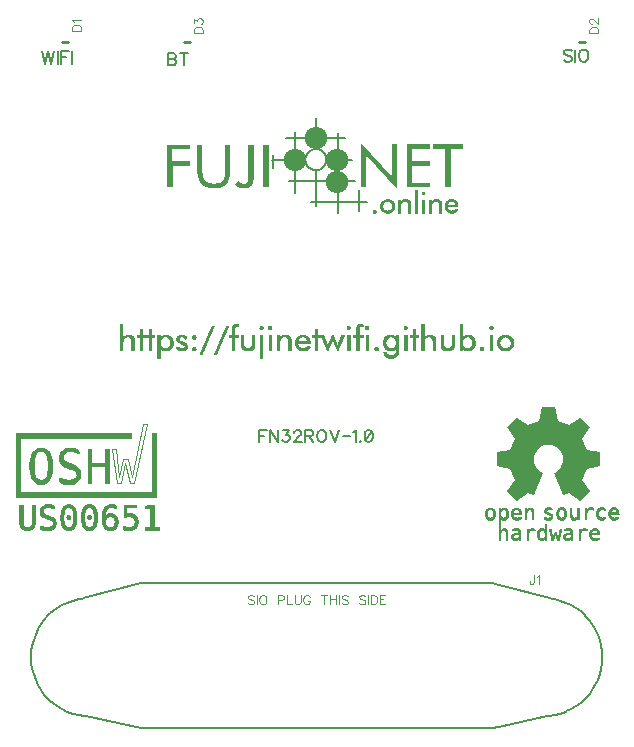
<source format=gbr>
G04 DipTrace 3.3.1.3*
G04 TopSilk.gbr*
%MOMM*%
G04 #@! TF.FileFunction,Legend,Top*
G04 #@! TF.Part,Single*
%ADD10C,0.25*%
%ADD12C,0.076*%
%ADD14C,0.2*%
%ADD17C,0.1*%
%ADD33C,0.15*%
%ADD56O,1.89767X1.88028*%
%ADD57O,1.89767X1.87942*%
%ADD58O,1.89767X1.87856*%
%ADD119C,0.11765*%
%ADD120C,0.15686*%
%FSLAX35Y35*%
G04*
G71*
G90*
G75*
G01*
G04 TopSilk*
%LPD*%
X1628247Y6782973D2*
D10*
X1578267D1*
X6009747D2*
X5959767D1*
X2660123Y6782977D2*
X2610143D1*
X2248840Y2206060D2*
D14*
X2254161D1*
X2316565D1*
X2323337D1*
X3126846D1*
X3142326D1*
X3238592D1*
X3552062D1*
X3884398D1*
X3961315D1*
X3996145D1*
X4023235D1*
X4371051D1*
X4637113D1*
X4780787D1*
X4902208D1*
X5223418D1*
Y2204092D1*
X5276147Y2190315D1*
X5712006Y2075915D1*
X5725551Y2072471D1*
X5744417Y2067428D1*
X5751673Y2066321D1*
X5753125Y2066075D1*
X5799081Y2054512D1*
X5845521Y2037905D1*
X5890026Y2016994D1*
X5932112Y1991777D1*
X5971296Y1962500D1*
X5989195Y1946263D1*
X6007577Y1929534D1*
X6009512Y1927565D1*
X6040472Y1893123D1*
X6041440Y1892385D1*
X6069981Y1853759D1*
X6095136Y1811690D1*
X6115937Y1767406D1*
X6132868Y1721155D1*
X6144478Y1673550D1*
X6151735Y1625084D1*
X6153186Y1592240D1*
X6154153Y1576003D1*
X6151735Y1526922D1*
X6144478Y1478456D1*
X6132868Y1430851D1*
X6115937Y1384599D1*
X6095136Y1340316D1*
X6077721Y1311162D1*
X6069981Y1298246D1*
X6045793Y1266018D1*
X6040472Y1258883D1*
X6009512Y1224440D1*
X6007577Y1222472D1*
X5971296Y1189505D1*
X5932112Y1160229D1*
X5890026Y1135012D1*
X5849391Y1115945D1*
X5845521Y1114100D1*
X5799081Y1097617D1*
X5751673Y1085685D1*
X5703298Y1078427D1*
X5695075Y1078058D1*
X5685400Y1075967D1*
X5276147Y988630D1*
X5223418Y977436D1*
Y975960D1*
X5145051D1*
X5116510D1*
X4887212D1*
X4780787D1*
X4371051D1*
X4159652D1*
X3961315D1*
X3553513D1*
X3552062D1*
X3200860D1*
X3142326D1*
X2965273D1*
X2940118D1*
X2732590D1*
X2323337D1*
X2254161D1*
X2248840D1*
Y977190D1*
X1785407Y1075967D1*
X1775732Y1078058D1*
X1767508Y1078427D1*
X1719133Y1085685D1*
X1671726Y1097617D1*
X1625286Y1114100D1*
X1580781Y1135012D1*
X1538695Y1160229D1*
X1503865Y1186184D1*
X1499511Y1189505D1*
X1481612Y1205374D1*
X1463230Y1222472D1*
X1430335Y1258883D1*
X1400826Y1298246D1*
X1375671Y1340316D1*
X1354870Y1384599D1*
X1337938Y1430851D1*
X1326328Y1478456D1*
X1319072Y1526922D1*
X1316653Y1576003D1*
X1317621Y1592240D1*
X1319072Y1625084D1*
X1326328Y1673550D1*
X1337938Y1721155D1*
X1354870Y1767406D1*
X1375671Y1811690D1*
X1400826Y1853759D1*
X1430335Y1893123D1*
X1463230Y1929534D1*
X1481612Y1946632D1*
X1499511Y1962500D1*
X1503865Y1965945D1*
X1538695Y1991777D1*
X1580781Y2016994D1*
X1625286Y2037905D1*
X1671726Y2054512D1*
X1719133Y2066321D1*
X1724455Y2067182D1*
X1744772Y2072471D1*
X1758317Y2075915D1*
X2248840Y2204584D1*
Y2206060D1*
G36*
X3284562Y5915563D2*
X3327565D1*
Y5555355D1*
X3284562D1*
Y5915563D1*
G37*
G36*
X4723688Y5916769D2*
X4971210D1*
Y5875167D1*
X4869201D1*
Y5555097D1*
X4825447D1*
Y5875167D1*
X4723688D1*
Y5916769D1*
G37*
G36*
X4499669D2*
X4690685D1*
Y5875856D1*
X4543422D1*
Y5773186D1*
X4690685D1*
Y5733737D1*
X4542672D1*
Y5594546D1*
X4690685D1*
Y5555097D1*
X4499669D1*
Y5916769D1*
G37*
G36*
X4109634Y5555269D2*
Y5932618D1*
X4374157Y5642091D1*
Y5917544D1*
X4415161D1*
Y5537870D1*
X4150638Y5826846D1*
Y5555269D1*
X4109634D1*
G37*
G36*
X3157300Y5914874D2*
X3200554D1*
Y5628482D1*
X3198054Y5604709D1*
X3192804Y5587310D1*
X3185553Y5573874D1*
X3177552Y5564227D1*
X3165801Y5555700D1*
X3152300Y5549929D1*
X3136299Y5547173D1*
X3116547Y5545364D1*
X3102796D1*
X3089544Y5548723D1*
X3070543Y5558111D1*
X3057792Y5566983D1*
X3045291Y5580592D1*
X3074543Y5609877D1*
X3083544Y5599541D1*
X3092045Y5593081D1*
X3104046Y5587052D1*
X3110046Y5584899D1*
X3117297Y5583951D1*
X3128048Y5584554D1*
X3134048Y5586019D1*
X3138549Y5588086D1*
X3143799Y5591617D1*
X3149050Y5597474D1*
X3153050Y5604451D1*
X3155300Y5609447D1*
X3156050Y5615562D1*
X3157050Y5622539D1*
X3157550Y5627879D1*
X3157300Y5914874D1*
G37*
G36*
X2724762Y5915133D2*
X2768516D1*
Y5683349D1*
X2769766Y5662505D1*
X2775017Y5639593D1*
X2783768Y5620299D1*
X2791518Y5610050D1*
X2802769Y5600575D1*
X2819771Y5591962D1*
X2844023Y5586363D1*
X2864525Y5585329D1*
X2893027Y5588086D1*
X2913279Y5594287D1*
X2928280Y5603073D1*
X2936031Y5610050D1*
X2946532Y5624520D1*
X2955033Y5646139D1*
X2960033Y5680076D1*
Y5712806D1*
Y5915305D1*
X3003787D1*
Y5691187D1*
X3000787Y5651996D1*
X2993536Y5622453D1*
X2983035Y5600230D1*
X2969534Y5582659D1*
X2953282Y5568706D1*
X2933531Y5557853D1*
X2908028Y5549757D1*
X2870275Y5545450D1*
X2860524D1*
X2828772Y5547862D1*
X2800519Y5555183D1*
X2779517Y5565347D1*
X2762016Y5578611D1*
X2747264Y5596699D1*
X2735763Y5618749D1*
X2727763Y5648896D1*
X2724512Y5690928D1*
X2724762Y5915133D1*
G37*
X3356318Y5786708D2*
D33*
X3634842D1*
X3553835Y6020043D2*
Y5508327D1*
X3368819Y5825641D2*
Y5719525D1*
X3478079Y5967415D2*
X3972122D1*
X3729601Y6138562D2*
Y5881282D1*
X3912367Y6013410D2*
Y5338214D1*
X3690597Y5431324D2*
X4157638Y5432960D1*
D56*
X3731726Y5968923D3*
G36*
X2661757Y5915908D2*
X2470990D1*
Y5553030D1*
X2514994D1*
Y5733306D1*
X2661757D1*
Y5772669D1*
X2513744D1*
Y5875512D1*
X2661757D1*
Y5915908D1*
G37*
D57*
X3549460Y5784469D3*
X3910492D3*
D58*
Y5602082D3*
X3639343Y5788819D2*
D33*
X3639558Y5795082D1*
X3640203Y5801316D1*
X3641274Y5807488D1*
X3642767Y5813569D1*
X3644673Y5819530D1*
X3646984Y5825341D1*
X3649688Y5830974D1*
X3652773Y5836402D1*
X3656222Y5841598D1*
X3660020Y5846537D1*
X3664148Y5851195D1*
X3668586Y5855548D1*
X3673312Y5859577D1*
X3678303Y5863261D1*
X3683534Y5866582D1*
X3688981Y5869525D1*
X3694617Y5872074D1*
X3700414Y5874217D1*
X3706344Y5875945D1*
X3712378Y5877248D1*
X3718487Y5878120D1*
X3724641Y5878558D1*
X3730810D1*
X3736964Y5878120D1*
X3743073Y5877248D1*
X3749107Y5875945D1*
X3755037Y5874217D1*
X3760834Y5872074D1*
X3766470Y5869525D1*
X3771917Y5866582D1*
X3777149Y5863261D1*
X3782139Y5859577D1*
X3786865Y5855548D1*
X3791303Y5851195D1*
X3795431Y5846537D1*
X3799229Y5841598D1*
X3802678Y5836402D1*
X3805763Y5830974D1*
X3808467Y5825341D1*
X3810778Y5819530D1*
X3812685Y5813569D1*
X3814177Y5807488D1*
X3815248Y5801316D1*
X3815893Y5795082D1*
X3816108Y5788819D1*
X3815893Y5782555D1*
X3815248Y5776322D1*
X3814177Y5770150D1*
X3812685Y5764068D1*
X3810778Y5758107D1*
X3808467Y5752296D1*
X3805763Y5746663D1*
X3802678Y5741235D1*
X3799229Y5736039D1*
X3795431Y5731100D1*
X3791303Y5726443D1*
X3786865Y5722089D1*
X3782139Y5718060D1*
X3777149Y5714376D1*
X3771917Y5711055D1*
X3766470Y5708113D1*
X3760834Y5705563D1*
X3755037Y5703420D1*
X3749107Y5701692D1*
X3743073Y5700389D1*
X3736964Y5699517D1*
X3730810Y5699080D1*
X3724641D1*
X3718487Y5699517D1*
X3712378Y5700389D1*
X3706344Y5701692D1*
X3700414Y5703420D1*
X3694617Y5705563D1*
X3688981Y5708113D1*
X3683534Y5711055D1*
X3678303Y5714376D1*
X3673312Y5718060D1*
X3668586Y5722089D1*
X3664148Y5726443D1*
X3660020Y5731100D1*
X3656222Y5736039D1*
X3652773Y5741235D1*
X3649688Y5746663D1*
X3646984Y5752296D1*
X3644673Y5758107D1*
X3642767Y5764068D1*
X3641274Y5770150D1*
X3640203Y5776322D1*
X3639558Y5782555D1*
X3639343Y5788819D1*
X4095133Y5532788D2*
Y5351737D1*
X3502831Y5608930D2*
X4056130D1*
X4035878Y5786622D2*
X3836110D1*
X3729601Y5695235D2*
X3731101Y5397387D1*
G36*
X5525565Y2964531D2*
X5569163Y2946585D1*
X5574815Y2949265D1*
X5649902Y3133501D1*
X5648633Y3138279D1*
X5632947Y3146436D1*
X5618760Y3156924D1*
X5605611Y3169160D1*
X5592808Y3185824D1*
X5585196Y3202255D1*
X5578391Y3221716D1*
X5575161Y3239545D1*
X5574469Y3260637D1*
X5577353Y3279515D1*
X5580928Y3292450D1*
X5588310Y3309347D1*
X5598345Y3325312D1*
X5610686Y3339762D1*
X5625796Y3352580D1*
X5641597Y3361903D1*
X5660398Y3369943D1*
X5679544Y3374488D1*
X5697538Y3376003D1*
X5711379Y3374954D1*
X5731102Y3371342D1*
X5749672Y3364583D1*
X5765704Y3355377D1*
X5780122Y3344773D1*
X5794654Y3329391D1*
X5804804Y3314591D1*
X5814032Y3295713D1*
X5818991Y3278117D1*
X5820837Y3264599D1*
X5821529Y3245838D1*
X5819568Y3227542D1*
X5814262Y3208431D1*
X5805496Y3189087D1*
X5794424Y3173938D1*
X5782313Y3160886D1*
X5766742Y3149000D1*
X5748980Y3138978D1*
X5746673Y3135715D1*
X5747134Y3131637D1*
X5822106Y2948333D1*
X5827642Y2946469D1*
X5871702Y2964647D1*
X5965359Y2902070D1*
X5967781D1*
X6047827Y2981428D1*
X6048058Y2984807D1*
X5984967Y3077916D1*
X6023952Y3172190D1*
X6136524Y3194098D1*
X6136294Y3309930D1*
X6023375Y3331721D1*
X5984851Y3424830D1*
X6049442Y3520852D1*
X5966858Y3602773D1*
X5872163Y3538914D1*
X5778276Y3577136D1*
X5756361Y3689822D1*
X5640329Y3690055D1*
X5617953Y3577253D1*
X5524642Y3538681D1*
X5429601Y3602540D1*
X5347363Y3520852D1*
X5411262Y3425878D1*
X5372738Y3331954D1*
X5259935Y3310046D1*
Y3193865D1*
X5372738Y3171607D1*
X5411031Y3079547D1*
X5347594Y2983759D1*
X5429371Y2900905D1*
X5523143Y2964414D1*
X5525565Y2964531D1*
G37*
X1999170Y3335555D2*
D17*
X2036655D1*
X2063927Y3104641D1*
X2096306Y3257456D1*
X2136530D1*
X2169282Y3104254D1*
X2261685Y3547042D1*
X2299170D1*
X2191698Y3050996D1*
X2155210D1*
X2116480Y3220147D1*
X2078000Y3050996D1*
X2041636D1*
X1999170Y3335555D1*
G36*
X2173890Y3475612D2*
Y3426220D1*
X1235661D1*
Y2971447D1*
X2337899D1*
X2336903Y3475612D1*
X2386218D1*
Y2922345D1*
X1186968D1*
Y3475612D1*
X2173890D1*
G37*
X3040720Y4397293D2*
D12*
X3067320D1*
X4093320D2*
X4119920D1*
X2071720Y4393493D2*
X2090720D1*
X3034014D2*
X3069074D1*
X4086614D2*
X4121674D1*
X4621520D2*
X4640520D1*
X4944520D2*
X4963520D1*
X2071720Y4389693D2*
X2090720D1*
X3029122D2*
X3070166D1*
X4081722D2*
X4122766D1*
X4621520D2*
X4640520D1*
X4944520D2*
X4963520D1*
X2071720Y4385893D2*
X2090720D1*
X3025819D2*
X3070719D1*
X4078419D2*
X4123319D1*
X4621520D2*
X4640520D1*
X4944520D2*
X4963520D1*
X2071720Y4382093D2*
X2090720D1*
X2846920D2*
X2862120D1*
X2968520D2*
X2983720D1*
X3023604D2*
X3070973D1*
X3257320D2*
X3272520D1*
X3329520D2*
X3344720D1*
X3994520D2*
X4009720D1*
X4076204D2*
X4123573D1*
X4150320D2*
X4165520D1*
X4477120D2*
X4492320D1*
X4621520D2*
X4640520D1*
X4944520D2*
X4963520D1*
X5202920D2*
X5218120D1*
X2071720Y4378293D2*
X2090720D1*
X2845476D2*
X2860806D1*
X2967076D2*
X2982406D1*
X3021991D2*
X3045122D1*
X3067320D2*
X3071120D1*
X3254979D2*
X3274861D1*
X3327179D2*
X3347061D1*
X3992179D2*
X4012061D1*
X4074591D2*
X4097722D1*
X4119920D2*
X4123720D1*
X4147979D2*
X4167861D1*
X4474779D2*
X4494661D1*
X4621520D2*
X4640520D1*
X4944520D2*
X4963520D1*
X5200579D2*
X5220461D1*
X2071720Y4374493D2*
X2090720D1*
X2843843D2*
X2859542D1*
X2965443D2*
X2981142D1*
X3020547D2*
X3042413D1*
X3252960D2*
X3276895D1*
X3325160D2*
X3349095D1*
X3990160D2*
X4014095D1*
X4073147D2*
X4095013D1*
X4145960D2*
X4169895D1*
X4472760D2*
X4496695D1*
X4621520D2*
X4640520D1*
X4944520D2*
X4963520D1*
X5198560D2*
X5222495D1*
X2071720Y4370693D2*
X2090720D1*
X2842079D2*
X2858322D1*
X2963679D2*
X2979922D1*
X3019345D2*
X3040229D1*
X3251557D2*
X3278416D1*
X3323757D2*
X3350616D1*
X3988757D2*
X4015616D1*
X4071945D2*
X4092829D1*
X4144557D2*
X4171416D1*
X4471357D2*
X4498216D1*
X4621520D2*
X4640520D1*
X4944520D2*
X4963520D1*
X5197157D2*
X5224016D1*
X2071720Y4366893D2*
X2090720D1*
X2840248D2*
X2856906D1*
X2961848D2*
X2978506D1*
X3018592D2*
X3038638D1*
X3250781D2*
X3279178D1*
X3322981D2*
X3351378D1*
X3987981D2*
X4016378D1*
X4071192D2*
X4091238D1*
X4143781D2*
X4172178D1*
X4470581D2*
X4498978D1*
X4621520D2*
X4640520D1*
X4944520D2*
X4963520D1*
X5196381D2*
X5224778D1*
X2071720Y4363093D2*
X2090720D1*
X2838492D2*
X2855265D1*
X2960092D2*
X2976865D1*
X3018206D2*
X3037708D1*
X3251658D2*
X3279377D1*
X3323858D2*
X3351577D1*
X3988858D2*
X4016577D1*
X4070806D2*
X4090308D1*
X4144658D2*
X4172377D1*
X4471458D2*
X4499177D1*
X4621520D2*
X4640520D1*
X4944520D2*
X4963520D1*
X5197258D2*
X5224977D1*
X2071720Y4359293D2*
X2090720D1*
X2836963D2*
X2853490D1*
X2958563D2*
X2975090D1*
X3018033D2*
X3037249D1*
X3253098D2*
X3277763D1*
X3325298D2*
X3349963D1*
X3990298D2*
X4014963D1*
X4070633D2*
X4089849D1*
X4146098D2*
X4170763D1*
X4472898D2*
X4497563D1*
X4621520D2*
X4640520D1*
X4944520D2*
X4963520D1*
X5198698D2*
X5223363D1*
X2071720Y4355493D2*
X2090720D1*
X2238920D2*
X2257920D1*
X2314920D2*
X2333920D1*
X2835614D2*
X2851652D1*
X2957214D2*
X2973252D1*
X3017962D2*
X3037048D1*
X3255052D2*
X3275345D1*
X3327252D2*
X3347545D1*
X3717120D2*
X3736120D1*
X3992252D2*
X4012545D1*
X4070562D2*
X4089648D1*
X4148052D2*
X4168345D1*
X4474852D2*
X4495145D1*
X4549320D2*
X4568320D1*
X4621520D2*
X4640520D1*
X4944520D2*
X4963520D1*
X5200652D2*
X5220945D1*
X2071720Y4351693D2*
X2090720D1*
X2238920D2*
X2257920D1*
X2314920D2*
X2333920D1*
X2834141D2*
X2849894D1*
X2955741D2*
X2971494D1*
X3017935D2*
X3036967D1*
X3257320D2*
X3272520D1*
X3329520D2*
X3344720D1*
X3717120D2*
X3736120D1*
X3994520D2*
X4009720D1*
X4070535D2*
X4089567D1*
X4150320D2*
X4165520D1*
X4477120D2*
X4492320D1*
X4549320D2*
X4568320D1*
X4621520D2*
X4640520D1*
X4944520D2*
X4963520D1*
X5202920D2*
X5218120D1*
X2071720Y4347893D2*
X2090720D1*
X2238920D2*
X2257920D1*
X2314920D2*
X2333920D1*
X2832478D2*
X2848364D1*
X2954078D2*
X2969964D1*
X3017925D2*
X3036937D1*
X3717120D2*
X3736120D1*
X4070525D2*
X4089537D1*
X4549320D2*
X4568320D1*
X4621520D2*
X4640520D1*
X4944520D2*
X4963520D1*
X2071720Y4344093D2*
X2090720D1*
X2238920D2*
X2257920D1*
X2314920D2*
X2333920D1*
X2830694D2*
X2847014D1*
X2952294D2*
X2968614D1*
X3017922D2*
X3036926D1*
X3717120D2*
X3736120D1*
X4070522D2*
X4089526D1*
X4549320D2*
X4568320D1*
X4621520D2*
X4640520D1*
X4944520D2*
X4963520D1*
X2071720Y4340293D2*
X2090720D1*
X2238920D2*
X2257920D1*
X2314920D2*
X2333920D1*
X2828854D2*
X2845542D1*
X2950454D2*
X2967142D1*
X3017921D2*
X3036922D1*
X3717120D2*
X3736120D1*
X4070521D2*
X4089522D1*
X4549320D2*
X4568320D1*
X4621520D2*
X4640520D1*
X4944520D2*
X4963520D1*
X2071720Y4336493D2*
X2090720D1*
X2238920D2*
X2257920D1*
X2314920D2*
X2333920D1*
X2827095D2*
X2843878D1*
X2948695D2*
X2965478D1*
X3017920D2*
X3036921D1*
X3717120D2*
X3736120D1*
X4070520D2*
X4089521D1*
X4549320D2*
X4568320D1*
X4621520D2*
X4640520D1*
X4944520D2*
X4963520D1*
X2071720Y4332693D2*
X2090720D1*
X2238920D2*
X2257920D1*
X2314920D2*
X2333920D1*
X2825564D2*
X2842094D1*
X2947164D2*
X2963694D1*
X3017920D2*
X3036920D1*
X3717120D2*
X3736120D1*
X4070520D2*
X4089520D1*
X4549320D2*
X4568320D1*
X4621520D2*
X4640520D1*
X4944520D2*
X4963520D1*
X2071720Y4328893D2*
X2090720D1*
X2238920D2*
X2257920D1*
X2314920D2*
X2333920D1*
X2824214D2*
X2840254D1*
X2945814D2*
X2961854D1*
X3017920D2*
X3036920D1*
X3717120D2*
X3736120D1*
X4070520D2*
X4089520D1*
X4549320D2*
X4568320D1*
X4621520D2*
X4640520D1*
X4944520D2*
X4963520D1*
X2071720Y4325093D2*
X2090720D1*
X2238920D2*
X2257920D1*
X2314920D2*
X2333920D1*
X2822742D2*
X2838495D1*
X2944342D2*
X2960095D1*
X3017920D2*
X3036920D1*
X3717120D2*
X3736120D1*
X4070520D2*
X4089520D1*
X4549320D2*
X4568320D1*
X4621520D2*
X4640520D1*
X4944520D2*
X4963520D1*
X2071720Y4321293D2*
X2090720D1*
X2238920D2*
X2257920D1*
X2314920D2*
X2333920D1*
X2821078D2*
X2836964D1*
X2942678D2*
X2958564D1*
X3017920D2*
X3036920D1*
X3717120D2*
X3736120D1*
X4070520D2*
X4089520D1*
X4549320D2*
X4568320D1*
X4621520D2*
X4640520D1*
X4944520D2*
X4963520D1*
X2071720Y4317493D2*
X2090720D1*
X2238920D2*
X2257920D1*
X2314920D2*
X2333920D1*
X2819294D2*
X2835614D1*
X2940894D2*
X2957214D1*
X3017920D2*
X3036920D1*
X3717120D2*
X3736120D1*
X4070520D2*
X4089520D1*
X4549320D2*
X4568320D1*
X4621520D2*
X4640520D1*
X4944520D2*
X4963520D1*
X2071720Y4313693D2*
X2090720D1*
X2238920D2*
X2257920D1*
X2314920D2*
X2333920D1*
X2817454D2*
X2834142D1*
X2939054D2*
X2955742D1*
X3017920D2*
X3036920D1*
X3717120D2*
X3736120D1*
X4070520D2*
X4089520D1*
X4549320D2*
X4568320D1*
X4621520D2*
X4640520D1*
X4944520D2*
X4963520D1*
X2071720Y4309893D2*
X2090720D1*
X2238920D2*
X2257920D1*
X2314920D2*
X2333920D1*
X2815695D2*
X2832478D1*
X2937295D2*
X2954078D1*
X3017920D2*
X3036920D1*
X3717120D2*
X3736120D1*
X4070520D2*
X4089520D1*
X4549320D2*
X4568320D1*
X4621520D2*
X4640520D1*
X4944520D2*
X4963520D1*
X2071720Y4306093D2*
X2090720D1*
X2124920D2*
X2155320D1*
X2238920D2*
X2257920D1*
X2314920D2*
X2333920D1*
X2440320D2*
X2470720D1*
X2577120D2*
X2607520D1*
X2814164D2*
X2830694D1*
X2935764D2*
X2952294D1*
X3017920D2*
X3036920D1*
X3451120D2*
X3481520D1*
X3599320D2*
X3629720D1*
X3717120D2*
X3736120D1*
X3865320D2*
X3869120D1*
X4070520D2*
X4089520D1*
X4340320D2*
X4370720D1*
X4549320D2*
X4568320D1*
X4621520D2*
X4640520D1*
X4674720D2*
X4705120D1*
X4944520D2*
X4963520D1*
X4997720D2*
X5031920D1*
X5313120D2*
X5347320D1*
X2071720Y4302293D2*
X2090720D1*
X2117612D2*
X2163071D1*
X2216120D2*
X2284520D1*
X2292120D2*
X2360520D1*
X2387120D2*
X2406120D1*
X2433467D2*
X2479327D1*
X2569812D2*
X2614373D1*
X2687320D2*
X2702520D1*
X2812814D2*
X2828854D1*
X2934414D2*
X2950454D1*
X2991320D2*
X3071120D1*
X3093920D2*
X3112920D1*
X3188920D2*
X3207920D1*
X3257320D2*
X3276320D1*
X3329520D2*
X3348520D1*
X3397920D2*
X3416920D1*
X3443812D2*
X3489271D1*
X3590713D2*
X3638327D1*
X3694320D2*
X3789320D1*
X3863876D2*
X3870434D1*
X3945120D2*
X3967920D1*
X3994520D2*
X4013520D1*
X4043920D2*
X4123720D1*
X4150320D2*
X4169320D1*
X4332425D2*
X4379342D1*
X4404920D2*
X4423920D1*
X4477120D2*
X4496120D1*
X4526520D2*
X4594920D1*
X4621520D2*
X4640520D1*
X4667412D2*
X4712871D1*
X4784920D2*
X4803920D1*
X4879920D2*
X4898920D1*
X4944520D2*
X4963520D1*
X4990867D2*
X5038773D1*
X5202920D2*
X5221920D1*
X5304513D2*
X5356072D1*
X2071720Y4298493D2*
X2090735D1*
X2111614D2*
X2169509D1*
X2216120D2*
X2284520D1*
X2292120D2*
X2360520D1*
X2387120D2*
X2406135D1*
X2427430D2*
X2486441D1*
X2563844D2*
X2620381D1*
X2684979D2*
X2705573D1*
X2811342D2*
X2827095D1*
X2932942D2*
X2948695D1*
X2991320D2*
X3071120D1*
X3093920D2*
X3112920D1*
X3188920D2*
X3207920D1*
X3257320D2*
X3276320D1*
X3329520D2*
X3348520D1*
X3397920D2*
X3416935D1*
X3437814D2*
X3495709D1*
X3583599D2*
X3645441D1*
X3694320D2*
X3762720D1*
X3770922D2*
X3791219D1*
X3862258D2*
X3871699D1*
X3942779D2*
X3965564D1*
X3994520D2*
X4013520D1*
X4043920D2*
X4123720D1*
X4150320D2*
X4169320D1*
X4325515D2*
X4386601D1*
X4404764D2*
X4423920D1*
X4477120D2*
X4496120D1*
X4526520D2*
X4594920D1*
X4621520D2*
X4640535D1*
X4661414D2*
X4719309D1*
X4784920D2*
X4803920D1*
X4879920D2*
X4898920D1*
X4944520D2*
X4963535D1*
X4984830D2*
X5044796D1*
X5202920D2*
X5221920D1*
X5297399D2*
X5363673D1*
X2071720Y4294693D2*
X2090880D1*
X2106565D2*
X2174471D1*
X2216120D2*
X2284520D1*
X2292120D2*
X2360520D1*
X2387120D2*
X2406280D1*
X2422212D2*
X2492051D1*
X2559073D2*
X2625305D1*
X2682960D2*
X2707796D1*
X2809678D2*
X2825564D1*
X2931278D2*
X2947164D1*
X2991320D2*
X3071120D1*
X3093920D2*
X3112920D1*
X3188920D2*
X3207920D1*
X3257320D2*
X3276320D1*
X3329520D2*
X3348520D1*
X3397920D2*
X3417080D1*
X3432765D2*
X3500671D1*
X3577974D2*
X3651066D1*
X3694320D2*
X3762720D1*
X3771998D2*
X3792812D1*
X3860612D2*
X3872918D1*
X3940730D2*
X3963397D1*
X3994520D2*
X4013520D1*
X4043920D2*
X4123720D1*
X4150320D2*
X4169320D1*
X4319760D2*
X4392818D1*
X4404174D2*
X4423920D1*
X4477120D2*
X4496120D1*
X4526520D2*
X4594920D1*
X4621520D2*
X4640680D1*
X4656365D2*
X4724271D1*
X4784920D2*
X4803920D1*
X4879920D2*
X4898920D1*
X4944520D2*
X4963680D1*
X4979612D2*
X5049868D1*
X5202920D2*
X5221920D1*
X5291774D2*
X5370209D1*
X2071720Y4290893D2*
X2091467D1*
X2101687D2*
X2178304D1*
X2216120D2*
X2284520D1*
X2292120D2*
X2360520D1*
X2387120D2*
X2406867D1*
X2417207D2*
X2496580D1*
X2555282D2*
X2629060D1*
X2681557D2*
X2709053D1*
X2807894D2*
X2824214D1*
X2929494D2*
X2945814D1*
X2991320D2*
X3071120D1*
X3093920D2*
X3112920D1*
X3188920D2*
X3207920D1*
X3257320D2*
X3276320D1*
X3329520D2*
X3348520D1*
X3397920D2*
X3417667D1*
X3427887D2*
X3504504D1*
X3573312D2*
X3655713D1*
X3694320D2*
X3762720D1*
X3773481D2*
X3794409D1*
X3859132D2*
X3874334D1*
X3939061D2*
X3961361D1*
X3994520D2*
X4013520D1*
X4043920D2*
X4123720D1*
X4150320D2*
X4169320D1*
X4315303D2*
X4398818D1*
X4402874D2*
X4423920D1*
X4477120D2*
X4496120D1*
X4526520D2*
X4594920D1*
X4621520D2*
X4641267D1*
X4651487D2*
X4728104D1*
X4784920D2*
X4803920D1*
X4879920D2*
X4898920D1*
X4944520D2*
X4964267D1*
X4974607D2*
X5054271D1*
X5202920D2*
X5221920D1*
X5287112D2*
X5375830D1*
X2071720Y4287093D2*
X2092766D1*
X2096384D2*
X2117494D1*
X2146958D2*
X2181375D1*
X2216120D2*
X2284520D1*
X2292120D2*
X2360520D1*
X2387120D2*
X2408166D1*
X2411831D2*
X2436680D1*
X2466746D2*
X2500247D1*
X2552342D2*
X2577135D1*
X2602958D2*
X2631918D1*
X2680781D2*
X2709522D1*
X2806054D2*
X2822742D1*
X2927654D2*
X2944342D1*
X2991320D2*
X3071120D1*
X3093920D2*
X3112920D1*
X3188920D2*
X3207920D1*
X3257320D2*
X3276320D1*
X3329520D2*
X3348520D1*
X3397920D2*
X3418966D1*
X3422584D2*
X3443694D1*
X3473158D2*
X3507575D1*
X3569161D2*
X3599480D1*
X3629546D2*
X3659746D1*
X3694320D2*
X3762720D1*
X3775190D2*
X3796112D1*
X3857802D2*
X3875975D1*
X3937651D2*
X3959407D1*
X3994520D2*
X4013520D1*
X4043920D2*
X4123720D1*
X4150320D2*
X4169320D1*
X4311996D2*
X4349414D1*
X4373026D2*
X4423920D1*
X4477120D2*
X4496120D1*
X4526520D2*
X4594920D1*
X4621520D2*
X4642566D1*
X4646184D2*
X4667294D1*
X4696758D2*
X4731175D1*
X4784920D2*
X4803920D1*
X4879920D2*
X4898920D1*
X4944520D2*
X4965566D1*
X4969231D2*
X4998641D1*
X5024160D2*
X5058204D1*
X5202920D2*
X5221920D1*
X5282961D2*
X5317080D1*
X5342171D2*
X5380526D1*
X2071720Y4283293D2*
X2110664D1*
X2152847D2*
X2183650D1*
X2238920D2*
X2257920D1*
X2314920D2*
X2333920D1*
X2387120D2*
X2429730D1*
X2473577D2*
X2503147D1*
X2550074D2*
X2573483D1*
X2608836D2*
X2632311D1*
X2681658D2*
X2709499D1*
X2804295D2*
X2821078D1*
X2925895D2*
X2942678D1*
X3017920D2*
X3036920D1*
X3093920D2*
X3112920D1*
X3188920D2*
X3207920D1*
X3257320D2*
X3276320D1*
X3329520D2*
X3348520D1*
X3397920D2*
X3436864D1*
X3479047D2*
X3509850D1*
X3565365D2*
X3592530D1*
X3636377D2*
X3663191D1*
X3717120D2*
X3736120D1*
X3777002D2*
X3797799D1*
X3856337D2*
X3877750D1*
X3936155D2*
X3957496D1*
X3994520D2*
X4013520D1*
X4070520D2*
X4089520D1*
X4150320D2*
X4169320D1*
X4309432D2*
X4341184D1*
X4381271D2*
X4423920D1*
X4477120D2*
X4496120D1*
X4549320D2*
X4568320D1*
X4621520D2*
X4660464D1*
X4702647D2*
X4733450D1*
X4784920D2*
X4803920D1*
X4879920D2*
X4898920D1*
X4944520D2*
X4989588D1*
X5031110D2*
X5061611D1*
X5202920D2*
X5221920D1*
X5279150D2*
X5310115D1*
X5350888D2*
X5384323D1*
X2071720Y4279493D2*
X2105106D1*
X2157421D2*
X2185349D1*
X2238920D2*
X2257920D1*
X2314920D2*
X2333920D1*
X2387120D2*
X2423807D1*
X2479134D2*
X2505527D1*
X2548453D2*
X2570316D1*
X2613326D2*
X2629946D1*
X2683098D2*
X2707820D1*
X2802764D2*
X2819294D1*
X2924364D2*
X2940894D1*
X3017920D2*
X3036920D1*
X3093920D2*
X3112920D1*
X3188920D2*
X3207920D1*
X3257320D2*
X3276320D1*
X3329520D2*
X3348520D1*
X3397920D2*
X3431306D1*
X3483621D2*
X3511549D1*
X3562130D2*
X3586607D1*
X3641934D2*
X3665985D1*
X3717120D2*
X3736120D1*
X3778751D2*
X3799297D1*
X3854676D2*
X3879588D1*
X3934497D2*
X3955710D1*
X3994520D2*
X4013520D1*
X4070520D2*
X4089520D1*
X4150320D2*
X4169320D1*
X4307245D2*
X4334972D1*
X4387602D2*
X4423920D1*
X4477120D2*
X4496120D1*
X4549320D2*
X4568320D1*
X4621520D2*
X4654906D1*
X4707221D2*
X4735149D1*
X4784920D2*
X4803920D1*
X4879920D2*
X4898920D1*
X4944520D2*
X4982743D1*
X5037033D2*
X5064392D1*
X5202920D2*
X5221920D1*
X5275796D2*
X5304073D1*
X5358011D2*
X5387294D1*
X2071720Y4275693D2*
X2101082D1*
X2160779D2*
X2186848D1*
X2238920D2*
X2257920D1*
X2314920D2*
X2333920D1*
X2387120D2*
X2419223D1*
X2483173D2*
X2507624D1*
X2547513D2*
X2568074D1*
X2616473D2*
X2626539D1*
X2685052D2*
X2705366D1*
X2801414D2*
X2817454D1*
X2923014D2*
X2939054D1*
X3017920D2*
X3036920D1*
X3093920D2*
X3112920D1*
X3188920D2*
X3207920D1*
X3257320D2*
X3276320D1*
X3329520D2*
X3348520D1*
X3397920D2*
X3427282D1*
X3486979D2*
X3513048D1*
X3559720D2*
X3582023D1*
X3645958D2*
X3668212D1*
X3717120D2*
X3736120D1*
X3780278D2*
X3800634D1*
X3852894D2*
X3881346D1*
X3932829D2*
X3954169D1*
X3994520D2*
X4013520D1*
X4070520D2*
X4089520D1*
X4150320D2*
X4169320D1*
X4305236D2*
X4330437D1*
X4392502D2*
X4423920D1*
X4477120D2*
X4496120D1*
X4549320D2*
X4568320D1*
X4621520D2*
X4650882D1*
X4710579D2*
X4736648D1*
X4784920D2*
X4803920D1*
X4879920D2*
X4898920D1*
X4944520D2*
X4977968D1*
X5041617D2*
X5066600D1*
X5202920D2*
X5221920D1*
X5273021D2*
X5299124D1*
X5363520D2*
X5389706D1*
X2071720Y4271893D2*
X2098254D1*
X2163239D2*
X2188077D1*
X2238920D2*
X2257920D1*
X2314920D2*
X2333920D1*
X2387120D2*
X2415862D1*
X2486120D2*
X2509486D1*
X2547066D2*
X2566575D1*
X2618920D2*
X2622720D1*
X2687320D2*
X2702520D1*
X2799942D2*
X2815695D1*
X2921542D2*
X2937295D1*
X3017920D2*
X3036920D1*
X3093920D2*
X3112920D1*
X3188920D2*
X3207920D1*
X3257320D2*
X3276320D1*
X3329520D2*
X3348520D1*
X3397920D2*
X3424454D1*
X3489439D2*
X3514277D1*
X3557946D2*
X3578662D1*
X3648786D2*
X3669947D1*
X3717120D2*
X3736120D1*
X3781627D2*
X3802101D1*
X3851054D2*
X3882876D1*
X3931339D2*
X3952816D1*
X3994520D2*
X4013520D1*
X4070520D2*
X4089520D1*
X4150320D2*
X4169320D1*
X4303306D2*
X4327162D1*
X4396337D2*
X4423920D1*
X4477120D2*
X4496120D1*
X4549320D2*
X4568320D1*
X4621520D2*
X4648054D1*
X4713039D2*
X4737877D1*
X4784920D2*
X4803920D1*
X4879920D2*
X4898920D1*
X4944520D2*
X4974404D1*
X5044978D2*
X5068214D1*
X5202920D2*
X5221920D1*
X5270688D2*
X5295203D1*
X5367473D2*
X5391831D1*
X2071720Y4268093D2*
X2096258D1*
X2164940D2*
X2188841D1*
X2238920D2*
X2257920D1*
X2314920D2*
X2333920D1*
X2387120D2*
X2413386D1*
X2488466D2*
X2511055D1*
X2546997D2*
X2566592D1*
X2798278D2*
X2814164D1*
X2919878D2*
X2935764D1*
X3017920D2*
X3036920D1*
X3093920D2*
X3112920D1*
X3188920D2*
X3207920D1*
X3257320D2*
X3276320D1*
X3329520D2*
X3348520D1*
X3397920D2*
X3422458D1*
X3491140D2*
X3515041D1*
X3556399D2*
X3576201D1*
X3650797D2*
X3671364D1*
X3717120D2*
X3736120D1*
X3783099D2*
X3803748D1*
X3849295D2*
X3884226D1*
X3930005D2*
X3951342D1*
X3994520D2*
X4013520D1*
X4070520D2*
X4089520D1*
X4150320D2*
X4169320D1*
X4301528D2*
X4324741D1*
X4399291D2*
X4423920D1*
X4477120D2*
X4496120D1*
X4549320D2*
X4568320D1*
X4621520D2*
X4646058D1*
X4714740D2*
X4738641D1*
X4784920D2*
X4803920D1*
X4879920D2*
X4898920D1*
X4944520D2*
X4971510D1*
X5047439D2*
X5069280D1*
X5202920D2*
X5221920D1*
X5268607D2*
X5292179D1*
X5370365D2*
X5393817D1*
X2071720Y4264293D2*
X2094737D1*
X2165910D2*
X2189232D1*
X2238920D2*
X2257920D1*
X2314920D2*
X2333920D1*
X2387120D2*
X2411552D1*
X2490413D2*
X2512404D1*
X2547415D2*
X2568323D1*
X2796494D2*
X2812814D1*
X2918094D2*
X2934414D1*
X3017920D2*
X3036920D1*
X3093920D2*
X3112920D1*
X3188920D2*
X3207920D1*
X3257320D2*
X3276320D1*
X3329520D2*
X3348520D1*
X3397920D2*
X3420937D1*
X3492110D2*
X3515432D1*
X3555023D2*
X3574500D1*
X3652465D2*
X3672733D1*
X3717120D2*
X3736120D1*
X3784762D2*
X3805413D1*
X3847764D2*
X3885699D1*
X3928538D2*
X3949678D1*
X3994520D2*
X4013520D1*
X4070520D2*
X4089520D1*
X4150320D2*
X4169320D1*
X4300119D2*
X4322933D1*
X4401564D2*
X4423920D1*
X4477120D2*
X4496120D1*
X4549320D2*
X4568320D1*
X4621520D2*
X4644537D1*
X4715710D2*
X4739032D1*
X4784920D2*
X4803920D1*
X4879920D2*
X4898920D1*
X4944520D2*
X4969326D1*
X5049155D2*
X5070223D1*
X5202920D2*
X5221920D1*
X5266766D2*
X5289746D1*
X5372684D2*
X5395739D1*
X2071720Y4260493D2*
X2093328D1*
X2166383D2*
X2189406D1*
X2238920D2*
X2257920D1*
X2314920D2*
X2333920D1*
X2387120D2*
X2410097D1*
X2491901D2*
X2513748D1*
X2548443D2*
X2572961D1*
X2794654D2*
X2811342D1*
X2916254D2*
X2932942D1*
X3017920D2*
X3036920D1*
X3093920D2*
X3112920D1*
X3188920D2*
X3207920D1*
X3257320D2*
X3276320D1*
X3329520D2*
X3348520D1*
X3397920D2*
X3419528D1*
X3492583D2*
X3515606D1*
X3553769D2*
X3573526D1*
X3654495D2*
X3673909D1*
X3717120D2*
X3736120D1*
X3786546D2*
X3806902D1*
X3846414D2*
X3861375D1*
X3873065D2*
X3887362D1*
X3926892D2*
X3947894D1*
X3994520D2*
X4013520D1*
X4070520D2*
X4089520D1*
X4150320D2*
X4169320D1*
X4299264D2*
X4321490D1*
X4403187D2*
X4423920D1*
X4477120D2*
X4496120D1*
X4549320D2*
X4568320D1*
X4621520D2*
X4643128D1*
X4716183D2*
X4739206D1*
X4784920D2*
X4803920D1*
X4879920D2*
X4898920D1*
X4944520D2*
X4967666D1*
X5050259D2*
X5071335D1*
X5202920D2*
X5221920D1*
X5265332D2*
X5287628D1*
X5374620D2*
X5397514D1*
X2071720Y4256693D2*
X2092138D1*
X2166589D2*
X2189478D1*
X2238920D2*
X2257920D1*
X2314920D2*
X2333920D1*
X2387120D2*
X2408714D1*
X2492913D2*
X2514914D1*
X2550054D2*
X2579370D1*
X2792895D2*
X2809678D1*
X2914495D2*
X2931278D1*
X3017920D2*
X3036920D1*
X3093920D2*
X3112920D1*
X3188920D2*
X3207920D1*
X3257320D2*
X3276320D1*
X3329520D2*
X3348520D1*
X3397920D2*
X3418338D1*
X3492789D2*
X3515678D1*
X3552467D2*
X3573030D1*
X3657148D2*
X3674653D1*
X3717120D2*
X3736120D1*
X3788386D2*
X3808235D1*
X3844942D2*
X3860873D1*
X3873567D2*
X3889146D1*
X3925227D2*
X3946054D1*
X3994520D2*
X4013520D1*
X4070520D2*
X4089520D1*
X4150320D2*
X4169320D1*
X4298833D2*
X4320111D1*
X4404142D2*
X4423920D1*
X4477120D2*
X4496120D1*
X4549320D2*
X4568320D1*
X4621520D2*
X4641938D1*
X4716389D2*
X4739278D1*
X4784920D2*
X4803920D1*
X4879920D2*
X4898920D1*
X4944520D2*
X4966183D1*
X5051216D2*
X5072390D1*
X5202920D2*
X5221920D1*
X5264453D2*
X5285773D1*
X5376104D2*
X5398922D1*
X2071720Y4252893D2*
X2091390D1*
X2166672D2*
X2189505D1*
X2238920D2*
X2257920D1*
X2314920D2*
X2333920D1*
X2387120D2*
X2407533D1*
X2493835D2*
X2515654D1*
X2552404D2*
X2587496D1*
X2791364D2*
X2807894D1*
X2912964D2*
X2929494D1*
X3017920D2*
X3036920D1*
X3093920D2*
X3112920D1*
X3188920D2*
X3207920D1*
X3257320D2*
X3276320D1*
X3329520D2*
X3348520D1*
X3397920D2*
X3417590D1*
X3492872D2*
X3515705D1*
X3551317D2*
X3675036D1*
X3717120D2*
X3736120D1*
X3790146D2*
X3809702D1*
X3843278D2*
X3859829D1*
X3874611D2*
X3890986D1*
X3923738D2*
X3944295D1*
X3994520D2*
X4013520D1*
X4070520D2*
X4089520D1*
X4150320D2*
X4169320D1*
X4298643D2*
X4318933D1*
X4404738D2*
X4423920D1*
X4477120D2*
X4496120D1*
X4549320D2*
X4568320D1*
X4621520D2*
X4641190D1*
X4716472D2*
X4739305D1*
X4784920D2*
X4803920D1*
X4879920D2*
X4898920D1*
X4944520D2*
X4964960D1*
X5052332D2*
X5073083D1*
X5202920D2*
X5221920D1*
X5263887D2*
X5284335D1*
X5377114D2*
X5399777D1*
X2071720Y4249093D2*
X2091005D1*
X2166703D2*
X2189515D1*
X2238920D2*
X2257920D1*
X2314920D2*
X2333920D1*
X2387120D2*
X2406788D1*
X2494939D2*
X2516036D1*
X2555905D2*
X2596594D1*
X2790014D2*
X2806054D1*
X2911614D2*
X2927654D1*
X3017920D2*
X3036920D1*
X3093920D2*
X3112920D1*
X3188920D2*
X3207920D1*
X3257320D2*
X3276320D1*
X3329520D2*
X3348520D1*
X3397920D2*
X3417205D1*
X3492903D2*
X3515715D1*
X3550582D2*
X3675208D1*
X3717120D2*
X3736120D1*
X3791676D2*
X3811348D1*
X3841494D2*
X3858355D1*
X3876085D2*
X3892746D1*
X3922405D2*
X3942764D1*
X3994520D2*
X4013520D1*
X4070520D2*
X4089520D1*
X4150320D2*
X4169320D1*
X4298565D2*
X4318188D1*
X4405424D2*
X4423920D1*
X4477120D2*
X4496120D1*
X4549320D2*
X4568320D1*
X4621520D2*
X4640805D1*
X4716503D2*
X4739315D1*
X4784920D2*
X4803920D1*
X4879920D2*
X4898920D1*
X4944520D2*
X4964198D1*
X5053389D2*
X5073447D1*
X5202920D2*
X5221920D1*
X5263225D2*
X5283469D1*
X5378021D2*
X5400207D1*
X2071720Y4245293D2*
X2090833D1*
X2166714D2*
X2189518D1*
X2238920D2*
X2257920D1*
X2314920D2*
X2333920D1*
X2387120D2*
X2406405D1*
X2495991D2*
X2516208D1*
X2560788D2*
X2605537D1*
X2788542D2*
X2804295D1*
X2910142D2*
X2925895D1*
X3017920D2*
X3036920D1*
X3093920D2*
X3112920D1*
X3188920D2*
X3207920D1*
X3257320D2*
X3276320D1*
X3329520D2*
X3348520D1*
X3397920D2*
X3417033D1*
X3492914D2*
X3515718D1*
X3550203D2*
X3675278D1*
X3717120D2*
X3736120D1*
X3793026D2*
X3813013D1*
X3839654D2*
X3856649D1*
X3877791D2*
X3894276D1*
X3920938D2*
X3941414D1*
X3994520D2*
X4013520D1*
X4070520D2*
X4089520D1*
X4150320D2*
X4169320D1*
X4298536D2*
X4317805D1*
X4406401D2*
X4423920D1*
X4477120D2*
X4496120D1*
X4549320D2*
X4568320D1*
X4621520D2*
X4640633D1*
X4716514D2*
X4739318D1*
X4784920D2*
X4803920D1*
X4879920D2*
X4898920D1*
X4944520D2*
X4963808D1*
X5054068D2*
X5073612D1*
X5202920D2*
X5221920D1*
X5262371D2*
X5283035D1*
X5378990D2*
X5400397D1*
X2071720Y4241493D2*
X2090762D1*
X2166718D2*
X2189519D1*
X2238920D2*
X2257920D1*
X2314920D2*
X2333920D1*
X2387120D2*
X2406232D1*
X2496669D2*
X2516278D1*
X2566919D2*
X2613465D1*
X2786878D2*
X2802764D1*
X2908478D2*
X2924364D1*
X3017920D2*
X3036920D1*
X3093920D2*
X3112920D1*
X3188920D2*
X3207920D1*
X3257320D2*
X3276320D1*
X3329520D2*
X3348520D1*
X3397920D2*
X3416962D1*
X3492918D2*
X3515719D1*
X3550047D2*
X3675306D1*
X3717120D2*
X3736120D1*
X3794499D2*
X3814502D1*
X3837895D2*
X3854823D1*
X3879617D2*
X3895626D1*
X3919292D2*
X3939942D1*
X3994520D2*
X4013520D1*
X4070520D2*
X4089520D1*
X4150320D2*
X4169320D1*
X4298526D2*
X4317632D1*
X4407272D2*
X4423920D1*
X4477120D2*
X4496120D1*
X4549320D2*
X4568320D1*
X4621520D2*
X4640562D1*
X4716518D2*
X4739319D1*
X4784920D2*
X4803920D1*
X4879920D2*
X4898920D1*
X4944520D2*
X4963633D1*
X5054298D2*
X5073680D1*
X5202920D2*
X5221920D1*
X5261852D2*
X5282843D1*
X5379559D2*
X5400475D1*
X2071720Y4237693D2*
X2090735D1*
X2166719D2*
X2189520D1*
X2238920D2*
X2257920D1*
X2314920D2*
X2333920D1*
X2387120D2*
X2406177D1*
X2496898D2*
X2516305D1*
X2573952D2*
X2620002D1*
X2785094D2*
X2801414D1*
X2906694D2*
X2923014D1*
X3017920D2*
X3036920D1*
X3093920D2*
X3112920D1*
X3188920D2*
X3207920D1*
X3257320D2*
X3276320D1*
X3329520D2*
X3348520D1*
X3397920D2*
X3416935D1*
X3492919D2*
X3515720D1*
X3550110D2*
X3675320D1*
X3717120D2*
X3736120D1*
X3796162D2*
X3815821D1*
X3836364D2*
X3852955D1*
X3881485D2*
X3897099D1*
X3917627D2*
X3938278D1*
X3994520D2*
X4013520D1*
X4070520D2*
X4089520D1*
X4150320D2*
X4169320D1*
X4298522D2*
X4317577D1*
X4407461D2*
X4423920D1*
X4477120D2*
X4496120D1*
X4549320D2*
X4568320D1*
X4621520D2*
X4640535D1*
X4716519D2*
X4739320D1*
X4784920D2*
X4803920D1*
X4879920D2*
X4898920D1*
X4944520D2*
X4963577D1*
X5053979D2*
X5073706D1*
X5202920D2*
X5221920D1*
X5262088D2*
X5282780D1*
X5379341D2*
X5400504D1*
X2071720Y4233893D2*
X2090725D1*
X2166720D2*
X2189520D1*
X2238920D2*
X2257920D1*
X2314920D2*
X2333920D1*
X2387120D2*
X2406283D1*
X2496579D2*
X2516300D1*
X2581737D2*
X2625172D1*
X2783254D2*
X2799942D1*
X2904854D2*
X2921542D1*
X3017920D2*
X3036920D1*
X3093920D2*
X3112920D1*
X3188920D2*
X3207920D1*
X3257320D2*
X3276320D1*
X3329520D2*
X3348520D1*
X3397920D2*
X3416925D1*
X3492920D2*
X3515720D1*
X3550568D2*
X3572720D1*
X3717120D2*
X3736120D1*
X3797946D2*
X3817183D1*
X3834999D2*
X3851063D1*
X3883377D2*
X3898762D1*
X3916108D2*
X3936494D1*
X3994520D2*
X4013520D1*
X4070520D2*
X4089520D1*
X4150320D2*
X4169320D1*
X4298521D2*
X4317683D1*
X4406908D2*
X4423920D1*
X4477120D2*
X4496120D1*
X4549320D2*
X4568320D1*
X4621520D2*
X4640525D1*
X4716520D2*
X4739320D1*
X4784920D2*
X4803920D1*
X4879920D2*
X4898920D1*
X4944520D2*
X4963683D1*
X5053137D2*
X5073700D1*
X5202920D2*
X5221920D1*
X5262707D2*
X5282885D1*
X5378715D2*
X5400500D1*
X2071720Y4230093D2*
X2090722D1*
X2166720D2*
X2189520D1*
X2238920D2*
X2257920D1*
X2314920D2*
X2333920D1*
X2387120D2*
X2406758D1*
X2495737D2*
X2516170D1*
X2590100D2*
X2629184D1*
X2781495D2*
X2798278D1*
X2903095D2*
X2919878D1*
X3017920D2*
X3036920D1*
X3093920D2*
X3112935D1*
X3188905D2*
X3207920D1*
X3257320D2*
X3276320D1*
X3329520D2*
X3348520D1*
X3397920D2*
X3416922D1*
X3492920D2*
X3515720D1*
X3551468D2*
X3572735D1*
X3717120D2*
X3736120D1*
X3799801D2*
X3818635D1*
X3833370D2*
X3849170D1*
X3885270D2*
X3900558D1*
X3914497D2*
X3934639D1*
X3994520D2*
X4013520D1*
X4070520D2*
X4089520D1*
X4150320D2*
X4169320D1*
X4298535D2*
X4318158D1*
X4406081D2*
X4423920D1*
X4477120D2*
X4496120D1*
X4549320D2*
X4568320D1*
X4621520D2*
X4640522D1*
X4716520D2*
X4739320D1*
X4784920D2*
X4803935D1*
X4879905D2*
X4898920D1*
X4944520D2*
X4964158D1*
X5052174D2*
X5073570D1*
X5202920D2*
X5221920D1*
X5263222D2*
X5283373D1*
X5378083D2*
X5400370D1*
X2071720Y4226293D2*
X2090721D1*
X2166720D2*
X2189520D1*
X2238920D2*
X2257920D1*
X2314920D2*
X2333920D1*
X2387120D2*
X2407679D1*
X2494774D2*
X2515687D1*
X2598349D2*
X2632227D1*
X2779964D2*
X2796494D1*
X2901564D2*
X2918094D1*
X3017920D2*
X3036920D1*
X3093920D2*
X3113068D1*
X3188772D2*
X3207920D1*
X3257320D2*
X3276320D1*
X3329520D2*
X3348520D1*
X3397920D2*
X3416921D1*
X3492920D2*
X3515720D1*
X3552454D2*
X3572868D1*
X3717120D2*
X3736120D1*
X3801679D2*
X3820552D1*
X3831021D2*
X3847283D1*
X3887157D2*
X3902511D1*
X3912452D2*
X3932761D1*
X3994520D2*
X4013520D1*
X4070520D2*
X4089520D1*
X4150320D2*
X4169320D1*
X4298669D2*
X4319079D1*
X4405352D2*
X4423920D1*
X4477120D2*
X4496120D1*
X4549320D2*
X4568320D1*
X4621520D2*
X4640521D1*
X4716520D2*
X4739320D1*
X4784920D2*
X4804068D1*
X4879772D2*
X4898920D1*
X4944520D2*
X4965079D1*
X5051387D2*
X5073087D1*
X5202920D2*
X5221920D1*
X5263641D2*
X5284413D1*
X5377300D2*
X5399872D1*
X2071720Y4222493D2*
X2090720D1*
X2166720D2*
X2189520D1*
X2238920D2*
X2257920D1*
X2314920D2*
X2333920D1*
X2387120D2*
X2408801D1*
X2493987D2*
X2514777D1*
X2605464D2*
X2634539D1*
X2778614D2*
X2794654D1*
X2900214D2*
X2916254D1*
X3017920D2*
X3036920D1*
X3093920D2*
X3113553D1*
X3188287D2*
X3207905D1*
X3257320D2*
X3276320D1*
X3329520D2*
X3348520D1*
X3397920D2*
X3416920D1*
X3492920D2*
X3515720D1*
X3553249D2*
X3573368D1*
X3717120D2*
X3736120D1*
X3803560D2*
X3823552D1*
X3827623D2*
X3845505D1*
X3888935D2*
X3904709D1*
X3908157D2*
X3930880D1*
X3994520D2*
X4013520D1*
X4070520D2*
X4089520D1*
X4150320D2*
X4169320D1*
X4299153D2*
X4320186D1*
X4404526D2*
X4423920D1*
X4477120D2*
X4496120D1*
X4549320D2*
X4568320D1*
X4621520D2*
X4640520D1*
X4716520D2*
X4739320D1*
X4784920D2*
X4804553D1*
X4879287D2*
X4898905D1*
X4944520D2*
X4966186D1*
X5050539D2*
X5072162D1*
X5202920D2*
X5221920D1*
X5264275D2*
X5285885D1*
X5376121D2*
X5398829D1*
X2071720Y4218693D2*
X2090720D1*
X2166720D2*
X2189520D1*
X2238920D2*
X2257920D1*
X2314920D2*
X2333920D1*
X2387120D2*
X2410081D1*
X2493139D2*
X2513788D1*
X2610810D2*
X2636178D1*
X2777142D2*
X2792895D1*
X2898742D2*
X2914495D1*
X3017920D2*
X3036920D1*
X3093935D2*
X3114478D1*
X3187362D2*
X3207772D1*
X3257320D2*
X3276320D1*
X3329520D2*
X3348520D1*
X3397920D2*
X3416920D1*
X3492920D2*
X3515720D1*
X3554100D2*
X3574426D1*
X3717120D2*
X3736120D1*
X3805336D2*
X3843968D1*
X3890472D2*
X3929104D1*
X3994520D2*
X4013520D1*
X4070520D2*
X4089520D1*
X4150320D2*
X4169320D1*
X4300078D2*
X4321348D1*
X4403330D2*
X4423920D1*
X4477120D2*
X4496120D1*
X4549320D2*
X4568320D1*
X4621520D2*
X4640520D1*
X4716520D2*
X4739320D1*
X4784935D2*
X4805478D1*
X4878362D2*
X4898772D1*
X4944520D2*
X4967348D1*
X5049320D2*
X5071054D1*
X5202920D2*
X5221920D1*
X5265376D2*
X5287606D1*
X5374590D2*
X5397355D1*
X2071720Y4214893D2*
X2090720D1*
X2166720D2*
X2189520D1*
X2238920D2*
X2257920D1*
X2314920D2*
X2333920D1*
X2387120D2*
X2411843D1*
X2491920D2*
X2512992D1*
X2614430D2*
X2637124D1*
X2775478D2*
X2791364D1*
X2897078D2*
X2912964D1*
X3017920D2*
X3036920D1*
X3094068D2*
X3115600D1*
X3186240D2*
X3207287D1*
X3257320D2*
X3276320D1*
X3329520D2*
X3348520D1*
X3397920D2*
X3416920D1*
X3492920D2*
X3515720D1*
X3555305D2*
X3576033D1*
X3717120D2*
X3736120D1*
X3806873D2*
X3842615D1*
X3891825D2*
X3927567D1*
X3994520D2*
X4013520D1*
X4070520D2*
X4089520D1*
X4150320D2*
X4169320D1*
X4301186D2*
X4322758D1*
X4401794D2*
X4423920D1*
X4477120D2*
X4496120D1*
X4549320D2*
X4568320D1*
X4621520D2*
X4640520D1*
X4716520D2*
X4739320D1*
X4785068D2*
X4806600D1*
X4877240D2*
X4898287D1*
X4944520D2*
X4968758D1*
X5047661D2*
X5069893D1*
X5202920D2*
X5221920D1*
X5266872D2*
X5289565D1*
X5372832D2*
X5395649D1*
X2071720Y4211093D2*
X2090720D1*
X2166720D2*
X2189520D1*
X2238920D2*
X2257920D1*
X2314920D2*
X2333920D1*
X2387120D2*
X2414052D1*
X2490232D2*
X2512140D1*
X2617066D2*
X2637573D1*
X2773694D2*
X2790014D1*
X2895294D2*
X2911614D1*
X3017920D2*
X3036920D1*
X3094568D2*
X3116896D1*
X3184944D2*
X3206362D1*
X3257320D2*
X3276320D1*
X3329520D2*
X3348520D1*
X3397920D2*
X3416920D1*
X3492920D2*
X3515720D1*
X3556845D2*
X3578239D1*
X3656320D2*
X3667720D1*
X3717120D2*
X3736120D1*
X3808225D2*
X3841142D1*
X3893298D2*
X3926215D1*
X3994520D2*
X4013520D1*
X4070520D2*
X4089520D1*
X4150320D2*
X4169320D1*
X4302347D2*
X4324527D1*
X4400033D2*
X4423920D1*
X4477120D2*
X4496120D1*
X4549320D2*
X4568320D1*
X4621520D2*
X4640520D1*
X4716520D2*
X4739320D1*
X4785568D2*
X4807896D1*
X4875944D2*
X4897362D1*
X4944520D2*
X4970541D1*
X5045549D2*
X5068497D1*
X5202920D2*
X5221920D1*
X5268602D2*
X5291947D1*
X5370731D2*
X5393823D1*
X2071720Y4207293D2*
X2090720D1*
X2166720D2*
X2189520D1*
X2238920D2*
X2257920D1*
X2314920D2*
X2333920D1*
X2387120D2*
X2416536D1*
X2487852D2*
X2510920D1*
X2617687D2*
X2637643D1*
X2771854D2*
X2788542D1*
X2893454D2*
X2910142D1*
X3017920D2*
X3036920D1*
X3095611D2*
X3118806D1*
X3183034D2*
X3205254D1*
X3257320D2*
X3276320D1*
X3329520D2*
X3348520D1*
X3397920D2*
X3416920D1*
X3492920D2*
X3515720D1*
X3558592D2*
X3581138D1*
X3652490D2*
X3671520D1*
X3717120D2*
X3736120D1*
X3809698D2*
X3839478D1*
X3894962D2*
X3924742D1*
X3994520D2*
X4013520D1*
X4070520D2*
X4089520D1*
X4150320D2*
X4169320D1*
X4303758D2*
X4326829D1*
X4397916D2*
X4423920D1*
X4477120D2*
X4496120D1*
X4549320D2*
X4568320D1*
X4621520D2*
X4640520D1*
X4716520D2*
X4739320D1*
X4786611D2*
X4809806D1*
X4874034D2*
X4896254D1*
X4944520D2*
X4972962D1*
X5043006D2*
X5066862D1*
X5202920D2*
X5221920D1*
X5270564D2*
X5295032D1*
X5367847D2*
X5391941D1*
X2071720Y4203493D2*
X2090720D1*
X2166720D2*
X2189520D1*
X2238920D2*
X2257920D1*
X2314920D2*
X2333920D1*
X2387120D2*
X2419857D1*
X2484237D2*
X2509247D1*
X2550520D2*
X2561920D1*
X2616618D2*
X2637225D1*
X2687320D2*
X2702520D1*
X2770095D2*
X2786878D1*
X2891695D2*
X2908478D1*
X3017920D2*
X3036920D1*
X3097085D2*
X3121737D1*
X3180103D2*
X3204093D1*
X3257320D2*
X3276320D1*
X3329520D2*
X3348520D1*
X3397920D2*
X3416920D1*
X3492920D2*
X3515720D1*
X3560560D2*
X3584865D1*
X3648304D2*
X3675320D1*
X3717120D2*
X3736120D1*
X3811362D2*
X3837694D1*
X3896746D2*
X3923078D1*
X3994520D2*
X4013520D1*
X4070520D2*
X4089520D1*
X4150320D2*
X4169320D1*
X4230120D2*
X4245320D1*
X4305527D2*
X4330124D1*
X4395390D2*
X4423920D1*
X4477120D2*
X4496120D1*
X4549320D2*
X4568320D1*
X4621520D2*
X4640520D1*
X4716520D2*
X4739320D1*
X4788085D2*
X4812737D1*
X4871103D2*
X4895093D1*
X4944520D2*
X4976594D1*
X5039835D2*
X5065074D1*
X5123120D2*
X5138320D1*
X5202920D2*
X5221920D1*
X5272932D2*
X5299120D1*
X5363614D2*
X5389915D1*
X2071720Y4199693D2*
X2090720D1*
X2166720D2*
X2189520D1*
X2238920D2*
X2257920D1*
X2314920D2*
X2333920D1*
X2387120D2*
X2424252D1*
X2478337D2*
X2507016D1*
X2547002D2*
X2567401D1*
X2613358D2*
X2636197D1*
X2684979D2*
X2705573D1*
X2768564D2*
X2785094D1*
X2890164D2*
X2906694D1*
X3017920D2*
X3036920D1*
X3098806D2*
X3125525D1*
X3176315D2*
X3202682D1*
X3257320D2*
X3276320D1*
X3329520D2*
X3348520D1*
X3397920D2*
X3416920D1*
X3492920D2*
X3515720D1*
X3562931D2*
X3590596D1*
X3642372D2*
X3671520D1*
X3717120D2*
X3736120D1*
X3813146D2*
X3835839D1*
X3898601D2*
X3921294D1*
X3994520D2*
X4013520D1*
X4070520D2*
X4089520D1*
X4150320D2*
X4169320D1*
X4227779D2*
X4248373D1*
X4307799D2*
X4334397D1*
X4389462D2*
X4423920D1*
X4477120D2*
X4496120D1*
X4549320D2*
X4568320D1*
X4621520D2*
X4640520D1*
X4716520D2*
X4739320D1*
X4789806D2*
X4816525D1*
X4867315D2*
X4893682D1*
X4944520D2*
X4982500D1*
X5035859D2*
X5063089D1*
X5120779D2*
X5141373D1*
X5202920D2*
X5221920D1*
X5275868D2*
X5305139D1*
X5357140D2*
X5387507D1*
X2071720Y4195893D2*
X2090720D1*
X2166720D2*
X2189520D1*
X2238920D2*
X2257920D1*
X2314920D2*
X2333920D1*
X2387120D2*
X2435186D1*
X2468113D2*
X2504137D1*
X2545931D2*
X2576305D1*
X2604324D2*
X2634601D1*
X2682960D2*
X2707796D1*
X2767214D2*
X2783254D1*
X2888814D2*
X2904854D1*
X3017920D2*
X3036920D1*
X3100765D2*
X3135550D1*
X3166290D2*
X3200913D1*
X3257320D2*
X3276320D1*
X3329520D2*
X3348520D1*
X3397920D2*
X3416920D1*
X3492920D2*
X3515720D1*
X3565868D2*
X3600897D1*
X3631990D2*
X3667720D1*
X3717120D2*
X3736120D1*
X3814986D2*
X3833961D1*
X3900479D2*
X3919454D1*
X3994520D2*
X4013520D1*
X4070520D2*
X4089520D1*
X4150320D2*
X4169320D1*
X4225760D2*
X4250596D1*
X4310694D2*
X4346184D1*
X4379363D2*
X4423920D1*
X4477120D2*
X4496120D1*
X4549320D2*
X4568320D1*
X4621520D2*
X4640520D1*
X4716520D2*
X4739320D1*
X4791765D2*
X4826550D1*
X4857290D2*
X4891913D1*
X4944520D2*
X4992726D1*
X5025277D2*
X5060713D1*
X5118760D2*
X5143596D1*
X5202920D2*
X5221920D1*
X5279250D2*
X5314898D1*
X5346284D2*
X5384428D1*
X2071720Y4192093D2*
X2090720D1*
X2166720D2*
X2189520D1*
X2238920D2*
X2257920D1*
X2314920D2*
X2333920D1*
X2387120D2*
X2406120D1*
X2413735D2*
X2451274D1*
X2452152D2*
X2500778D1*
X2546669D2*
X2590344D1*
X2590389D2*
X2632385D1*
X2681557D2*
X2709053D1*
X2765742D2*
X2781495D1*
X2887342D2*
X2903095D1*
X3017920D2*
X3036920D1*
X3103147D2*
X3150980D1*
X3150860D2*
X3198626D1*
X3257320D2*
X3276320D1*
X3329520D2*
X3348520D1*
X3397920D2*
X3416920D1*
X3492920D2*
X3515720D1*
X3569250D2*
X3617320D1*
X3615536D2*
X3663905D1*
X3717120D2*
X3736120D1*
X3816731D2*
X3832077D1*
X3902375D2*
X3917695D1*
X3994520D2*
X4013520D1*
X4070520D2*
X4089520D1*
X4150320D2*
X4169320D1*
X4224357D2*
X4251853D1*
X4314059D2*
X4364110D1*
X4363491D2*
X4401105D1*
X4408720D2*
X4423920D1*
X4477120D2*
X4496120D1*
X4549320D2*
X4568320D1*
X4621520D2*
X4640520D1*
X4716520D2*
X4739320D1*
X4794147D2*
X4841980D1*
X4841860D2*
X4889626D1*
X4944520D2*
X4963520D1*
X4971135D2*
X5008688D1*
X5009411D2*
X5057759D1*
X5117357D2*
X5144853D1*
X5202920D2*
X5221920D1*
X5283007D2*
X5329613D1*
X5329538D2*
X5380559D1*
X2071720Y4188293D2*
X2090720D1*
X2166720D2*
X2189520D1*
X2238920D2*
X2257920D1*
X2314920D2*
X2333920D1*
X2387120D2*
X2406120D1*
X2417683D2*
X2497029D1*
X2549286D2*
X2629368D1*
X2680781D2*
X2709522D1*
X2764078D2*
X2779964D1*
X2885678D2*
X2901564D1*
X3017920D2*
X3036920D1*
X3106246D2*
X3195568D1*
X3257320D2*
X3276320D1*
X3329520D2*
X3348520D1*
X3397920D2*
X3416920D1*
X3492920D2*
X3515720D1*
X3573021D2*
X3659942D1*
X3717120D2*
X3736120D1*
X3818139D2*
X3830281D1*
X3904270D2*
X3916164D1*
X3994520D2*
X4013520D1*
X4070520D2*
X4089520D1*
X4150320D2*
X4169320D1*
X4223581D2*
X4252322D1*
X4317810D2*
X4397142D1*
X4408720D2*
X4423920D1*
X4477120D2*
X4496120D1*
X4549320D2*
X4568320D1*
X4621520D2*
X4640520D1*
X4716520D2*
X4739320D1*
X4797246D2*
X4886568D1*
X4944520D2*
X4963520D1*
X4975083D2*
X5054227D1*
X5116581D2*
X5145322D1*
X5202920D2*
X5221920D1*
X5287362D2*
X5375876D1*
X2071720Y4184493D2*
X2090720D1*
X2166720D2*
X2189520D1*
X2238920D2*
X2257920D1*
X2314920D2*
X2333920D1*
X2387120D2*
X2406120D1*
X2422115D2*
X2492678D1*
X2553255D2*
X2625396D1*
X2681658D2*
X2709499D1*
X2762294D2*
X2778614D1*
X2883894D2*
X2900214D1*
X3017920D2*
X3036920D1*
X3110390D2*
X3191441D1*
X3257320D2*
X3276320D1*
X3329520D2*
X3348520D1*
X3397920D2*
X3416920D1*
X3492920D2*
X3515720D1*
X3577520D2*
X3655365D1*
X3717120D2*
X3736120D1*
X3819054D2*
X3828699D1*
X3906160D2*
X3914826D1*
X3994520D2*
X4013520D1*
X4070520D2*
X4089520D1*
X4150320D2*
X4169320D1*
X4224458D2*
X4252299D1*
X4322162D2*
X4392565D1*
X4408720D2*
X4423920D1*
X4477120D2*
X4496120D1*
X4549320D2*
X4568320D1*
X4621520D2*
X4640520D1*
X4716520D2*
X4739320D1*
X4801390D2*
X4882441D1*
X4944520D2*
X4963520D1*
X4979515D2*
X5049842D1*
X5117458D2*
X5145299D1*
X5202920D2*
X5221920D1*
X5292675D2*
X5370403D1*
X2071720Y4180693D2*
X2090720D1*
X2166720D2*
X2189520D1*
X2238920D2*
X2257920D1*
X2314920D2*
X2333920D1*
X2387120D2*
X2406120D1*
X2427444D2*
X2487379D1*
X2558702D2*
X2620268D1*
X2683098D2*
X2707820D1*
X2760454D2*
X2777142D1*
X2882054D2*
X2898742D1*
X3017920D2*
X3036920D1*
X3116114D2*
X3185723D1*
X3257320D2*
X3276320D1*
X3329520D2*
X3348520D1*
X3397920D2*
X3416920D1*
X3492920D2*
X3515720D1*
X3583407D2*
X3649449D1*
X3717120D2*
X3736120D1*
X3819720D2*
X3827320D1*
X3907958D2*
X3913454D1*
X3994520D2*
X4013520D1*
X4070520D2*
X4089520D1*
X4150320D2*
X4169320D1*
X4225898D2*
X4250620D1*
X4327461D2*
X4386649D1*
X4408705D2*
X4423920D1*
X4477120D2*
X4496120D1*
X4549320D2*
X4568320D1*
X4621520D2*
X4640520D1*
X4716520D2*
X4739320D1*
X4807114D2*
X4876723D1*
X4944520D2*
X4963520D1*
X4984844D2*
X5044003D1*
X5118898D2*
X5143620D1*
X5202920D2*
X5221920D1*
X5298977D2*
X5363850D1*
X2071720Y4176893D2*
X2090720D1*
X2166720D2*
X2189520D1*
X2238920D2*
X2257920D1*
X2314920D2*
X2333920D1*
X2387120D2*
X2406120D1*
X2433675D2*
X2481160D1*
X2565591D2*
X2614121D1*
X2685052D2*
X2705366D1*
X2758695D2*
X2775478D1*
X2880295D2*
X2897078D1*
X3017920D2*
X3036920D1*
X3123563D2*
X3178276D1*
X3257320D2*
X3276320D1*
X3329520D2*
X3348520D1*
X3397920D2*
X3416920D1*
X3492920D2*
X3515720D1*
X3590926D2*
X3641920D1*
X3717120D2*
X3736120D1*
X3909541D2*
X3912126D1*
X3994520D2*
X4013520D1*
X4070520D2*
X4089520D1*
X4150320D2*
X4169320D1*
X4227852D2*
X4248166D1*
X4333680D2*
X4379120D1*
X4408572D2*
X4423920D1*
X4477120D2*
X4496120D1*
X4549320D2*
X4568320D1*
X4621520D2*
X4640520D1*
X4716520D2*
X4739320D1*
X4814563D2*
X4869276D1*
X4944520D2*
X4963520D1*
X4991075D2*
X5036504D1*
X5120852D2*
X5141166D1*
X5202920D2*
X5221920D1*
X5305924D2*
X5355959D1*
X2387120Y4173093D2*
X2406120D1*
X2440320D2*
X2474520D1*
X2573320D2*
X2607520D1*
X2687320D2*
X2702520D1*
X2757164D2*
X2773694D1*
X2878764D2*
X2895294D1*
X3131920D2*
X3169920D1*
X3257320D2*
X3276320D1*
X3599320D2*
X3633520D1*
X3823520D2*
D3*
X3910920D2*
D3*
X4230120D2*
X4245320D1*
X4340320D2*
X4370720D1*
X4408087D2*
X4423920D1*
X4822920D2*
X4860920D1*
X4997720D2*
X5028120D1*
X5123120D2*
X5138320D1*
X5313120D2*
X5347320D1*
X2387120Y4169293D2*
X2406120D1*
X2755814D2*
X2771854D1*
X2877414D2*
X2893454D1*
X3257320D2*
X3276320D1*
X4407177D2*
X4423920D1*
X2387120Y4165493D2*
X2406120D1*
X2754342D2*
X2770095D1*
X2875942D2*
X2891695D1*
X3257320D2*
X3276320D1*
X4406203D2*
X4423920D1*
X2387120Y4161693D2*
X2406120D1*
X2752678D2*
X2768564D1*
X2874278D2*
X2890164D1*
X3257320D2*
X3276320D1*
X4298520D2*
X4321320D1*
X4405525D2*
X4423920D1*
X2387120Y4157893D2*
X2406120D1*
X2750882D2*
X2767226D1*
X2872482D2*
X2888826D1*
X3257320D2*
X3276320D1*
X4300274D2*
X4321922D1*
X4405025D2*
X4423905D1*
X2387120Y4154093D2*
X2406120D1*
X2748929D2*
X2765854D1*
X2870529D2*
X2887454D1*
X3257320D2*
X3276320D1*
X4301380D2*
X4323013D1*
X4404231D2*
X4423772D1*
X2387120Y4150293D2*
X2406120D1*
X2746731D2*
X2764526D1*
X2868331D2*
X2886126D1*
X3257320D2*
X3276320D1*
X4302066D2*
X4324629D1*
X4402621D2*
X4423272D1*
X2387120Y4146493D2*
X2406120D1*
X2744320D2*
X2763320D1*
X2865920D2*
X2884920D1*
X3257320D2*
X3276320D1*
X4302810D2*
X4326867D1*
X4400049D2*
X4422229D1*
X2387120Y4142693D2*
X2406120D1*
X3257320D2*
X3276320D1*
X4303968D2*
X4330138D1*
X4396459D2*
X4420755D1*
X2387120Y4138893D2*
X2406120D1*
X3257320D2*
X3276320D1*
X4305613D2*
X4334400D1*
X4391965D2*
X4419019D1*
X2387120Y4135093D2*
X2406120D1*
X3257320D2*
X3276320D1*
X4307847D2*
X4346185D1*
X4380112D2*
X4416926D1*
X2387120Y4131293D2*
X2406120D1*
X3257320D2*
X3276320D1*
X4310854D2*
X4364110D1*
X4362152D2*
X4414060D1*
X2387120Y4127493D2*
X2406120D1*
X3257320D2*
X3276320D1*
X4314726D2*
X4410051D1*
X2387120Y4123693D2*
X2406120D1*
X3257320D2*
X3276320D1*
X4319670D2*
X4404933D1*
X2387120Y4119893D2*
X2406120D1*
X3257320D2*
X3276320D1*
X4326135D2*
X4398543D1*
X2387120Y4116093D2*
X2406120D1*
X3257320D2*
X3276320D1*
X4334521D2*
X4390722D1*
X2387120Y4112293D2*
X2406120D1*
X3257320D2*
X3276320D1*
X4344120D2*
X4382120D1*
X4568941Y5529029D2*
X4584141D1*
X4568941Y5525229D2*
X4584141D1*
X4568941Y5521429D2*
X4584141D1*
X4568941Y5517629D2*
X4584141D1*
X4629741D2*
X4641141D1*
X4568941Y5513829D2*
X4584141D1*
X4627987D2*
X4644649D1*
X4568941Y5510029D2*
X4584141D1*
X4626910D2*
X4647247D1*
X4568941Y5506229D2*
X4584141D1*
X4626503D2*
X4648065D1*
X4568941Y5502429D2*
X4584141D1*
X4626845D2*
X4647537D1*
X4568941Y5498629D2*
X4584141D1*
X4628042D2*
X4644690D1*
X4568941Y5494829D2*
X4584141D1*
X4629741D2*
X4641141D1*
X4568941Y5491029D2*
X4584141D1*
X4568941Y5487229D2*
X4584141D1*
X4568941Y5483429D2*
X4584141D1*
X4568941Y5479629D2*
X4584141D1*
X4568941Y5475829D2*
X4584141D1*
X4568941Y5472029D2*
X4584141D1*
X4568941Y5468229D2*
X4584141D1*
X4568941Y5464429D2*
X4584141D1*
X4568941Y5460629D2*
X4584141D1*
X4568941Y5456829D2*
X4584141D1*
X4318141Y5453029D2*
X4348541D1*
X4470141D2*
X4500541D1*
X4568941D2*
X4584141D1*
X4732341D2*
X4762741D1*
X4857741D2*
X4888141D1*
X4309534Y5449229D2*
X4356436D1*
X4424541D2*
X4443541D1*
X4463131D2*
X4507249D1*
X4568941D2*
X4584141D1*
X4629741D2*
X4644941D1*
X4686741D2*
X4705741D1*
X4725331D2*
X4769449D1*
X4850888D2*
X4896733D1*
X4302420Y5445429D2*
X4363361D1*
X4424541D2*
X4444239D1*
X4456505D2*
X4512770D1*
X4568941D2*
X4584141D1*
X4629741D2*
X4644941D1*
X4686741D2*
X4706439D1*
X4718705D2*
X4774970D1*
X4844865D2*
X4903713D1*
X4296795Y5441629D2*
X4369235D1*
X4424541D2*
X4445573D1*
X4450046D2*
X4516798D1*
X4568941D2*
X4584141D1*
X4629741D2*
X4644941D1*
X4686741D2*
X4707773D1*
X4712246D2*
X4778998D1*
X4839808D2*
X4908854D1*
X4292148Y5437829D2*
X4323435D1*
X4343247D2*
X4374057D1*
X4424541D2*
X4466515D1*
X4492049D2*
X4519742D1*
X4568941D2*
X4584141D1*
X4629741D2*
X4644941D1*
X4686741D2*
X4728715D1*
X4754249D2*
X4781942D1*
X4835524D2*
X4862288D1*
X4887394D2*
X4912591D1*
X4288115Y5434029D2*
X4315190D1*
X4351492D2*
X4377924D1*
X4424541D2*
X4459684D1*
X4497570D2*
X4522087D1*
X4568941D2*
X4584141D1*
X4629741D2*
X4644941D1*
X4686741D2*
X4721884D1*
X4759770D2*
X4784287D1*
X4831956D2*
X4856280D1*
X4893402D2*
X4915635D1*
X4284670Y5430229D2*
X4308859D1*
X4357822D2*
X4381035D1*
X4424541D2*
X4454127D1*
X4501583D2*
X4524034D1*
X4568941D2*
X4584141D1*
X4629741D2*
X4644941D1*
X4686741D2*
X4716327D1*
X4763783D2*
X4786234D1*
X4829094D2*
X4851341D1*
X4898326D2*
X4918298D1*
X4281876Y5426429D2*
X4303959D1*
X4362708D2*
X4383806D1*
X4424541D2*
X4450103D1*
X4504393D2*
X4525507D1*
X4568941D2*
X4584141D1*
X4629741D2*
X4644941D1*
X4686741D2*
X4712303D1*
X4766593D2*
X4787707D1*
X4826727D2*
X4847423D1*
X4902125D2*
X4920390D1*
X4279649Y5422629D2*
X4300124D1*
X4366424D2*
X4386346D1*
X4424541D2*
X4447290D1*
X4506254D2*
X4526385D1*
X4568941D2*
X4584141D1*
X4629741D2*
X4644941D1*
X4686741D2*
X4709490D1*
X4768454D2*
X4788585D1*
X4824634D2*
X4844415D1*
X4904783D2*
X4922015D1*
X4277914Y5418829D2*
X4297170D1*
X4369028D2*
X4388278D1*
X4424541D2*
X4445428D1*
X4507291D2*
X4526823D1*
X4568941D2*
X4584141D1*
X4629741D2*
X4644941D1*
X4686741D2*
X4707628D1*
X4769491D2*
X4789023D1*
X4822789D2*
X4842115D1*
X4906656D2*
X4923485D1*
X4276497Y5415029D2*
X4294897D1*
X4370875D2*
X4389538D1*
X4424541D2*
X4444391D1*
X4507790D2*
X4527017D1*
X4568941D2*
X4584141D1*
X4629741D2*
X4644941D1*
X4686741D2*
X4706591D1*
X4769990D2*
X4789217D1*
X4821354D2*
X4840481D1*
X4908227D2*
X4924703D1*
X4275128Y5411229D2*
X4293274D1*
X4372433D2*
X4390577D1*
X4424541D2*
X4443892D1*
X4508005D2*
X4527095D1*
X4568941D2*
X4584141D1*
X4629741D2*
X4644941D1*
X4686741D2*
X4706092D1*
X4770205D2*
X4789295D1*
X4820489D2*
X4839533D1*
X4909493D2*
X4925464D1*
X4273952Y5407429D2*
X4292334D1*
X4373685D2*
X4391730D1*
X4424541D2*
X4443676D1*
X4508091D2*
X4527125D1*
X4568941D2*
X4584141D1*
X4629741D2*
X4644941D1*
X4686741D2*
X4705876D1*
X4770291D2*
X4789325D1*
X4820056D2*
X4839046D1*
X4910328D2*
X4925853D1*
X4273208Y5403629D2*
X4291872D1*
X4374458D2*
X4392801D1*
X4424541D2*
X4443591D1*
X4508123D2*
X4527135D1*
X4568941D2*
X4584141D1*
X4629741D2*
X4644941D1*
X4686741D2*
X4705791D1*
X4770323D2*
X4789335D1*
X4819864D2*
X4926027D1*
X4272825Y5399829D2*
X4291669D1*
X4374851D2*
X4393486D1*
X4424541D2*
X4443558D1*
X4508135D2*
X4527139D1*
X4568941D2*
X4584141D1*
X4629741D2*
X4644941D1*
X4686741D2*
X4705758D1*
X4770335D2*
X4789339D1*
X4819786D2*
X4926099D1*
X4272668Y5396029D2*
X4291588D1*
X4375012D2*
X4393718D1*
X4424541D2*
X4443547D1*
X4508139D2*
X4527140D1*
X4568941D2*
X4584141D1*
X4629741D2*
X4644941D1*
X4686741D2*
X4705747D1*
X4770339D2*
X4789340D1*
X4819757D2*
X4926127D1*
X4272731Y5392229D2*
X4291572D1*
X4374950D2*
X4393399D1*
X4424541D2*
X4443543D1*
X4508140D2*
X4527141D1*
X4568941D2*
X4584141D1*
X4629741D2*
X4644941D1*
X4686741D2*
X4705743D1*
X4770340D2*
X4789341D1*
X4819761D2*
X4926141D1*
X4273188Y5388429D2*
X4291695D1*
X4374493D2*
X4392557D1*
X4424541D2*
X4443541D1*
X4508141D2*
X4527141D1*
X4568941D2*
X4584141D1*
X4629741D2*
X4644941D1*
X4686741D2*
X4705741D1*
X4770341D2*
X4789341D1*
X4819891D2*
X4838756D1*
X4274104Y5384629D2*
X4292190D1*
X4373578D2*
X4391594D1*
X4424541D2*
X4443541D1*
X4508141D2*
X4527141D1*
X4568941D2*
X4584141D1*
X4629741D2*
X4644941D1*
X4686741D2*
X4705741D1*
X4770341D2*
X4789341D1*
X4820374D2*
X4838889D1*
X4275208Y5380829D2*
X4293248D1*
X4372459D2*
X4390793D1*
X4424541D2*
X4443541D1*
X4508141D2*
X4527141D1*
X4568941D2*
X4584141D1*
X4629741D2*
X4644941D1*
X4686741D2*
X4705741D1*
X4770341D2*
X4789341D1*
X4821299D2*
X4839388D1*
X4276369Y5377029D2*
X4294854D1*
X4371164D2*
X4389826D1*
X4424541D2*
X4443541D1*
X4508141D2*
X4527141D1*
X4568941D2*
X4584141D1*
X4629741D2*
X4644941D1*
X4686741D2*
X4705741D1*
X4770341D2*
X4789341D1*
X4822406D2*
X4840447D1*
X4277779Y5373229D2*
X4297060D1*
X4369270D2*
X4388257D1*
X4424541D2*
X4443541D1*
X4508141D2*
X4527141D1*
X4568941D2*
X4584141D1*
X4629741D2*
X4644941D1*
X4686741D2*
X4705741D1*
X4770341D2*
X4789341D1*
X4823568D2*
X4842054D1*
X4910941D2*
X4918541D1*
X4279547Y5369429D2*
X4299959D1*
X4366562D2*
X4386157D1*
X4424541D2*
X4443541D1*
X4508141D2*
X4527141D1*
X4568941D2*
X4584141D1*
X4629741D2*
X4644941D1*
X4686741D2*
X4705741D1*
X4770341D2*
X4789341D1*
X4824979D2*
X4844274D1*
X4908735D2*
X4921999D1*
X4281820Y5365629D2*
X4303671D1*
X4362944D2*
X4383862D1*
X4424541D2*
X4443541D1*
X4508141D2*
X4527141D1*
X4568941D2*
X4584141D1*
X4629741D2*
X4644941D1*
X4686741D2*
X4705741D1*
X4770341D2*
X4789341D1*
X4826747D2*
X4847381D1*
X4905302D2*
X4923588D1*
X4215541Y5361829D2*
X4226941D1*
X4284715D2*
X4309257D1*
X4357399D2*
X4381280D1*
X4424541D2*
X4443541D1*
X4508141D2*
X4527141D1*
X4568941D2*
X4584141D1*
X4629741D2*
X4644941D1*
X4686741D2*
X4705741D1*
X4770341D2*
X4789341D1*
X4829020D2*
X4851242D1*
X4899643D2*
X4921476D1*
X4212488Y5358029D2*
X4229994D1*
X4288080D2*
X4318971D1*
X4347701D2*
X4378112D1*
X4424541D2*
X4443541D1*
X4508141D2*
X4527141D1*
X4568941D2*
X4584141D1*
X4629741D2*
X4644941D1*
X4686741D2*
X4705741D1*
X4770341D2*
X4789341D1*
X4831930D2*
X4860629D1*
X4890051D2*
X4918844D1*
X4210280Y5354229D2*
X4232202D1*
X4291845D2*
X4334095D1*
X4332583D2*
X4374190D1*
X4424541D2*
X4443541D1*
X4508141D2*
X4527141D1*
X4568941D2*
X4584141D1*
X4629741D2*
X4644941D1*
X4686741D2*
X4705741D1*
X4770341D2*
X4789341D1*
X4835443D2*
X4874754D1*
X4875408D2*
X4915315D1*
X4208795Y5350429D2*
X4233686D1*
X4296342D2*
X4369364D1*
X4424541D2*
X4443541D1*
X4508141D2*
X4527141D1*
X4568941D2*
X4584141D1*
X4629741D2*
X4644941D1*
X4686741D2*
X4705741D1*
X4770341D2*
X4789341D1*
X4839822D2*
X4910719D1*
X4208753Y5346629D2*
X4233729D1*
X4302229D2*
X4363478D1*
X4424541D2*
X4443541D1*
X4508141D2*
X4527141D1*
X4568941D2*
X4584141D1*
X4629741D2*
X4644941D1*
X4686741D2*
X4705741D1*
X4770341D2*
X4789341D1*
X4845659D2*
X4905135D1*
X4210328Y5342829D2*
X4232153D1*
X4309747D2*
X4356387D1*
X4424541D2*
X4443541D1*
X4508141D2*
X4527141D1*
X4568941D2*
X4584141D1*
X4629741D2*
X4644941D1*
X4686741D2*
X4705741D1*
X4770341D2*
X4789341D1*
X4853157D2*
X4898722D1*
X4212727Y5339029D2*
X4229754D1*
X4318141D2*
X4348541D1*
X4424541D2*
X4443541D1*
X4508141D2*
X4527141D1*
X4568941D2*
X4584141D1*
X4629741D2*
X4644941D1*
X4686741D2*
X4705741D1*
X4770341D2*
X4789341D1*
X4861541D2*
X4891941D1*
X4215541Y5335229D2*
X4226941D1*
X5189970Y2841944D2*
X5216570D1*
X5307770D2*
X5330570D1*
X5414170D2*
X5436970D1*
X5531970D2*
X5550970D1*
X5183262Y2838144D2*
X5222109D1*
X5277370D2*
X5288770D1*
X5301503D2*
X5335524D1*
X5406862D2*
X5443678D1*
X5497770D2*
X5509170D1*
X5526260D2*
X5556365D1*
X5177741Y2834344D2*
X5226867D1*
X5277370D2*
X5290551D1*
X5295195D2*
X5339953D1*
X5400894D2*
X5449199D1*
X5497770D2*
X5509869D1*
X5520775D2*
X5560635D1*
X5173713Y2830544D2*
X5230720D1*
X5277370D2*
X5343429D1*
X5396123D2*
X5453227D1*
X5497770D2*
X5511202D1*
X5515094D2*
X5563578D1*
X5170769Y2826744D2*
X5189985D1*
X5211878D2*
X5233721D1*
X5277370D2*
X5303985D1*
X5326755D2*
X5346128D1*
X5392332D2*
X5414932D1*
X5436078D2*
X5456171D1*
X5497770D2*
X5524385D1*
X5547010D2*
X5565590D1*
X5168424Y2822944D2*
X5186333D1*
X5217399D2*
X5236147D1*
X5277370D2*
X5300333D1*
X5330407D2*
X5348374D1*
X5389392D2*
X5409043D1*
X5441599D2*
X5458516D1*
X5497770D2*
X5520733D1*
X5550175D2*
X5567219D1*
X5166477Y2819144D2*
X5183151D1*
X5221412D2*
X5238263D1*
X5277370D2*
X5297151D1*
X5333574D2*
X5350284D1*
X5387109D2*
X5404469D1*
X5445612D2*
X5460463D1*
X5497770D2*
X5517551D1*
X5552446D2*
X5568499D1*
X5165004Y2815344D2*
X5180760D1*
X5224222D2*
X5240118D1*
X5277370D2*
X5294760D1*
X5335846D2*
X5351743D1*
X5385354D2*
X5401111D1*
X5448422D2*
X5461936D1*
X5497770D2*
X5515160D1*
X5553863D2*
X5569281D1*
X5164111Y2811544D2*
X5178993D1*
X5226084D2*
X5241556D1*
X5277370D2*
X5292993D1*
X5337263D2*
X5352617D1*
X5383930D2*
X5398650D1*
X5450284D2*
X5462814D1*
X5497770D2*
X5513393D1*
X5554967D2*
X5569678D1*
X5163539Y2807744D2*
X5177463D1*
X5227120D2*
X5242421D1*
X5277370D2*
X5291463D1*
X5338367D2*
X5353053D1*
X5382558D2*
X5396939D1*
X5451324D2*
X5463267D1*
X5497770D2*
X5511863D1*
X5556145D2*
X5569855D1*
X5162861Y2803944D2*
X5176221D1*
X5227619D2*
X5242855D1*
X5277370D2*
X5290221D1*
X5339545D2*
X5353246D1*
X5381382D2*
X5395900D1*
X5451846D2*
X5463594D1*
X5497770D2*
X5510621D1*
X5557226D2*
X5569927D1*
X5161873Y2800144D2*
X5175452D1*
X5227835D2*
X5243047D1*
X5277370D2*
X5289452D1*
X5340626D2*
X5353324D1*
X5380638D2*
X5464160D1*
X5497770D2*
X5509852D1*
X5557928D2*
X5569955D1*
X5160884Y2796344D2*
X5175059D1*
X5227920D2*
X5243124D1*
X5277370D2*
X5289059D1*
X5341328D2*
X5353354D1*
X5380254D2*
X5465131D1*
X5497770D2*
X5509459D1*
X5558295D2*
X5569965D1*
X5160344Y2792544D2*
X5174884D1*
X5227953D2*
X5243154D1*
X5277370D2*
X5288884D1*
X5341680D2*
X5353364D1*
X5380082D2*
X5466273D1*
X5497770D2*
X5509284D1*
X5558461D2*
X5569968D1*
X5160472Y2788744D2*
X5174827D1*
X5227964D2*
X5243165D1*
X5277370D2*
X5288827D1*
X5341713D2*
X5353368D1*
X5380027D2*
X5467370D1*
X5497770D2*
X5509212D1*
X5558529D2*
X5569969D1*
X5161220Y2784944D2*
X5174934D1*
X5227968D2*
X5243168D1*
X5277370D2*
X5288934D1*
X5341297D2*
X5353369D1*
X5380133D2*
X5395185D1*
X5497770D2*
X5509185D1*
X5558556D2*
X5569970D1*
X5162127Y2781144D2*
X5175408D1*
X5227955D2*
X5243155D1*
X5277370D2*
X5289408D1*
X5340413D2*
X5353370D1*
X5380608D2*
X5395318D1*
X5497770D2*
X5509175D1*
X5558565D2*
X5569970D1*
X5162779Y2777344D2*
X5176329D1*
X5227821D2*
X5243021D1*
X5277370D2*
X5290329D1*
X5339433D2*
X5353355D1*
X5381529D2*
X5395818D1*
X5497770D2*
X5509172D1*
X5558568D2*
X5569970D1*
X5163256Y2773544D2*
X5177451D1*
X5227322D2*
X5242522D1*
X5277370D2*
X5291451D1*
X5338625D2*
X5353222D1*
X5382636D2*
X5396876D1*
X5497770D2*
X5509171D1*
X5558569D2*
X5569970D1*
X5163913Y2769744D2*
X5178746D1*
X5226249D2*
X5241479D1*
X5277370D2*
X5292746D1*
X5337641D2*
X5352722D1*
X5383798D2*
X5398498D1*
X5497770D2*
X5509170D1*
X5558570D2*
X5569970D1*
X5165022Y2765944D2*
X5180715D1*
X5224419D2*
X5240005D1*
X5277370D2*
X5294715D1*
X5335863D2*
X5351679D1*
X5385208D2*
X5400941D1*
X5497770D2*
X5509170D1*
X5558570D2*
X5569970D1*
X5166521Y2762144D2*
X5183395D1*
X5221875D2*
X5238284D1*
X5277370D2*
X5297395D1*
X5333300D2*
X5350205D1*
X5386977D2*
X5404250D1*
X5497770D2*
X5509170D1*
X5558570D2*
X5569970D1*
X5168266Y2758344D2*
X5190118D1*
X5213781D2*
X5236325D1*
X5277370D2*
X5304118D1*
X5326601D2*
X5348469D1*
X5389249D2*
X5413439D1*
X5452170D2*
X5463570D1*
X5497770D2*
X5509170D1*
X5558570D2*
X5569970D1*
X5170377Y2754544D2*
X5200298D1*
X5201347D2*
X5233943D1*
X5277370D2*
X5314298D1*
X5316434D2*
X5346376D1*
X5392174D2*
X5427453D1*
X5430083D2*
X5463006D1*
X5497770D2*
X5509170D1*
X5558570D2*
X5569970D1*
X5173377Y2750744D2*
X5230862D1*
X5277370D2*
X5343523D1*
X5395813D2*
X5461013D1*
X5497770D2*
X5509170D1*
X5558570D2*
X5569970D1*
X5177839Y2746944D2*
X5226909D1*
X5277370D2*
X5288770D1*
X5297069D2*
X5339647D1*
X5400590D2*
X5455832D1*
X5497770D2*
X5509170D1*
X5558570D2*
X5569970D1*
X5183614Y2743144D2*
X5222009D1*
X5277370D2*
X5288770D1*
X5302202D2*
X5335172D1*
X5406906D2*
X5448814D1*
X5497770D2*
X5509170D1*
X5558570D2*
X5569970D1*
X5189970Y2739344D2*
X5216570D1*
X5277370D2*
X5288770D1*
X5307770D2*
X5330570D1*
X5414170D2*
X5440770D1*
X5277370Y2735544D2*
X5288770D1*
X5277370Y2731744D2*
X5288770D1*
X5277370Y2727944D2*
X5288770D1*
X5277370Y2724144D2*
X5288770D1*
X5277370Y2720344D2*
X5288770D1*
X5277370Y2716544D2*
X5288770D1*
X5277370Y2712744D2*
X5288770D1*
X5277370Y2708944D2*
X5288770D1*
X5277370Y2705144D2*
X5288770D1*
X5683397Y2843692D2*
X5713797D1*
X5793597D2*
X5820197D1*
X6040597D2*
X6063397D1*
X6131797D2*
X6162197D1*
X6238197D2*
X6260997D1*
X5677146Y2839892D2*
X5718606D1*
X5786889D2*
X5825737D1*
X5880997D2*
X5892397D1*
X5941797D2*
X5953197D1*
X6006397D2*
X6017797D1*
X6034887D2*
X6068190D1*
X6125801D2*
X6167005D1*
X6230889D2*
X6267706D1*
X5672200Y2836092D2*
X5722477D1*
X5781368D2*
X5830494D1*
X5880997D2*
X5892397D1*
X5941797D2*
X5953197D1*
X6006397D2*
X6018496D1*
X6029402D2*
X6072013D1*
X6120454D2*
X6170873D1*
X6224921D2*
X6273226D1*
X5668610Y2832292D2*
X5724012D1*
X5777340D2*
X5834348D1*
X5880997D2*
X5892397D1*
X5941797D2*
X5953197D1*
X6006397D2*
X6019829D1*
X6023722D2*
X6073220D1*
X6116044D2*
X6172287D1*
X6220150D2*
X6277255D1*
X5665917Y2828492D2*
X5688104D1*
X5713797D2*
X5725197D1*
X5774397D2*
X5793612D1*
X5815506D2*
X5837349D1*
X5880997D2*
X5892397D1*
X5941797D2*
X5953197D1*
X6006397D2*
X6040902D1*
X6063397D2*
X6072358D1*
X6112456D2*
X6136359D1*
X6162197D2*
X6173084D1*
X6216360D2*
X6238959D1*
X6260106D2*
X6280198D1*
X5663810Y2824692D2*
X5682717D1*
X5772051D2*
X5789961D1*
X5821026D2*
X5839775D1*
X5880997D2*
X5892397D1*
X5941797D2*
X5953197D1*
X6006397D2*
X6034439D1*
X6070997D2*
D3*
X6109485D2*
X6130470D1*
X6169797D2*
X6173597D1*
X6213420D2*
X6233070D1*
X6265626D2*
X6282544D1*
X5662286Y2820892D2*
X5678574D1*
X5770104D2*
X5786779D1*
X5825040D2*
X5841891D1*
X5880997D2*
X5892397D1*
X5941797D2*
X5953197D1*
X6006397D2*
X6029442D1*
X6107247D2*
X6125897D1*
X6211137D2*
X6228497D1*
X6269640D2*
X6284491D1*
X5661516Y2817092D2*
X5676945D1*
X5768631D2*
X5784388D1*
X5827850D2*
X5843745D1*
X5880997D2*
X5892397D1*
X5941797D2*
X5953197D1*
X6006397D2*
X6025951D1*
X6105561D2*
X6122538D1*
X6209382D2*
X6225138D1*
X6272450D2*
X6285964D1*
X5661567Y2813292D2*
X5676830D1*
X5767738D2*
X5782621D1*
X5829711D2*
X5845183D1*
X5880997D2*
X5892397D1*
X5941797D2*
X5953197D1*
X6006397D2*
X6023603D1*
X6104067D2*
X6120078D1*
X6207958D2*
X6222677D1*
X6274311D2*
X6286842D1*
X5662429Y2809492D2*
X5679072D1*
X5767166D2*
X5781090D1*
X5830748D2*
X5846048D1*
X5880997D2*
X5892397D1*
X5941797D2*
X5953197D1*
X6006397D2*
X6021921D1*
X6102840D2*
X6118377D1*
X6206585D2*
X6220966D1*
X6275351D2*
X6287295D1*
X5663957Y2805692D2*
X5686224D1*
X5766489D2*
X5779848D1*
X5831247D2*
X5846482D1*
X5880997D2*
X5892397D1*
X5941797D2*
X5953197D1*
X6006397D2*
X6020445D1*
X6102076D2*
X6117407D1*
X6205409D2*
X6219928D1*
X6275874D2*
X6287622D1*
X5666162Y2801892D2*
X5695761D1*
X5765500D2*
X5779079D1*
X5831462D2*
X5846674D1*
X5880997D2*
X5892397D1*
X5941797D2*
X5953197D1*
X6006397D2*
X6019230D1*
X6101686D2*
X6116934D1*
X6204665D2*
X6288187D1*
X5669347Y2798092D2*
X5705812D1*
X5764511D2*
X5778687D1*
X5831548D2*
X5846752D1*
X5880997D2*
X5892397D1*
X5941797D2*
X5953197D1*
X6006397D2*
X6018472D1*
X6101511D2*
X6116728D1*
X6204282D2*
X6289159D1*
X5674203Y2794292D2*
X5714254D1*
X5763972D2*
X5778511D1*
X5831580D2*
X5846781D1*
X5880997D2*
X5892397D1*
X5941783D2*
X5953197D1*
X6006397D2*
X6018084D1*
X6101440D2*
X6116645D1*
X6204110D2*
X6290301D1*
X5681691Y2790492D2*
X5720326D1*
X5764100D2*
X5778455D1*
X5831591D2*
X5846792D1*
X5880997D2*
X5892397D1*
X5941649D2*
X5953197D1*
X6006397D2*
X6017910D1*
X6101412D2*
X6116614D1*
X6204054D2*
X6291397D1*
X5691468Y2786692D2*
X5724313D1*
X5764847D2*
X5778561D1*
X5831595D2*
X5846796D1*
X5880997D2*
X5892412D1*
X5941165D2*
X5953197D1*
X6006397D2*
X6017839D1*
X6101417D2*
X6116618D1*
X6204161D2*
X6219212D1*
X5701222Y2782892D2*
X5726867D1*
X5765755D2*
X5779035D1*
X5831582D2*
X5846782D1*
X5880997D2*
X5892546D1*
X5940255D2*
X5953197D1*
X6006397D2*
X6017812D1*
X6101548D2*
X6116748D1*
X6204635D2*
X6219346D1*
X5708708Y2779092D2*
X5728615D1*
X5766406D2*
X5779957D1*
X5831449D2*
X5846649D1*
X5880997D2*
X5893030D1*
X5939265D2*
X5953197D1*
X6006397D2*
X6017803D1*
X6102031D2*
X6117246D1*
X6205557D2*
X6219845D1*
X5714212Y2775292D2*
X5729986D1*
X5766883D2*
X5781078D1*
X5830950D2*
X5846150D1*
X5880997D2*
X5893955D1*
X5938454D2*
X5953197D1*
X6006397D2*
X6017799D1*
X6102955D2*
X6118304D1*
X6206664D2*
X6220904D1*
X5716234Y2771492D2*
X5731060D1*
X5767540D2*
X5782373D1*
X5829876D2*
X5845106D1*
X5881012D2*
X5895078D1*
X5937469D2*
X5953197D1*
X6006397D2*
X6017798D1*
X6104078D2*
X6119925D1*
X6207825D2*
X6222525D1*
X5716552Y2767692D2*
X5730647D1*
X5768649D2*
X5784343D1*
X5828047D2*
X5843633D1*
X5881146D2*
X5896447D1*
X5935691D2*
X5953197D1*
X6006397D2*
X6017798D1*
X6105358D2*
X6122368D1*
X6209236D2*
X6224968D1*
X5714582Y2763892D2*
X5729850D1*
X5770148D2*
X5787022D1*
X5825502D2*
X5841911D1*
X5881645D2*
X5898284D1*
X5933127D2*
X5953197D1*
X6006397D2*
X6017797D1*
X6107135D2*
X6125678D1*
X6211004D2*
X6228278D1*
X6283797D2*
D3*
X5660597Y2760092D2*
X5664397D1*
X5706179D2*
X5728714D1*
X5771893D2*
X5793746D1*
X5817408D2*
X5839952D1*
X5882704D2*
X5904482D1*
X5926429D2*
X5953197D1*
X6006397D2*
X6017797D1*
X6109462D2*
X6134866D1*
X6169797D2*
X6173597D1*
X6213276D2*
X6237466D1*
X6269974D2*
X6287597D1*
X5660802Y2756292D2*
X5690285D1*
X5692617D2*
X5726871D1*
X5774004D2*
X5803925D1*
X5804974D2*
X5837570D1*
X5884325D2*
X5914343D1*
X5916262D2*
X5953197D1*
X6006397D2*
X6017797D1*
X6112298D2*
X6148881D1*
X6151510D2*
X6173278D1*
X6216201D2*
X6251481D1*
X6251748D2*
X6287033D1*
X5661295Y2752492D2*
X5724074D1*
X5777004D2*
X5834490D1*
X5886675D2*
X5953197D1*
X6006397D2*
X6017797D1*
X6115937D2*
X6172558D1*
X6219841D2*
X6285041D1*
X5664089Y2748692D2*
X5720251D1*
X5781467D2*
X5830537D1*
X5890129D2*
X5929699D1*
X5941797D2*
X5953197D1*
X6006397D2*
X6017797D1*
X6120545D2*
X6169086D1*
X6224617D2*
X6279859D1*
X5671221Y2744892D2*
X5715406D1*
X5787241D2*
X5825636D1*
X5894746D2*
X5924565D1*
X5941797D2*
X5953197D1*
X6006397D2*
X6017797D1*
X6125955D2*
X6164123D1*
X6230933D2*
X6272841D1*
X5679597Y2741092D2*
X5709997D1*
X5793597D2*
X5820197D1*
X5899997D2*
X5918997D1*
X6131797D2*
X6158397D1*
X6238197D2*
X6264797D1*
X5277897Y2702163D2*
X5289297D1*
X5665497D2*
X5680697D1*
X5277897Y2698363D2*
X5289297D1*
X5665497D2*
X5680697D1*
X5277897Y2694563D2*
X5289297D1*
X5665497D2*
X5680697D1*
X5277897Y2690763D2*
X5289297D1*
X5665497D2*
X5680697D1*
X5277897Y2686963D2*
X5289297D1*
X5665497D2*
X5680697D1*
X5277897Y2683163D2*
X5289297D1*
X5665497D2*
X5680697D1*
X5277897Y2679363D2*
X5289297D1*
X5665497D2*
X5680697D1*
X5277897Y2675563D2*
X5289297D1*
X5665497D2*
X5680697D1*
X5277897Y2671763D2*
X5289297D1*
X5665482D2*
X5680697D1*
X5277897Y2667963D2*
X5289312D1*
X5312097D2*
X5331097D1*
X5407097D2*
X5437497D1*
X5547697D2*
X5570497D1*
X5627497D2*
X5650297D1*
X5665337D2*
X5680697D1*
X5847897D2*
X5878297D1*
X5988497D2*
X6011297D1*
X6075897D2*
X6098697D1*
X5277897Y2664163D2*
X5289457D1*
X5306387D2*
X5336492D1*
X5398782D2*
X5443051D1*
X5513497D2*
X5524897D1*
X5541987D2*
X5575306D1*
X5621958D2*
X5654796D1*
X5664750D2*
X5680697D1*
X5699697D2*
X5714897D1*
X5794697D2*
X5806097D1*
X5839582D2*
X5883851D1*
X5954297D2*
X5965697D1*
X5982787D2*
X6016090D1*
X6068589D2*
X6105406D1*
X5277897Y2660363D2*
X5290044D1*
X5300902D2*
X5340762D1*
X5392315D2*
X5447928D1*
X5513497D2*
X5525596D1*
X5536502D2*
X5579177D1*
X5617200D2*
X5659929D1*
X5663451D2*
X5680697D1*
X5701466D2*
X5715042D1*
X5793398D2*
X5805952D1*
X5833115D2*
X5888728D1*
X5954297D2*
X5966396D1*
X5977302D2*
X6019913D1*
X6062621D2*
X6110926D1*
X5277897Y2656563D2*
X5291343D1*
X5295221D2*
X5343705D1*
X5389726D2*
X5452132D1*
X5513497D2*
X5526929D1*
X5530821D2*
X5580712D1*
X5613347D2*
X5680697D1*
X5702691D2*
X5715529D1*
X5792252D2*
X5805465D1*
X5830526D2*
X5892932D1*
X5954297D2*
X5967729D1*
X5971621D2*
X6021120D1*
X6057850D2*
X6114954D1*
X5277897Y2652763D2*
X5304512D1*
X5327137D2*
X5345717D1*
X5388783D2*
X5403297D1*
X5432806D2*
X5455544D1*
X5513497D2*
X5548001D1*
X5570497D2*
X5581897D1*
X5610360D2*
X5632646D1*
X5649406D2*
X5680697D1*
X5703728D2*
X5716440D1*
X5791398D2*
X5804554D1*
X5829583D2*
X5844097D1*
X5873606D2*
X5896344D1*
X5954297D2*
X5988801D1*
X6011297D2*
X6020258D1*
X6054059D2*
X6076659D1*
X6097806D2*
X6117898D1*
X5277897Y2648963D2*
X5300860D1*
X5330302D2*
X5347346D1*
X5388097D2*
X5391897D1*
X5438326D2*
X5457900D1*
X5513497D2*
X5541539D1*
X5608053D2*
X5627699D1*
X5654926D2*
X5680697D1*
X5704883D2*
X5717429D1*
X5790542D2*
X5803565D1*
X5828897D2*
X5832697D1*
X5879126D2*
X5898700D1*
X5954297D2*
X5982339D1*
X6018897D2*
D3*
X6051119D2*
X6070770D1*
X6103326D2*
X6120243D1*
X5277897Y2645163D2*
X5297678D1*
X5332573D2*
X5348626D1*
X5442342D2*
X5459221D1*
X5513497D2*
X5536542D1*
X5606288D2*
X5624110D1*
X5658939D2*
X5680697D1*
X5705956D2*
X5718225D1*
X5789464D2*
X5802769D1*
X5883142D2*
X5900021D1*
X5954297D2*
X5977342D1*
X6048836D2*
X6066196D1*
X6107339D2*
X6122190D1*
X5277897Y2641363D2*
X5295287D1*
X5333990D2*
X5349408D1*
X5445189D2*
X5459854D1*
X5513497D2*
X5533051D1*
X5604860D2*
X5621417D1*
X5661749D2*
X5680697D1*
X5706671D2*
X5719062D1*
X5788421D2*
X5801932D1*
X5885989D2*
X5900654D1*
X5954297D2*
X5973851D1*
X6047081D2*
X6062838D1*
X6110149D2*
X6123663D1*
X5277897Y2637563D2*
X5293520D1*
X5335094D2*
X5349805D1*
X5447246D2*
X5460127D1*
X5513497D2*
X5530703D1*
X5603486D2*
X5619310D1*
X5663611D2*
X5680697D1*
X5707171D2*
X5720133D1*
X5787717D2*
X5800861D1*
X5888046D2*
X5900927D1*
X5954297D2*
X5971503D1*
X6045657D2*
X6060377D1*
X6112011D2*
X6124541D1*
X5277897Y2633763D2*
X5291990D1*
X5336272D2*
X5349982D1*
X5448897D2*
X5460235D1*
X5513497D2*
X5529021D1*
X5602309D2*
X5617770D1*
X5664647D2*
X5680697D1*
X5707821D2*
X5721174D1*
X5749097D2*
X5760497D1*
X5787221D2*
X5799805D1*
X5889697D2*
X5901035D1*
X5954297D2*
X5969821D1*
X6044285D2*
X6058666D1*
X6113051D2*
X6124995D1*
X5277897Y2629963D2*
X5290748D1*
X5337353D2*
X5350055D1*
X5425670D2*
X5460275D1*
X5513497D2*
X5527545D1*
X5601565D2*
X5616867D1*
X5665146D2*
X5680697D1*
X5708799D2*
X5721878D1*
X5747328D2*
X5761084D1*
X5786573D2*
X5798983D1*
X5866470D2*
X5901075D1*
X5954297D2*
X5968345D1*
X6043109D2*
X6057627D1*
X6113573D2*
X6125321D1*
X5277897Y2626163D2*
X5289979D1*
X5338055D2*
X5350082D1*
X5408898D2*
X5460290D1*
X5513497D2*
X5526330D1*
X5601182D2*
X5616419D1*
X5665362D2*
X5680697D1*
X5709815D2*
X5722373D1*
X5746103D2*
X5762041D1*
X5785595D2*
X5798137D1*
X5849698D2*
X5901090D1*
X5954297D2*
X5967130D1*
X6042365D2*
X6125887D1*
X5277897Y2622363D2*
X5289586D1*
X5338422D2*
X5350092D1*
X5398019D2*
X5460295D1*
X5513497D2*
X5525572D1*
X5601009D2*
X5616223D1*
X5665447D2*
X5680697D1*
X5710620D2*
X5723022D1*
X5745067D2*
X5763159D1*
X5784594D2*
X5797062D1*
X5838819D2*
X5901095D1*
X5954297D2*
X5966372D1*
X6041982D2*
X6126858D1*
X5277897Y2618563D2*
X5289411D1*
X5338588D2*
X5350095D1*
X5390288D2*
X5460296D1*
X5513497D2*
X5525184D1*
X5600939D2*
X5616143D1*
X5665480D2*
X5680697D1*
X5711460D2*
X5723999D1*
X5743897D2*
X5764309D1*
X5783907D2*
X5796006D1*
X5831088D2*
X5901096D1*
X5954297D2*
X5965984D1*
X6041809D2*
X6128000D1*
X5277897Y2614763D2*
X5289339D1*
X5338656D2*
X5350097D1*
X5387181D2*
X5411659D1*
X5448752D2*
X5460297D1*
X5513497D2*
X5525010D1*
X5600927D2*
X5616113D1*
X5665491D2*
X5680697D1*
X5712533D2*
X5725000D1*
X5742690D2*
X5749082D1*
X5757284D2*
X5765572D1*
X5783418D2*
X5795183D1*
X5827981D2*
X5852459D1*
X5889552D2*
X5901097D1*
X5954297D2*
X5965810D1*
X6041754D2*
X6129097D1*
X5277897Y2610963D2*
X5289312D1*
X5338683D2*
X5350097D1*
X5385007D2*
X5405785D1*
X5448265D2*
X5460297D1*
X5513497D2*
X5524939D1*
X5601051D2*
X5616118D1*
X5665495D2*
X5680697D1*
X5713589D2*
X5725687D1*
X5741505D2*
X5748949D1*
X5758241D2*
X5766722D1*
X5782771D2*
X5794337D1*
X5825807D2*
X5846585D1*
X5889065D2*
X5901097D1*
X5954297D2*
X5965739D1*
X6041860D2*
X6056912D1*
X5277897Y2607163D2*
X5289302D1*
X5338692D2*
X5350097D1*
X5383298D2*
X5401345D1*
X5447340D2*
X5460297D1*
X5513497D2*
X5524912D1*
X5601531D2*
X5616247D1*
X5665482D2*
X5680697D1*
X5714411D2*
X5726176D1*
X5740229D2*
X5748464D1*
X5759359D2*
X5767585D1*
X5781794D2*
X5793262D1*
X5824098D2*
X5842145D1*
X5888140D2*
X5901097D1*
X5954297D2*
X5965712D1*
X6042335D2*
X6057046D1*
X5277897Y2603363D2*
X5289299D1*
X5338695D2*
X5350097D1*
X5382001D2*
X5397971D1*
X5446232D2*
X5460297D1*
X5513497D2*
X5524902D1*
X5602440D2*
X5616745D1*
X5665348D2*
X5680697D1*
X5715257D2*
X5726838D1*
X5739074D2*
X5747539D1*
X5760509D2*
X5768463D1*
X5780779D2*
X5792220D1*
X5822801D2*
X5838771D1*
X5887032D2*
X5901097D1*
X5954297D2*
X5965702D1*
X6043256D2*
X6057545D1*
X5277897Y2599563D2*
X5289298D1*
X5338697D2*
X5350097D1*
X5381340D2*
X5396811D1*
X5445070D2*
X5460297D1*
X5513497D2*
X5524899D1*
X5603429D2*
X5617789D1*
X5664849D2*
X5680697D1*
X5716332D2*
X5727960D1*
X5738198D2*
X5746432D1*
X5761787D2*
X5769689D1*
X5779963D2*
X5791517D1*
X5822140D2*
X5837611D1*
X5885870D2*
X5901097D1*
X5954297D2*
X5965699D1*
X6044363D2*
X6058603D1*
X5277897Y2595763D2*
X5289297D1*
X5338697D2*
X5350097D1*
X5381423D2*
X5396341D1*
X5443644D2*
X5460297D1*
X5513497D2*
X5524898D1*
X5604225D2*
X5619277D1*
X5663776D2*
X5680697D1*
X5717389D2*
X5729557D1*
X5737232D2*
X5745284D1*
X5763056D2*
X5771330D1*
X5779019D2*
X5791021D1*
X5822223D2*
X5837141D1*
X5884444D2*
X5901097D1*
X5954297D2*
X5965698D1*
X6045525D2*
X6060225D1*
X5277897Y2591963D2*
X5289297D1*
X5338697D2*
X5350097D1*
X5382170D2*
X5396388D1*
X5441653D2*
X5460297D1*
X5513497D2*
X5524897D1*
X5605077D2*
X5621206D1*
X5661961D2*
X5680697D1*
X5718211D2*
X5731586D1*
X5735755D2*
X5744007D1*
X5764270D2*
X5773377D1*
X5777551D2*
X5790373D1*
X5822970D2*
X5837188D1*
X5882453D2*
X5901097D1*
X5954297D2*
X5965697D1*
X6046935D2*
X6062668D1*
X5277897Y2588163D2*
X5289297D1*
X5338697D2*
X5350097D1*
X5383220D2*
X5398532D1*
X5439025D2*
X5460297D1*
X5513497D2*
X5524897D1*
X5606297D2*
X5623596D1*
X5659461D2*
X5680697D1*
X5719057D2*
X5742738D1*
X5765558D2*
X5789395D1*
X5824020D2*
X5839332D1*
X5879825D2*
X5901097D1*
X5954297D2*
X5965697D1*
X6048704D2*
X6065977D1*
X5277897Y2584363D2*
X5289297D1*
X5338697D2*
X5350097D1*
X5384488D2*
X5406340D1*
X5430918D2*
X5460297D1*
X5513497D2*
X5524897D1*
X5607970D2*
X5630415D1*
X5652029D2*
X5680697D1*
X5720132D2*
X5741524D1*
X5766718D2*
X5788380D1*
X5825288D2*
X5847140D1*
X5871718D2*
X5901097D1*
X5954297D2*
X5965697D1*
X6050976D2*
X6075166D1*
X6113897D2*
X6125297D1*
X5277897Y2580563D2*
X5289297D1*
X5338697D2*
X5350097D1*
X5386388D2*
X5418618D1*
X5418477D2*
X5460297D1*
X5513497D2*
X5524897D1*
X5610216D2*
X5641058D1*
X5640913D2*
X5680697D1*
X5721174D2*
X5740236D1*
X5767595D2*
X5787563D1*
X5827188D2*
X5859418D1*
X5859277D2*
X5901097D1*
X5954297D2*
X5965697D1*
X6053901D2*
X6089180D1*
X6091810D2*
X6124733D1*
X5277897Y2576763D2*
X5289297D1*
X5338697D2*
X5350097D1*
X5389208D2*
X5441141D1*
X5448897D2*
X5460297D1*
X5513497D2*
X5524897D1*
X5613240D2*
X5680697D1*
X5721865D2*
X5739081D1*
X5768562D2*
X5786619D1*
X5830008D2*
X5881941D1*
X5889697D2*
X5901097D1*
X5954297D2*
X5965697D1*
X6057541D2*
X6122740D1*
X5277897Y2572963D2*
X5289297D1*
X5338697D2*
X5350097D1*
X5393039D2*
X5436751D1*
X5448897D2*
X5460297D1*
X5513497D2*
X5524897D1*
X5617171D2*
X5657897D1*
X5665497D2*
X5680697D1*
X5722247D2*
X5738289D1*
X5770039D2*
X5785151D1*
X5833839D2*
X5877551D1*
X5889697D2*
X5901097D1*
X5954297D2*
X5965697D1*
X6062317D2*
X6117559D1*
X5277897Y2569163D2*
X5289297D1*
X5338697D2*
X5350097D1*
X5397887D2*
X5431651D1*
X5448897D2*
X5460297D1*
X5513497D2*
X5524897D1*
X5622062D2*
X5654097D1*
X5665497D2*
X5680697D1*
X5722497D2*
X5737697D1*
X5771897D2*
X5783297D1*
X5838687D2*
X5872451D1*
X5889697D2*
X5901097D1*
X5954297D2*
X5965697D1*
X6068633D2*
X6110541D1*
X5403297Y2565363D2*
X5426097D1*
X5627497D2*
X5650297D1*
X5844097D2*
X5866897D1*
X6075897D2*
X6102497D1*
X1438886Y2868952D2*
X1480686D1*
X1617486D2*
X1647886D1*
X1792286D2*
X1822686D1*
X1974686D2*
X2016486D1*
X1218486Y2865152D2*
X1245086D1*
X1321086D2*
X1347686D1*
X1430278D2*
X1492187D1*
X1608878D2*
X1656493D1*
X1783678D2*
X1831293D1*
X1965934D2*
X2024346D1*
X2100086D2*
X2206486D1*
X2320486D2*
X2354686D1*
X1218486Y2861352D2*
X1245086D1*
X1321086D2*
X1347686D1*
X1423165D2*
X1500887D1*
X1601765D2*
X1663607D1*
X1776565D2*
X1838407D1*
X1958333D2*
X2030783D1*
X2100086D2*
X2206486D1*
X2305344D2*
X2354686D1*
X1218486Y2857552D2*
X1245086D1*
X1321086D2*
X1347686D1*
X1417540D2*
X1507235D1*
X1596155D2*
X1669217D1*
X1770955D2*
X1844017D1*
X1951812D2*
X2033617D1*
X2100086D2*
X2206486D1*
X2293479D2*
X2354686D1*
X1218486Y2853752D2*
X1245086D1*
X1321086D2*
X1347686D1*
X1412878D2*
X1509252D1*
X1591626D2*
X1673745D1*
X1766426D2*
X1848545D1*
X1946309D2*
X2034618D1*
X2100086D2*
X2206486D1*
X2284518D2*
X2354686D1*
X1218486Y2849952D2*
X1245086D1*
X1321086D2*
X1347686D1*
X1408726D2*
X1510318D1*
X1587959D2*
X1677412D1*
X1762759D2*
X1852212D1*
X1941964D2*
X2035132D1*
X2100086D2*
X2206486D1*
X2280960D2*
X2354686D1*
X1218486Y2846152D2*
X1245086D1*
X1321086D2*
X1347686D1*
X1404916D2*
X1447392D1*
X1475394D2*
X1510790D1*
X1585059D2*
X1622032D1*
X1643339D2*
X1680312D1*
X1759859D2*
X1796832D1*
X1818139D2*
X1855112D1*
X1938593D2*
X1978645D1*
X2011987D2*
X2035352D1*
X2100086D2*
X2206486D1*
X2279735D2*
X2354686D1*
X1218486Y2842352D2*
X1245086D1*
X1321086D2*
X1347686D1*
X1401562D2*
X1438220D1*
X1487466D2*
X1510978D1*
X1582679D2*
X1616025D1*
X1649346D2*
X1682692D1*
X1757479D2*
X1790825D1*
X1824146D2*
X1857492D1*
X1935686D2*
X1971681D1*
X2022054D2*
X2035440D1*
X2100086D2*
X2122886D1*
X2279110D2*
X2321184D1*
X2328086D2*
X2354686D1*
X1218486Y2838552D2*
X1245086D1*
X1321086D2*
X1347686D1*
X1398801D2*
X1431024D1*
X1497785D2*
X1511050D1*
X1580566D2*
X1611086D1*
X1654285D2*
X1684805D1*
X1755366D2*
X1785886D1*
X1829085D2*
X1859605D1*
X1932963D2*
X1965639D1*
X2031686D2*
X2035486D1*
X2100086D2*
X2122886D1*
X2278836D2*
X2303518D1*
X2328086D2*
X2354686D1*
X1218486Y2834752D2*
X1245086D1*
X1321086D2*
X1347686D1*
X1396602D2*
X1425824D1*
X1507286D2*
X1511086D1*
X1578586D2*
X1607168D1*
X1658203D2*
X1686786D1*
X1753386D2*
X1781968D1*
X1833003D2*
X1861586D1*
X1930541D2*
X1960690D1*
X2100086D2*
X2122886D1*
X2278686D2*
X2286286D1*
X2328086D2*
X2354686D1*
X1218486Y2830952D2*
X1245086D1*
X1321086D2*
X1347686D1*
X1395005D2*
X1422195D1*
X1576666D2*
X1604159D1*
X1661212D2*
X1688705D1*
X1751466D2*
X1778959D1*
X1836012D2*
X1863505D1*
X1928483D2*
X1956769D1*
X2100086D2*
X2122886D1*
X2328086D2*
X2354686D1*
X1218486Y2827152D2*
X1245086D1*
X1321086D2*
X1347686D1*
X1394059D2*
X1419628D1*
X1574891D2*
X1601845D1*
X1663526D2*
X1690480D1*
X1749691D2*
X1776645D1*
X1838326D2*
X1865280D1*
X1926818D2*
X1953745D1*
X2100086D2*
X2122886D1*
X2328086D2*
X2354686D1*
X1218486Y2823352D2*
X1245086D1*
X1321086D2*
X1347686D1*
X1393467D2*
X1417887D1*
X1573469D2*
X1600077D1*
X1665294D2*
X1691903D1*
X1748269D2*
X1774877D1*
X1840094D2*
X1866703D1*
X1925427D2*
X1951312D1*
X2100086D2*
X2122886D1*
X2328086D2*
X2354686D1*
X1218486Y2819552D2*
X1245086D1*
X1321086D2*
X1347686D1*
X1392781D2*
X1416903D1*
X1572481D2*
X1598648D1*
X1666723D2*
X1692891D1*
X1747281D2*
X1773448D1*
X1841523D2*
X1867691D1*
X1924053D2*
X1949193D1*
X2100086D2*
X2122886D1*
X2328086D2*
X2354686D1*
X1218486Y2815752D2*
X1245086D1*
X1321086D2*
X1347686D1*
X1391805D2*
X1416425D1*
X1571566D2*
X1597274D1*
X1668097D2*
X1693805D1*
X1746366D2*
X1772074D1*
X1842897D2*
X1868605D1*
X1922747D2*
X1947323D1*
X2100086D2*
X2122886D1*
X2328086D2*
X2354686D1*
X1218486Y2811952D2*
X1245086D1*
X1321086D2*
X1347686D1*
X1390934D2*
X1416232D1*
X1570466D2*
X1596097D1*
X1669274D2*
X1694906D1*
X1745266D2*
X1770897D1*
X1844074D2*
X1869706D1*
X1921520D2*
X1945752D1*
X2100086D2*
X2122886D1*
X2328086D2*
X2354686D1*
X1218486Y2808152D2*
X1245086D1*
X1321086D2*
X1347686D1*
X1390744D2*
X1416282D1*
X1569414D2*
X1595353D1*
X1670018D2*
X1695957D1*
X1744214D2*
X1770153D1*
X1844818D2*
X1870757D1*
X1920227D2*
X1944402D1*
X2100086D2*
X2122886D1*
X2328086D2*
X2354686D1*
X1218486Y2804352D2*
X1245086D1*
X1321086D2*
X1347686D1*
X1391298D2*
X1416750D1*
X1568722D2*
X1594955D1*
X1670416D2*
X1696649D1*
X1743522D2*
X1769755D1*
X1845216D2*
X1871449D1*
X1919081D2*
X1943058D1*
X2100086D2*
X2122915D1*
X2328086D2*
X2354686D1*
X1218486Y2800552D2*
X1245086D1*
X1321086D2*
X1347686D1*
X1392110D2*
X1417812D1*
X1568359D2*
X1594649D1*
X1670722D2*
X1697027D1*
X1743159D2*
X1769449D1*
X1845522D2*
X1871827D1*
X1918348D2*
X1941892D1*
X2100086D2*
X2123205D1*
X2328086D2*
X2354686D1*
X1218486Y2796752D2*
X1245086D1*
X1321086D2*
X1347686D1*
X1392720D2*
X1419564D1*
X1568179D2*
X1594095D1*
X1671277D2*
X1697326D1*
X1742979D2*
X1768895D1*
X1846077D2*
X1872126D1*
X1917953D2*
X1941151D1*
X2100086D2*
X2123895D1*
X2328086D2*
X2354686D1*
X1218486Y2792952D2*
X1245086D1*
X1321086D2*
X1347686D1*
X1393181D2*
X1422416D1*
X1567978D2*
X1593158D1*
X1672214D2*
X1697878D1*
X1742778D2*
X1767958D1*
X1847014D2*
X1872678D1*
X1917649D2*
X1940770D1*
X1970886D2*
X2005086D1*
X2100086D2*
X2126856D1*
X2134286D2*
X2168486D1*
X2328086D2*
X2354686D1*
X1218486Y2789152D2*
X1245086D1*
X1321086D2*
X1347686D1*
X1393832D2*
X1427006D1*
X1567467D2*
X1592174D1*
X1673198D2*
X1698814D1*
X1742267D2*
X1766974D1*
X1847998D2*
X1873614D1*
X1917095D2*
X1940583D1*
X1964047D2*
X2012981D1*
X2100086D2*
X2177680D1*
X2328086D2*
X2354686D1*
X1218486Y2785352D2*
X1245086D1*
X1321086D2*
X1347686D1*
X1394953D2*
X1433764D1*
X1566548D2*
X1591507D1*
X1673864D2*
X1699798D1*
X1741348D2*
X1766307D1*
X1848664D2*
X1874598D1*
X1916158D2*
X1940368D1*
X1958144D2*
X2019906D1*
X2100086D2*
X2185736D1*
X2328086D2*
X2354686D1*
X1218486Y2781552D2*
X1245086D1*
X1321086D2*
X1347686D1*
X1396585D2*
X1443054D1*
X1565570D2*
X1591154D1*
X1674217D2*
X1700464D1*
X1740370D2*
X1765954D1*
X1849017D2*
X1875264D1*
X1915174D2*
X1939754D1*
X1953413D2*
X2025780D1*
X2100086D2*
X2192330D1*
X2328086D2*
X2354686D1*
X1218486Y2777752D2*
X1245086D1*
X1321086D2*
X1347686D1*
X1398814D2*
X1454628D1*
X1564906D2*
X1590992D1*
X1625086D2*
X1640286D1*
X1674379D2*
X1700817D1*
X1739706D2*
X1765792D1*
X1799886D2*
X1815086D1*
X1849179D2*
X1875617D1*
X1914507D2*
X1938445D1*
X1949350D2*
X2030601D1*
X2100086D2*
X2197524D1*
X2328086D2*
X2354686D1*
X1218486Y2773952D2*
X1245086D1*
X1321086D2*
X1347686D1*
X1401821D2*
X1467056D1*
X1564554D2*
X1590926D1*
X1621888D2*
X1643484D1*
X1674446D2*
X1700979D1*
X1739354D2*
X1765726D1*
X1796688D2*
X1818284D1*
X1849246D2*
X1875779D1*
X1914154D2*
X1936686D1*
X1945105D2*
X2034454D1*
X2100086D2*
X2201559D1*
X2328086D2*
X2354686D1*
X1218486Y2770152D2*
X1245086D1*
X1321086D2*
X1347686D1*
X1405677D2*
X1478681D1*
X1564392D2*
X1590900D1*
X1619193D2*
X1646178D1*
X1674471D2*
X1701046D1*
X1739192D2*
X1765700D1*
X1793993D2*
X1820978D1*
X1849271D2*
X1875846D1*
X1913992D2*
X1971190D1*
X1995977D2*
X2037447D1*
X2100086D2*
X2126686D1*
X2156179D2*
X2204739D1*
X2328086D2*
X2354686D1*
X1218486Y2766352D2*
X1245086D1*
X1321086D2*
X1347686D1*
X1410483D2*
X1488486D1*
X1564326D2*
X1590891D1*
X1617143D2*
X1648228D1*
X1674481D2*
X1701071D1*
X1739126D2*
X1765691D1*
X1791943D2*
X1823028D1*
X1849281D2*
X1875871D1*
X1913926D2*
X1964713D1*
X2004088D2*
X2039867D1*
X2100086D2*
X2111486D1*
X2165366D2*
X2207537D1*
X2328086D2*
X2354686D1*
X1218486Y2762552D2*
X1245086D1*
X1321086D2*
X1347686D1*
X1416457D2*
X1496102D1*
X1564300D2*
X1590887D1*
X1615624D2*
X1649747D1*
X1674484D2*
X1701081D1*
X1739100D2*
X1765687D1*
X1790424D2*
X1824547D1*
X1849284D2*
X1875881D1*
X1913900D2*
X1959582D1*
X2009934D2*
X2041981D1*
X2172680D2*
X2210101D1*
X2328086D2*
X2354686D1*
X1218486Y2758752D2*
X1245086D1*
X1321086D2*
X1347686D1*
X1424123D2*
X1501922D1*
X1564291D2*
X1590886D1*
X1616073D2*
X1649298D1*
X1674485D2*
X1701084D1*
X1739091D2*
X1765686D1*
X1790873D2*
X1824098D1*
X1849285D2*
X1875884D1*
X1913891D2*
X1955607D1*
X2013910D2*
X2043834D1*
X2178247D2*
X2212155D1*
X2328086D2*
X2354686D1*
X1218486Y2754952D2*
X1245086D1*
X1321086D2*
X1347686D1*
X1433917D2*
X1506641D1*
X1564287D2*
X1590886D1*
X1617300D2*
X1648071D1*
X1674485D2*
X1701085D1*
X1739087D2*
X1765686D1*
X1792100D2*
X1822871D1*
X1849285D2*
X1875885D1*
X1913887D2*
X1952349D1*
X2016652D2*
X2045271D1*
X2182435D2*
X2213766D1*
X2328086D2*
X2354686D1*
X1218486Y2751152D2*
X1245086D1*
X1321086D2*
X1347686D1*
X1445598D2*
X1510699D1*
X1564286D2*
X1590886D1*
X1619314D2*
X1646057D1*
X1674486D2*
X1701085D1*
X1739086D2*
X1765686D1*
X1794114D2*
X1820857D1*
X1849286D2*
X1875885D1*
X1913886D2*
X1949692D1*
X2018593D2*
X2046152D1*
X2185550D2*
X2215232D1*
X2328086D2*
X2354686D1*
X1218486Y2747352D2*
X1245086D1*
X1321086D2*
X1347686D1*
X1458116D2*
X1514152D1*
X1564301D2*
X1590886D1*
X1622038D2*
X1643333D1*
X1674486D2*
X1701071D1*
X1739101D2*
X1765686D1*
X1796838D2*
X1818133D1*
X1849286D2*
X1875871D1*
X1913901D2*
X1947554D1*
X2020087D2*
X2046719D1*
X2187904D2*
X2216464D1*
X2328086D2*
X2354686D1*
X1218486Y2743552D2*
X1245086D1*
X1321086D2*
X1347686D1*
X1469700D2*
X1516950D1*
X1564434D2*
X1590900D1*
X1625086D2*
X1640286D1*
X1674471D2*
X1700937D1*
X1739234D2*
X1765700D1*
X1799886D2*
X1815086D1*
X1849271D2*
X1875737D1*
X1914034D2*
X1945986D1*
X2021485D2*
X2047395D1*
X2189687D2*
X2217357D1*
X2328086D2*
X2354686D1*
X1218486Y2739752D2*
X1245086D1*
X1321086D2*
X1347686D1*
X1478958D2*
X1519162D1*
X1564918D2*
X1591034D1*
X1674337D2*
X1700453D1*
X1739718D2*
X1765834D1*
X1849137D2*
X1875253D1*
X1914518D2*
X1945067D1*
X2022670D2*
X2048383D1*
X2191120D2*
X2218231D1*
X2328086D2*
X2354686D1*
X1218486Y2735952D2*
X1245086D1*
X1321086D2*
X1347686D1*
X1485798D2*
X1520779D1*
X1565828D2*
X1591518D1*
X1673853D2*
X1699543D1*
X1740628D2*
X1766318D1*
X1848653D2*
X1874343D1*
X1915428D2*
X1944612D1*
X2023417D2*
X2049387D1*
X2192496D2*
X2219315D1*
X2328086D2*
X2354686D1*
X1218486Y2732152D2*
X1245086D1*
X1321086D2*
X1347686D1*
X1490909D2*
X1521845D1*
X1566803D2*
X1592428D1*
X1672943D2*
X1698569D1*
X1741603D2*
X1767228D1*
X1847743D2*
X1873369D1*
X1916403D2*
X1944413D1*
X2023801D2*
X2050060D1*
X2193674D2*
X2220361D1*
X2328086D2*
X2354686D1*
X1218486Y2728352D2*
X1245086D1*
X1321086D2*
X1347686D1*
X1494701D2*
X1522789D1*
X1567466D2*
X1593403D1*
X1671969D2*
X1697906D1*
X1742266D2*
X1768203D1*
X1846769D2*
X1872706D1*
X1917066D2*
X1944333D1*
X2023973D2*
X2050416D1*
X2194418D2*
X2221036D1*
X2328086D2*
X2354686D1*
X1218486Y2724552D2*
X1245086D1*
X1321086D2*
X1347686D1*
X1497627D2*
X1523900D1*
X1567833D2*
X1594066D1*
X1671306D2*
X1697539D1*
X1742633D2*
X1768866D1*
X1846106D2*
X1872339D1*
X1917418D2*
X1944302D1*
X2024044D2*
X2050578D1*
X2194786D2*
X2221264D1*
X2328086D2*
X2354686D1*
X1218486Y2720752D2*
X1245086D1*
X1321086D2*
X1347686D1*
X1498686D2*
X1524956D1*
X1568128D2*
X1594433D1*
X1670939D2*
X1697244D1*
X1742928D2*
X1769233D1*
X1845739D2*
X1872044D1*
X1917594D2*
X1944291D1*
X2024071D2*
X2050631D1*
X2194825D2*
X2220945D1*
X2328086D2*
X2354686D1*
X1218486Y2716952D2*
X1245086D1*
X1321086D2*
X1347686D1*
X1499259D2*
X1525649D1*
X1568678D2*
X1594728D1*
X1670644D2*
X1696693D1*
X1743478D2*
X1769528D1*
X1845444D2*
X1871493D1*
X1917794D2*
X1944288D1*
X2024066D2*
X2050523D1*
X2194411D2*
X2220102D1*
X2328086D2*
X2354686D1*
X1218486Y2713152D2*
X1245086D1*
X1321086D2*
X1347686D1*
X1499519D2*
X1525997D1*
X1569614D2*
X1595278D1*
X1670093D2*
X1695757D1*
X1744414D2*
X1770078D1*
X1844893D2*
X1870557D1*
X1918304D2*
X1944301D1*
X2023936D2*
X2050048D1*
X2193528D2*
X2219154D1*
X2328086D2*
X2354686D1*
X1218500Y2709352D2*
X1245086D1*
X1321086D2*
X1347671D1*
X1499609D2*
X1526029D1*
X1570613D2*
X1596229D1*
X1669142D2*
X1694759D1*
X1745413D2*
X1771029D1*
X1843942D2*
X1869559D1*
X1919238D2*
X1944434D1*
X2023452D2*
X2049141D1*
X2192549D2*
X2218486D1*
X2328086D2*
X2354686D1*
X1218634Y2705552D2*
X1245100D1*
X1321071D2*
X1347537D1*
X1499515D2*
X1525612D1*
X1571412D2*
X1597346D1*
X1668025D2*
X1693959D1*
X1746212D2*
X1772146D1*
X1842825D2*
X1868759D1*
X1920350D2*
X1944933D1*
X2022528D2*
X2048153D1*
X2191741D2*
X2218003D1*
X2328086D2*
X2354686D1*
X1219118Y2701752D2*
X1245234D1*
X1320937D2*
X1347053D1*
X1499031D2*
X1524728D1*
X1572265D2*
X1598511D1*
X1666860D2*
X1693106D1*
X1747065D2*
X1773311D1*
X1841660D2*
X1867906D1*
X1921498D2*
X1945992D1*
X2021420D2*
X2047357D1*
X2190757D2*
X2217359D1*
X2328086D2*
X2354686D1*
X1220043Y2697952D2*
X1245733D1*
X1320438D2*
X1346128D1*
X1497977D2*
X1523749D1*
X1573470D2*
X1599923D1*
X1665448D2*
X1691901D1*
X1748270D2*
X1774723D1*
X1840248D2*
X1866701D1*
X1922775D2*
X1947584D1*
X2020258D2*
X2046521D1*
X2189053D2*
X2216368D1*
X2328086D2*
X2354686D1*
X1221151Y2694152D2*
X1246807D1*
X1319365D2*
X1345020D1*
X1496357D2*
X1522956D1*
X1575010D2*
X1601692D1*
X1663679D2*
X1690361D1*
X1749810D2*
X1776492D1*
X1838479D2*
X1865161D1*
X1924045D2*
X1949671D1*
X2018847D2*
X2045435D1*
X2186470D2*
X2215219D1*
X2328086D2*
X2354686D1*
X1222313Y2690352D2*
X1248562D1*
X1317609D2*
X1343858D1*
X1493989D2*
X1522105D1*
X1576743D2*
X1603979D1*
X1661392D2*
X1688629D1*
X1751543D2*
X1778779D1*
X1836192D2*
X1863429D1*
X1925273D2*
X1952204D1*
X2017049D2*
X2044245D1*
X2183234D2*
X2213930D1*
X2328086D2*
X2354686D1*
X1223709Y2686552D2*
X1250884D1*
X1315288D2*
X1342462D1*
X1393286D2*
X1400886D1*
X1490219D2*
X1520886D1*
X1578578D2*
X1607097D1*
X1658274D2*
X1686794D1*
X1753378D2*
X1781897D1*
X1833074D2*
X1861594D1*
X1926710D2*
X1955357D1*
X2014911D2*
X2042939D1*
X2179262D2*
X2212165D1*
X2328086D2*
X2354686D1*
X1225344Y2682752D2*
X1256774D1*
X1309397D2*
X1340828D1*
X1393286D2*
X1412524D1*
X1483546D2*
X1519212D1*
X1580463D2*
X1611803D1*
X1653568D2*
X1684908D1*
X1755263D2*
X1786603D1*
X1828368D2*
X1859708D1*
X1928487D2*
X1959288D1*
X2010693D2*
X2041168D1*
X2092486D2*
X2100086D1*
X2174479D2*
X2209970D1*
X2328086D2*
X2354686D1*
X1227147Y2678952D2*
X1266855D1*
X1299317D2*
X1339025D1*
X1393286D2*
X1429113D1*
X1471207D2*
X1516981D1*
X1582491D2*
X1619870D1*
X1645501D2*
X1682881D1*
X1757291D2*
X1794670D1*
X1820301D2*
X1857681D1*
X1930763D2*
X1969207D1*
X1999765D2*
X2038971D1*
X2092486D2*
X2118037D1*
X2161264D2*
X2207618D1*
X2328086D2*
X2354686D1*
X1229265Y2675152D2*
X1282719D1*
X1283452D2*
X1336906D1*
X1393300D2*
X1452771D1*
X1451517D2*
X1514088D1*
X1584883D2*
X1632514D1*
X1632858D2*
X1680488D1*
X1759683D2*
X1807314D1*
X1807658D2*
X1855288D1*
X1933659D2*
X1983755D1*
X1983266D2*
X2036618D1*
X2092486D2*
X2142888D1*
X2140649D2*
X2204901D1*
X2282486D2*
X2400286D1*
X1232140Y2671352D2*
X1334031D1*
X1393493D2*
X1510595D1*
X1587844D2*
X1677527D1*
X1762644D2*
X1852327D1*
X1937025D2*
X2033886D1*
X2092500D2*
X2201361D1*
X2282486D2*
X2400286D1*
X1236153Y2667552D2*
X1330018D1*
X1393983D2*
X1506347D1*
X1591377D2*
X1673994D1*
X1766177D2*
X1848794D1*
X1940790D2*
X2030213D1*
X2092708D2*
X2196862D1*
X2282486D2*
X2400286D1*
X1241272Y2663752D2*
X1324899D1*
X1396826D2*
X1500940D1*
X1595763D2*
X1669608D1*
X1770563D2*
X1844408D1*
X1945287D2*
X2025259D1*
X2093243D2*
X2191341D1*
X2282486D2*
X2400286D1*
X1247663Y2659952D2*
X1318509D1*
X1404815D2*
X1494070D1*
X1601602D2*
X1663769D1*
X1776402D2*
X1838569D1*
X1951173D2*
X2019121D1*
X2096482D2*
X2184243D1*
X2282486D2*
X2400286D1*
X1255484Y2656152D2*
X1310687D1*
X1415477D2*
X1485832D1*
X1609101D2*
X1656270D1*
X1783901D2*
X1831070D1*
X1958691D2*
X2012244D1*
X2105095D2*
X2175070D1*
X2282486D2*
X2400286D1*
X1264086Y2652352D2*
X1302086D1*
X1427486D2*
X1476886D1*
X1617486D2*
X1647886D1*
X1792286D2*
X1822686D1*
X1967086D2*
X2005086D1*
X2115286D2*
X2164686D1*
X1370323Y3347574D2*
X1423523D1*
X1613523D2*
X1681923D1*
X1359214Y3339974D2*
X1438109D1*
X1599816D2*
X1697643D1*
X1795923D2*
X1826323D1*
X1940323D2*
X1978323D1*
X1349461Y3332374D2*
X1449808D1*
X1587801D2*
X1710517D1*
X1795923D2*
X1826323D1*
X1940323D2*
X1978323D1*
X1341024Y3324774D2*
X1458618D1*
X1577953D2*
X1716185D1*
X1795923D2*
X1826323D1*
X1940323D2*
X1978323D1*
X1333932Y3317174D2*
X1379706D1*
X1423493D2*
X1465111D1*
X1570354D2*
X1622616D1*
X1672925D2*
X1718193D1*
X1795923D2*
X1826323D1*
X1940323D2*
X1978323D1*
X1328251Y3309574D2*
X1368665D1*
X1430826D2*
X1470161D1*
X1565039D2*
X1610601D1*
X1693059D2*
X1719264D1*
X1795923D2*
X1826323D1*
X1940323D2*
X1978323D1*
X1323760Y3301974D2*
X1360638D1*
X1437427D2*
X1474468D1*
X1561292D2*
X1600753D1*
X1712323D2*
X1719923D1*
X1795923D2*
X1826323D1*
X1940323D2*
X1978323D1*
X1320277Y3294374D2*
X1355018D1*
X1442910D2*
X1478233D1*
X1558152D2*
X1593184D1*
X1795923D2*
X1826323D1*
X1940323D2*
X1978323D1*
X1317438Y3286774D2*
X1351266D1*
X1447296D2*
X1481386D1*
X1555639D2*
X1587289D1*
X1795923D2*
X1826323D1*
X1940323D2*
X1978323D1*
X1314697Y3279174D2*
X1348925D1*
X1450485D2*
X1484088D1*
X1554091D2*
X1585175D1*
X1795923D2*
X1826323D1*
X1940323D2*
X1978323D1*
X1312345Y3271574D2*
X1346959D1*
X1452346D2*
X1486777D1*
X1553303D2*
X1584281D1*
X1795923D2*
X1826323D1*
X1940323D2*
X1978323D1*
X1310828Y3263974D2*
X1344708D1*
X1453264D2*
X1489110D1*
X1552951D2*
X1584755D1*
X1795923D2*
X1826323D1*
X1940323D2*
X1978323D1*
X1309795Y3256374D2*
X1342588D1*
X1453696D2*
X1490591D1*
X1552837D2*
X1586689D1*
X1795923D2*
X1826323D1*
X1940323D2*
X1978323D1*
X1308482Y3248774D2*
X1341198D1*
X1454125D2*
X1491355D1*
X1553050D2*
X1590179D1*
X1795923D2*
X1826323D1*
X1940323D2*
X1978323D1*
X1306520Y3241174D2*
X1340470D1*
X1455155D2*
X1491698D1*
X1554028D2*
X1594963D1*
X1795923D2*
X1826323D1*
X1940323D2*
X1978323D1*
X1304518Y3233574D2*
X1340140D1*
X1456997D2*
X1491839D1*
X1556138D2*
X1607342D1*
X1795923D2*
X1826323D1*
X1940323D2*
X1978323D1*
X1303173Y3225974D2*
X1340004D1*
X1458953D2*
X1491893D1*
X1559350D2*
X1624906D1*
X1795923D2*
X1826323D1*
X1940323D2*
X1978323D1*
X1302461Y3218374D2*
X1339951D1*
X1460281D2*
X1491912D1*
X1563790D2*
X1646038D1*
X1795923D2*
X1978323D1*
X1302137Y3210774D2*
X1339932D1*
X1460987D2*
X1491919D1*
X1569855D2*
X1666809D1*
X1795923D2*
X1978323D1*
X1302003Y3203174D2*
X1339926D1*
X1461309D2*
X1491921D1*
X1578129D2*
X1684504D1*
X1795923D2*
X1978323D1*
X1301951Y3195574D2*
X1339924D1*
X1461443D2*
X1491922D1*
X1589945D2*
X1698305D1*
X1795923D2*
X1978323D1*
X1301932Y3187974D2*
X1339923D1*
X1461464D2*
X1491922D1*
X1606442D2*
X1708348D1*
X1795923D2*
X1826323D1*
X1940323D2*
X1978323D1*
X1301956Y3180374D2*
X1339923D1*
X1461216D2*
X1491923D1*
X1626869D2*
X1715458D1*
X1795923D2*
X1826323D1*
X1940323D2*
X1978323D1*
X1302220Y3172774D2*
X1339923D1*
X1460254D2*
X1491923D1*
X1648228D2*
X1720782D1*
X1795923D2*
X1826323D1*
X1940323D2*
X1978323D1*
X1303188Y3165174D2*
X1339923D1*
X1458436D2*
X1491923D1*
X1666949D2*
X1725202D1*
X1795923D2*
X1826323D1*
X1940323D2*
X1978323D1*
X1305008Y3157574D2*
X1339952D1*
X1456488D2*
X1491923D1*
X1680803D2*
X1728980D1*
X1795923D2*
X1826323D1*
X1940323D2*
X1978323D1*
X1306957Y3149974D2*
X1340219D1*
X1455163D2*
X1491893D1*
X1690993D2*
X1731881D1*
X1795923D2*
X1826323D1*
X1940323D2*
X1978323D1*
X1308312Y3142374D2*
X1341188D1*
X1454458D2*
X1491626D1*
X1695356D2*
X1733620D1*
X1795923D2*
X1826323D1*
X1940323D2*
X1978323D1*
X1309284Y3134774D2*
X1343008D1*
X1454106D2*
X1490657D1*
X1698913D2*
X1734491D1*
X1795923D2*
X1826323D1*
X1940323D2*
X1978323D1*
X1310575Y3127174D2*
X1344986D1*
X1453705D2*
X1488807D1*
X1701372D2*
X1734846D1*
X1795923D2*
X1826323D1*
X1940323D2*
X1978323D1*
X1312558Y3119574D2*
X1346579D1*
X1452656D2*
X1486591D1*
X1702700D2*
X1734734D1*
X1795923D2*
X1826323D1*
X1940323D2*
X1978323D1*
X1314825Y3111974D2*
X1348282D1*
X1450520D2*
X1484268D1*
X1700885D2*
X1733825D1*
X1795923D2*
X1826323D1*
X1940323D2*
X1978323D1*
X1317168Y3104374D2*
X1350751D1*
X1447300D2*
X1481476D1*
X1697876D2*
X1731996D1*
X1795923D2*
X1826323D1*
X1940323D2*
X1978323D1*
X1319996Y3096774D2*
X1354544D1*
X1442738D2*
X1478206D1*
X1693075D2*
X1729758D1*
X1795923D2*
X1826323D1*
X1940323D2*
X1978323D1*
X1323535Y3089174D2*
X1359698D1*
X1436920D2*
X1474630D1*
X1552723D2*
X1560323D1*
X1686428D2*
X1727170D1*
X1795923D2*
X1826323D1*
X1940323D2*
X1978323D1*
X1328080Y3081574D2*
X1375895D1*
X1423340D2*
X1470660D1*
X1552782D2*
X1593431D1*
X1666735D2*
X1723350D1*
X1795923D2*
X1826323D1*
X1940323D2*
X1978323D1*
X1333900Y3073974D2*
X1400767D1*
X1402910D2*
X1465849D1*
X1553405D2*
X1637799D1*
X1636074D2*
X1717697D1*
X1795923D2*
X1826323D1*
X1940323D2*
X1978323D1*
X1340890Y3066374D2*
X1459391D1*
X1554919D2*
X1709941D1*
X1795923D2*
X1826323D1*
X1940323D2*
X1978323D1*
X1349269Y3058774D2*
X1450308D1*
X1563188D2*
X1699767D1*
X1795923D2*
X1826323D1*
X1940323D2*
X1978323D1*
X1359302Y3051174D2*
X1437909D1*
X1575751D2*
X1687507D1*
X1795923D2*
X1826323D1*
X1940323D2*
X1978323D1*
X1370323Y3043574D2*
X1423523D1*
X1590723D2*
X1674323D1*
X3040720Y4397293D2*
X3034014Y4393493D1*
X3029122Y4389693D1*
X3025819Y4385893D1*
X3023604Y4382093D1*
X3021991Y4378293D1*
X3020547Y4374493D1*
X3019345Y4370693D1*
X3018592Y4366893D1*
X3018206Y4363093D1*
X3018033Y4359293D1*
X3017962Y4355493D1*
X3017935Y4351693D1*
X3017925Y4347893D1*
X3017922Y4344093D1*
X3017921Y4340293D1*
X3017920Y4336493D1*
Y4332693D1*
Y4328893D1*
Y4325093D1*
Y4321293D1*
Y4317493D1*
Y4313693D1*
Y4309893D1*
Y4306093D1*
Y4302293D1*
X2991320D1*
Y4298493D1*
Y4294693D1*
Y4290893D1*
Y4287093D1*
Y4283293D1*
X3017920D1*
Y4279493D1*
Y4275693D1*
Y4271893D1*
Y4268093D1*
Y4264293D1*
Y4260493D1*
Y4256693D1*
Y4252893D1*
Y4249093D1*
Y4245293D1*
Y4241493D1*
Y4237693D1*
Y4233893D1*
Y4230093D1*
Y4226293D1*
Y4222493D1*
Y4218693D1*
Y4214893D1*
Y4211093D1*
Y4207293D1*
Y4203493D1*
Y4199693D1*
Y4195893D1*
Y4192093D1*
Y4188293D1*
Y4184493D1*
Y4180693D1*
Y4176893D1*
X3067320Y4397293D2*
X3069074Y4393493D1*
X3070166Y4389693D1*
X3070719Y4385893D1*
X3070973Y4382093D1*
X3071120Y4378293D1*
X4093320Y4397293D2*
X4086614Y4393493D1*
X4081722Y4389693D1*
X4078419Y4385893D1*
X4076204Y4382093D1*
X4074591Y4378293D1*
X4073147Y4374493D1*
X4071945Y4370693D1*
X4071192Y4366893D1*
X4070806Y4363093D1*
X4070633Y4359293D1*
X4070562Y4355493D1*
X4070535Y4351693D1*
X4070525Y4347893D1*
X4070522Y4344093D1*
X4070521Y4340293D1*
X4070520Y4336493D1*
Y4332693D1*
Y4328893D1*
Y4325093D1*
Y4321293D1*
Y4317493D1*
Y4313693D1*
Y4309893D1*
Y4306093D1*
Y4302293D1*
X4043920D1*
Y4298493D1*
Y4294693D1*
Y4290893D1*
Y4287093D1*
Y4283293D1*
X4070520D1*
Y4279493D1*
Y4275693D1*
Y4271893D1*
Y4268093D1*
Y4264293D1*
Y4260493D1*
Y4256693D1*
Y4252893D1*
Y4249093D1*
Y4245293D1*
Y4241493D1*
Y4237693D1*
Y4233893D1*
Y4230093D1*
Y4226293D1*
Y4222493D1*
Y4218693D1*
Y4214893D1*
Y4211093D1*
Y4207293D1*
Y4203493D1*
Y4199693D1*
Y4195893D1*
Y4192093D1*
Y4188293D1*
Y4184493D1*
Y4180693D1*
Y4176893D1*
X4119920Y4397293D2*
X4121674Y4393493D1*
X4122766Y4389693D1*
X4123319Y4385893D1*
X4123573Y4382093D1*
X4123720Y4378293D1*
X2071720Y4393493D2*
Y4389693D1*
Y4385893D1*
Y4382093D1*
Y4378293D1*
Y4374493D1*
Y4370693D1*
Y4366893D1*
Y4363093D1*
Y4359293D1*
Y4355493D1*
Y4351693D1*
Y4347893D1*
Y4344093D1*
Y4340293D1*
Y4336493D1*
Y4332693D1*
Y4328893D1*
Y4325093D1*
Y4321293D1*
Y4317493D1*
Y4313693D1*
Y4309893D1*
Y4306093D1*
Y4302293D1*
Y4298493D1*
Y4294693D1*
Y4290893D1*
Y4287093D1*
Y4283293D1*
Y4279493D1*
Y4275693D1*
Y4271893D1*
Y4268093D1*
Y4264293D1*
Y4260493D1*
Y4256693D1*
Y4252893D1*
Y4249093D1*
Y4245293D1*
Y4241493D1*
Y4237693D1*
Y4233893D1*
Y4230093D1*
Y4226293D1*
Y4222493D1*
Y4218693D1*
Y4214893D1*
Y4211093D1*
Y4207293D1*
Y4203493D1*
Y4199693D1*
Y4195893D1*
Y4192093D1*
Y4188293D1*
Y4184493D1*
Y4180693D1*
Y4176893D1*
X2090720Y4393493D2*
Y4389693D1*
Y4385893D1*
Y4382093D1*
Y4378293D1*
Y4374493D1*
Y4370693D1*
Y4366893D1*
Y4363093D1*
Y4359293D1*
Y4355493D1*
Y4351693D1*
Y4347893D1*
Y4344093D1*
Y4340293D1*
Y4336493D1*
Y4332693D1*
Y4328893D1*
Y4325093D1*
Y4321293D1*
Y4317493D1*
Y4313693D1*
Y4309893D1*
Y4306093D1*
Y4302293D1*
X2090735Y4298493D1*
X2090880Y4294693D1*
X2091467Y4290893D1*
X2092766Y4287093D1*
X2094520Y4283293D1*
X4621520Y4393493D2*
Y4389693D1*
Y4385893D1*
Y4382093D1*
Y4378293D1*
Y4374493D1*
Y4370693D1*
Y4366893D1*
Y4363093D1*
Y4359293D1*
Y4355493D1*
Y4351693D1*
Y4347893D1*
Y4344093D1*
Y4340293D1*
Y4336493D1*
Y4332693D1*
Y4328893D1*
Y4325093D1*
Y4321293D1*
Y4317493D1*
Y4313693D1*
Y4309893D1*
Y4306093D1*
Y4302293D1*
Y4298493D1*
Y4294693D1*
Y4290893D1*
Y4287093D1*
Y4283293D1*
Y4279493D1*
Y4275693D1*
Y4271893D1*
Y4268093D1*
Y4264293D1*
Y4260493D1*
Y4256693D1*
Y4252893D1*
Y4249093D1*
Y4245293D1*
Y4241493D1*
Y4237693D1*
Y4233893D1*
Y4230093D1*
Y4226293D1*
Y4222493D1*
Y4218693D1*
Y4214893D1*
Y4211093D1*
Y4207293D1*
Y4203493D1*
Y4199693D1*
Y4195893D1*
Y4192093D1*
Y4188293D1*
Y4184493D1*
Y4180693D1*
Y4176893D1*
X4640520Y4393493D2*
Y4389693D1*
Y4385893D1*
Y4382093D1*
Y4378293D1*
Y4374493D1*
Y4370693D1*
Y4366893D1*
Y4363093D1*
Y4359293D1*
Y4355493D1*
Y4351693D1*
Y4347893D1*
Y4344093D1*
Y4340293D1*
Y4336493D1*
Y4332693D1*
Y4328893D1*
Y4325093D1*
Y4321293D1*
Y4317493D1*
Y4313693D1*
Y4309893D1*
Y4306093D1*
Y4302293D1*
X4640535Y4298493D1*
X4640680Y4294693D1*
X4641267Y4290893D1*
X4642566Y4287093D1*
X4644320Y4283293D1*
X4944520Y4393493D2*
Y4389693D1*
Y4385893D1*
Y4382093D1*
Y4378293D1*
Y4374493D1*
Y4370693D1*
Y4366893D1*
Y4363093D1*
Y4359293D1*
Y4355493D1*
Y4351693D1*
Y4347893D1*
Y4344093D1*
Y4340293D1*
Y4336493D1*
Y4332693D1*
Y4328893D1*
Y4325093D1*
Y4321293D1*
Y4317493D1*
Y4313693D1*
Y4309893D1*
Y4306093D1*
Y4302293D1*
Y4298493D1*
Y4294693D1*
Y4290893D1*
Y4287093D1*
Y4283293D1*
Y4279493D1*
Y4275693D1*
Y4271893D1*
Y4268093D1*
Y4264293D1*
Y4260493D1*
Y4256693D1*
Y4252893D1*
Y4249093D1*
Y4245293D1*
Y4241493D1*
Y4237693D1*
Y4233893D1*
Y4230093D1*
Y4226293D1*
Y4222493D1*
Y4218693D1*
Y4214893D1*
Y4211093D1*
Y4207293D1*
Y4203493D1*
Y4199693D1*
Y4195893D1*
Y4192093D1*
Y4188293D1*
Y4184493D1*
Y4180693D1*
Y4176893D1*
X4963520Y4393493D2*
Y4389693D1*
Y4385893D1*
Y4382093D1*
Y4378293D1*
Y4374493D1*
Y4370693D1*
Y4366893D1*
Y4363093D1*
Y4359293D1*
Y4355493D1*
Y4351693D1*
Y4347893D1*
Y4344093D1*
Y4340293D1*
Y4336493D1*
Y4332693D1*
Y4328893D1*
Y4325093D1*
Y4321293D1*
Y4317493D1*
Y4313693D1*
Y4309893D1*
Y4306093D1*
Y4302293D1*
X4963535Y4298493D1*
X4963680Y4294693D1*
X4964267Y4290893D1*
X4965566Y4287093D1*
X4967320Y4283293D1*
X2846920Y4382093D2*
X2845476Y4378293D1*
X2843843Y4374493D1*
X2842079Y4370693D1*
X2840248Y4366893D1*
X2838492Y4363093D1*
X2836963Y4359293D1*
X2835614Y4355493D1*
X2834141Y4351693D1*
X2832478Y4347893D1*
X2830694Y4344093D1*
X2828854Y4340293D1*
X2827095Y4336493D1*
X2825564Y4332693D1*
X2824214Y4328893D1*
X2822742Y4325093D1*
X2821078Y4321293D1*
X2819294Y4317493D1*
X2817454Y4313693D1*
X2815695Y4309893D1*
X2814164Y4306093D1*
X2812814Y4302293D1*
X2811342Y4298493D1*
X2809678Y4294693D1*
X2807894Y4290893D1*
X2806054Y4287093D1*
X2804295Y4283293D1*
X2802764Y4279493D1*
X2801414Y4275693D1*
X2799942Y4271893D1*
X2798278Y4268093D1*
X2796494Y4264293D1*
X2794654Y4260493D1*
X2792895Y4256693D1*
X2791364Y4252893D1*
X2790014Y4249093D1*
X2788542Y4245293D1*
X2786878Y4241493D1*
X2785094Y4237693D1*
X2783254Y4233893D1*
X2781495Y4230093D1*
X2779964Y4226293D1*
X2778614Y4222493D1*
X2777142Y4218693D1*
X2775478Y4214893D1*
X2773694Y4211093D1*
X2771854Y4207293D1*
X2770095Y4203493D1*
X2768564Y4199693D1*
X2767214Y4195893D1*
X2765742Y4192093D1*
X2764078Y4188293D1*
X2762294Y4184493D1*
X2760454Y4180693D1*
X2758695Y4176893D1*
X2757164Y4173093D1*
X2755814Y4169293D1*
X2754342Y4165493D1*
X2752678Y4161693D1*
X2750882Y4157893D1*
X2748929Y4154093D1*
X2746731Y4150293D1*
X2744320Y4146493D1*
X2862120Y4382093D2*
X2860806Y4378293D1*
X2859542Y4374493D1*
X2858322Y4370693D1*
X2856906Y4366893D1*
X2855265Y4363093D1*
X2853490Y4359293D1*
X2851652Y4355493D1*
X2849894Y4351693D1*
X2848364Y4347893D1*
X2847014Y4344093D1*
X2845542Y4340293D1*
X2843878Y4336493D1*
X2842094Y4332693D1*
X2840254Y4328893D1*
X2838495Y4325093D1*
X2836964Y4321293D1*
X2835614Y4317493D1*
X2834142Y4313693D1*
X2832478Y4309893D1*
X2830694Y4306093D1*
X2828854Y4302293D1*
X2827095Y4298493D1*
X2825564Y4294693D1*
X2824214Y4290893D1*
X2822742Y4287093D1*
X2821078Y4283293D1*
X2819294Y4279493D1*
X2817454Y4275693D1*
X2815695Y4271893D1*
X2814164Y4268093D1*
X2812814Y4264293D1*
X2811342Y4260493D1*
X2809678Y4256693D1*
X2807894Y4252893D1*
X2806054Y4249093D1*
X2804295Y4245293D1*
X2802764Y4241493D1*
X2801414Y4237693D1*
X2799942Y4233893D1*
X2798278Y4230093D1*
X2796494Y4226293D1*
X2794654Y4222493D1*
X2792895Y4218693D1*
X2791364Y4214893D1*
X2790014Y4211093D1*
X2788542Y4207293D1*
X2786878Y4203493D1*
X2785094Y4199693D1*
X2783254Y4195893D1*
X2781495Y4192093D1*
X2779964Y4188293D1*
X2778614Y4184493D1*
X2777142Y4180693D1*
X2775478Y4176893D1*
X2773694Y4173093D1*
X2771854Y4169293D1*
X2770095Y4165493D1*
X2768564Y4161693D1*
X2767226Y4157893D1*
X2765854Y4154093D1*
X2764526Y4150293D1*
X2763320Y4146493D1*
X2968520Y4382093D2*
X2967076Y4378293D1*
X2965443Y4374493D1*
X2963679Y4370693D1*
X2961848Y4366893D1*
X2960092Y4363093D1*
X2958563Y4359293D1*
X2957214Y4355493D1*
X2955741Y4351693D1*
X2954078Y4347893D1*
X2952294Y4344093D1*
X2950454Y4340293D1*
X2948695Y4336493D1*
X2947164Y4332693D1*
X2945814Y4328893D1*
X2944342Y4325093D1*
X2942678Y4321293D1*
X2940894Y4317493D1*
X2939054Y4313693D1*
X2937295Y4309893D1*
X2935764Y4306093D1*
X2934414Y4302293D1*
X2932942Y4298493D1*
X2931278Y4294693D1*
X2929494Y4290893D1*
X2927654Y4287093D1*
X2925895Y4283293D1*
X2924364Y4279493D1*
X2923014Y4275693D1*
X2921542Y4271893D1*
X2919878Y4268093D1*
X2918094Y4264293D1*
X2916254Y4260493D1*
X2914495Y4256693D1*
X2912964Y4252893D1*
X2911614Y4249093D1*
X2910142Y4245293D1*
X2908478Y4241493D1*
X2906694Y4237693D1*
X2904854Y4233893D1*
X2903095Y4230093D1*
X2901564Y4226293D1*
X2900214Y4222493D1*
X2898742Y4218693D1*
X2897078Y4214893D1*
X2895294Y4211093D1*
X2893454Y4207293D1*
X2891695Y4203493D1*
X2890164Y4199693D1*
X2888814Y4195893D1*
X2887342Y4192093D1*
X2885678Y4188293D1*
X2883894Y4184493D1*
X2882054Y4180693D1*
X2880295Y4176893D1*
X2878764Y4173093D1*
X2877414Y4169293D1*
X2875942Y4165493D1*
X2874278Y4161693D1*
X2872482Y4157893D1*
X2870529Y4154093D1*
X2868331Y4150293D1*
X2865920Y4146493D1*
X2983720Y4382093D2*
X2982406Y4378293D1*
X2981142Y4374493D1*
X2979922Y4370693D1*
X2978506Y4366893D1*
X2976865Y4363093D1*
X2975090Y4359293D1*
X2973252Y4355493D1*
X2971494Y4351693D1*
X2969964Y4347893D1*
X2968614Y4344093D1*
X2967142Y4340293D1*
X2965478Y4336493D1*
X2963694Y4332693D1*
X2961854Y4328893D1*
X2960095Y4325093D1*
X2958564Y4321293D1*
X2957214Y4317493D1*
X2955742Y4313693D1*
X2954078Y4309893D1*
X2952294Y4306093D1*
X2950454Y4302293D1*
X2948695Y4298493D1*
X2947164Y4294693D1*
X2945814Y4290893D1*
X2944342Y4287093D1*
X2942678Y4283293D1*
X2940894Y4279493D1*
X2939054Y4275693D1*
X2937295Y4271893D1*
X2935764Y4268093D1*
X2934414Y4264293D1*
X2932942Y4260493D1*
X2931278Y4256693D1*
X2929494Y4252893D1*
X2927654Y4249093D1*
X2925895Y4245293D1*
X2924364Y4241493D1*
X2923014Y4237693D1*
X2921542Y4233893D1*
X2919878Y4230093D1*
X2918094Y4226293D1*
X2916254Y4222493D1*
X2914495Y4218693D1*
X2912964Y4214893D1*
X2911614Y4211093D1*
X2910142Y4207293D1*
X2908478Y4203493D1*
X2906694Y4199693D1*
X2904854Y4195893D1*
X2903095Y4192093D1*
X2901564Y4188293D1*
X2900214Y4184493D1*
X2898742Y4180693D1*
X2897078Y4176893D1*
X2895294Y4173093D1*
X2893454Y4169293D1*
X2891695Y4165493D1*
X2890164Y4161693D1*
X2888826Y4157893D1*
X2887454Y4154093D1*
X2886126Y4150293D1*
X2884920Y4146493D1*
X3257320Y4382093D2*
X3254979Y4378293D1*
X3252960Y4374493D1*
X3251557Y4370693D1*
X3250781Y4366893D1*
X3251658Y4363093D1*
X3253098Y4359293D1*
X3255052Y4355493D1*
X3257320Y4351693D1*
X3272520Y4382093D2*
X3274861Y4378293D1*
X3276895Y4374493D1*
X3278416Y4370693D1*
X3279178Y4366893D1*
X3279377Y4363093D1*
X3277763Y4359293D1*
X3275345Y4355493D1*
X3272520Y4351693D1*
X3329520Y4382093D2*
X3327179Y4378293D1*
X3325160Y4374493D1*
X3323757Y4370693D1*
X3322981Y4366893D1*
X3323858Y4363093D1*
X3325298Y4359293D1*
X3327252Y4355493D1*
X3329520Y4351693D1*
X3344720Y4382093D2*
X3347061Y4378293D1*
X3349095Y4374493D1*
X3350616Y4370693D1*
X3351378Y4366893D1*
X3351577Y4363093D1*
X3349963Y4359293D1*
X3347545Y4355493D1*
X3344720Y4351693D1*
X3994520Y4382093D2*
X3992179Y4378293D1*
X3990160Y4374493D1*
X3988757Y4370693D1*
X3987981Y4366893D1*
X3988858Y4363093D1*
X3990298Y4359293D1*
X3992252Y4355493D1*
X3994520Y4351693D1*
X4009720Y4382093D2*
X4012061Y4378293D1*
X4014095Y4374493D1*
X4015616Y4370693D1*
X4016378Y4366893D1*
X4016577Y4363093D1*
X4014963Y4359293D1*
X4012545Y4355493D1*
X4009720Y4351693D1*
X4150320Y4382093D2*
X4147979Y4378293D1*
X4145960Y4374493D1*
X4144557Y4370693D1*
X4143781Y4366893D1*
X4144658Y4363093D1*
X4146098Y4359293D1*
X4148052Y4355493D1*
X4150320Y4351693D1*
X4165520Y4382093D2*
X4167861Y4378293D1*
X4169895Y4374493D1*
X4171416Y4370693D1*
X4172178Y4366893D1*
X4172377Y4363093D1*
X4170763Y4359293D1*
X4168345Y4355493D1*
X4165520Y4351693D1*
X4477120Y4382093D2*
X4474779Y4378293D1*
X4472760Y4374493D1*
X4471357Y4370693D1*
X4470581Y4366893D1*
X4471458Y4363093D1*
X4472898Y4359293D1*
X4474852Y4355493D1*
X4477120Y4351693D1*
X4492320Y4382093D2*
X4494661Y4378293D1*
X4496695Y4374493D1*
X4498216Y4370693D1*
X4498978Y4366893D1*
X4499177Y4363093D1*
X4497563Y4359293D1*
X4495145Y4355493D1*
X4492320Y4351693D1*
X5202920Y4382093D2*
X5200579Y4378293D1*
X5198560Y4374493D1*
X5197157Y4370693D1*
X5196381Y4366893D1*
X5197258Y4363093D1*
X5198698Y4359293D1*
X5200652Y4355493D1*
X5202920Y4351693D1*
X5218120Y4382093D2*
X5220461Y4378293D1*
X5222495Y4374493D1*
X5224016Y4370693D1*
X5224778Y4366893D1*
X5224977Y4363093D1*
X5223363Y4359293D1*
X5220945Y4355493D1*
X5218120Y4351693D1*
X3048320Y4382093D2*
X3045122Y4378293D1*
X3042413Y4374493D1*
X3040229Y4370693D1*
X3038638Y4366893D1*
X3037708Y4363093D1*
X3037249Y4359293D1*
X3037048Y4355493D1*
X3036967Y4351693D1*
X3036937Y4347893D1*
X3036926Y4344093D1*
X3036922Y4340293D1*
X3036921Y4336493D1*
X3036920Y4332693D1*
Y4328893D1*
Y4325093D1*
Y4321293D1*
Y4317493D1*
Y4313693D1*
Y4309893D1*
Y4306093D1*
Y4302293D1*
X3071120D1*
Y4298493D1*
Y4294693D1*
Y4290893D1*
Y4287093D1*
Y4283293D1*
X3036920D1*
Y4279493D1*
Y4275693D1*
Y4271893D1*
Y4268093D1*
Y4264293D1*
Y4260493D1*
Y4256693D1*
Y4252893D1*
Y4249093D1*
Y4245293D1*
Y4241493D1*
Y4237693D1*
Y4233893D1*
Y4230093D1*
Y4226293D1*
Y4222493D1*
Y4218693D1*
Y4214893D1*
Y4211093D1*
Y4207293D1*
Y4203493D1*
Y4199693D1*
Y4195893D1*
Y4192093D1*
Y4188293D1*
Y4184493D1*
Y4180693D1*
Y4176893D1*
X3063520Y4382093D2*
X3067320Y4378293D1*
X4100920Y4382093D2*
X4097722Y4378293D1*
X4095013Y4374493D1*
X4092829Y4370693D1*
X4091238Y4366893D1*
X4090308Y4363093D1*
X4089849Y4359293D1*
X4089648Y4355493D1*
X4089567Y4351693D1*
X4089537Y4347893D1*
X4089526Y4344093D1*
X4089522Y4340293D1*
X4089521Y4336493D1*
X4089520Y4332693D1*
Y4328893D1*
Y4325093D1*
Y4321293D1*
Y4317493D1*
Y4313693D1*
Y4309893D1*
Y4306093D1*
Y4302293D1*
X4123720D1*
Y4298493D1*
Y4294693D1*
Y4290893D1*
Y4287093D1*
Y4283293D1*
X4089520D1*
Y4279493D1*
Y4275693D1*
Y4271893D1*
Y4268093D1*
Y4264293D1*
Y4260493D1*
Y4256693D1*
Y4252893D1*
Y4249093D1*
Y4245293D1*
Y4241493D1*
Y4237693D1*
Y4233893D1*
Y4230093D1*
Y4226293D1*
Y4222493D1*
Y4218693D1*
Y4214893D1*
Y4211093D1*
Y4207293D1*
Y4203493D1*
Y4199693D1*
Y4195893D1*
Y4192093D1*
Y4188293D1*
Y4184493D1*
Y4180693D1*
Y4176893D1*
X4116120Y4382093D2*
X4119920Y4378293D1*
X2238920Y4355493D2*
Y4351693D1*
Y4347893D1*
Y4344093D1*
Y4340293D1*
Y4336493D1*
Y4332693D1*
Y4328893D1*
Y4325093D1*
Y4321293D1*
Y4317493D1*
Y4313693D1*
Y4309893D1*
Y4306093D1*
Y4302293D1*
X2216120D1*
Y4298493D1*
Y4294693D1*
Y4290893D1*
Y4287093D1*
Y4283293D1*
X2238920D1*
Y4279493D1*
Y4275693D1*
Y4271893D1*
Y4268093D1*
Y4264293D1*
Y4260493D1*
Y4256693D1*
Y4252893D1*
Y4249093D1*
Y4245293D1*
Y4241493D1*
Y4237693D1*
Y4233893D1*
Y4230093D1*
Y4226293D1*
Y4222493D1*
Y4218693D1*
Y4214893D1*
Y4211093D1*
Y4207293D1*
Y4203493D1*
Y4199693D1*
Y4195893D1*
Y4192093D1*
Y4188293D1*
Y4184493D1*
Y4180693D1*
Y4176893D1*
X2257920Y4355493D2*
Y4351693D1*
Y4347893D1*
Y4344093D1*
Y4340293D1*
Y4336493D1*
Y4332693D1*
Y4328893D1*
Y4325093D1*
Y4321293D1*
Y4317493D1*
Y4313693D1*
Y4309893D1*
Y4306093D1*
Y4302293D1*
X2284520D1*
Y4298493D1*
Y4294693D1*
Y4290893D1*
Y4287093D1*
Y4283293D1*
X2257920D1*
Y4279493D1*
Y4275693D1*
Y4271893D1*
Y4268093D1*
Y4264293D1*
Y4260493D1*
Y4256693D1*
Y4252893D1*
Y4249093D1*
Y4245293D1*
Y4241493D1*
Y4237693D1*
Y4233893D1*
Y4230093D1*
Y4226293D1*
Y4222493D1*
Y4218693D1*
Y4214893D1*
Y4211093D1*
Y4207293D1*
Y4203493D1*
Y4199693D1*
Y4195893D1*
Y4192093D1*
Y4188293D1*
Y4184493D1*
Y4180693D1*
Y4176893D1*
X2314920Y4355493D2*
Y4351693D1*
Y4347893D1*
Y4344093D1*
Y4340293D1*
Y4336493D1*
Y4332693D1*
Y4328893D1*
Y4325093D1*
Y4321293D1*
Y4317493D1*
Y4313693D1*
Y4309893D1*
Y4306093D1*
Y4302293D1*
X2292120D1*
Y4298493D1*
Y4294693D1*
Y4290893D1*
Y4287093D1*
Y4283293D1*
X2314920D1*
Y4279493D1*
Y4275693D1*
Y4271893D1*
Y4268093D1*
Y4264293D1*
Y4260493D1*
Y4256693D1*
Y4252893D1*
Y4249093D1*
Y4245293D1*
Y4241493D1*
Y4237693D1*
Y4233893D1*
Y4230093D1*
Y4226293D1*
Y4222493D1*
Y4218693D1*
Y4214893D1*
Y4211093D1*
Y4207293D1*
Y4203493D1*
Y4199693D1*
Y4195893D1*
Y4192093D1*
Y4188293D1*
Y4184493D1*
Y4180693D1*
Y4176893D1*
X2333920Y4355493D2*
Y4351693D1*
Y4347893D1*
Y4344093D1*
Y4340293D1*
Y4336493D1*
Y4332693D1*
Y4328893D1*
Y4325093D1*
Y4321293D1*
Y4317493D1*
Y4313693D1*
Y4309893D1*
Y4306093D1*
Y4302293D1*
X2360520D1*
Y4298493D1*
Y4294693D1*
Y4290893D1*
Y4287093D1*
Y4283293D1*
X2333920D1*
Y4279493D1*
Y4275693D1*
Y4271893D1*
Y4268093D1*
Y4264293D1*
Y4260493D1*
Y4256693D1*
Y4252893D1*
Y4249093D1*
Y4245293D1*
Y4241493D1*
Y4237693D1*
Y4233893D1*
Y4230093D1*
Y4226293D1*
Y4222493D1*
Y4218693D1*
Y4214893D1*
Y4211093D1*
Y4207293D1*
Y4203493D1*
Y4199693D1*
Y4195893D1*
Y4192093D1*
Y4188293D1*
Y4184493D1*
Y4180693D1*
Y4176893D1*
X3717120Y4355493D2*
Y4351693D1*
Y4347893D1*
Y4344093D1*
Y4340293D1*
Y4336493D1*
Y4332693D1*
Y4328893D1*
Y4325093D1*
Y4321293D1*
Y4317493D1*
Y4313693D1*
Y4309893D1*
Y4306093D1*
Y4302293D1*
X3694320D1*
Y4298493D1*
Y4294693D1*
Y4290893D1*
Y4287093D1*
Y4283293D1*
X3717120D1*
Y4279493D1*
Y4275693D1*
Y4271893D1*
Y4268093D1*
Y4264293D1*
Y4260493D1*
Y4256693D1*
Y4252893D1*
Y4249093D1*
Y4245293D1*
Y4241493D1*
Y4237693D1*
Y4233893D1*
Y4230093D1*
Y4226293D1*
Y4222493D1*
Y4218693D1*
Y4214893D1*
Y4211093D1*
Y4207293D1*
Y4203493D1*
Y4199693D1*
Y4195893D1*
Y4192093D1*
Y4188293D1*
Y4184493D1*
Y4180693D1*
Y4176893D1*
X3736120Y4355493D2*
Y4351693D1*
Y4347893D1*
Y4344093D1*
Y4340293D1*
Y4336493D1*
Y4332693D1*
Y4328893D1*
Y4325093D1*
Y4321293D1*
Y4317493D1*
Y4313693D1*
Y4309893D1*
Y4306093D1*
Y4302293D1*
X4549320Y4355493D2*
Y4351693D1*
Y4347893D1*
Y4344093D1*
Y4340293D1*
Y4336493D1*
Y4332693D1*
Y4328893D1*
Y4325093D1*
Y4321293D1*
Y4317493D1*
Y4313693D1*
Y4309893D1*
Y4306093D1*
Y4302293D1*
X4526520D1*
Y4298493D1*
Y4294693D1*
Y4290893D1*
Y4287093D1*
Y4283293D1*
X4549320D1*
Y4279493D1*
Y4275693D1*
Y4271893D1*
Y4268093D1*
Y4264293D1*
Y4260493D1*
Y4256693D1*
Y4252893D1*
Y4249093D1*
Y4245293D1*
Y4241493D1*
Y4237693D1*
Y4233893D1*
Y4230093D1*
Y4226293D1*
Y4222493D1*
Y4218693D1*
Y4214893D1*
Y4211093D1*
Y4207293D1*
Y4203493D1*
Y4199693D1*
Y4195893D1*
Y4192093D1*
Y4188293D1*
Y4184493D1*
Y4180693D1*
Y4176893D1*
X4568320Y4355493D2*
Y4351693D1*
Y4347893D1*
Y4344093D1*
Y4340293D1*
Y4336493D1*
Y4332693D1*
Y4328893D1*
Y4325093D1*
Y4321293D1*
Y4317493D1*
Y4313693D1*
Y4309893D1*
Y4306093D1*
Y4302293D1*
X4594920D1*
Y4298493D1*
Y4294693D1*
Y4290893D1*
Y4287093D1*
Y4283293D1*
X4568320D1*
Y4279493D1*
Y4275693D1*
Y4271893D1*
Y4268093D1*
Y4264293D1*
Y4260493D1*
Y4256693D1*
Y4252893D1*
Y4249093D1*
Y4245293D1*
Y4241493D1*
Y4237693D1*
Y4233893D1*
Y4230093D1*
Y4226293D1*
Y4222493D1*
Y4218693D1*
Y4214893D1*
Y4211093D1*
Y4207293D1*
Y4203493D1*
Y4199693D1*
Y4195893D1*
Y4192093D1*
Y4188293D1*
Y4184493D1*
Y4180693D1*
Y4176893D1*
X2124920Y4306093D2*
X2117612Y4302293D1*
X2111614Y4298493D1*
X2106565Y4294693D1*
X2101687Y4290893D1*
X2096384Y4287093D1*
X2090720Y4283293D1*
X2155320Y4306093D2*
X2163071Y4302293D1*
X2169509Y4298493D1*
X2174471Y4294693D1*
X2178304Y4290893D1*
X2181375Y4287093D1*
X2183650Y4283293D1*
X2185349Y4279493D1*
X2186848Y4275693D1*
X2188077Y4271893D1*
X2188841Y4268093D1*
X2189232Y4264293D1*
X2189406Y4260493D1*
X2189478Y4256693D1*
X2189505Y4252893D1*
X2189515Y4249093D1*
X2189518Y4245293D1*
X2189519Y4241493D1*
X2189520Y4237693D1*
Y4233893D1*
Y4230093D1*
Y4226293D1*
Y4222493D1*
Y4218693D1*
Y4214893D1*
Y4211093D1*
Y4207293D1*
Y4203493D1*
Y4199693D1*
Y4195893D1*
Y4192093D1*
Y4188293D1*
Y4184493D1*
Y4180693D1*
Y4176893D1*
X2440320Y4306093D2*
X2433467Y4302293D1*
X2427430Y4298493D1*
X2422212Y4294693D1*
X2417207Y4290893D1*
X2411831Y4287093D1*
X2406120Y4283293D1*
X2470720Y4306093D2*
X2479327Y4302293D1*
X2486441Y4298493D1*
X2492051Y4294693D1*
X2496580Y4290893D1*
X2500247Y4287093D1*
X2503147Y4283293D1*
X2505527Y4279493D1*
X2507624Y4275693D1*
X2509486Y4271893D1*
X2511055Y4268093D1*
X2512404Y4264293D1*
X2513748Y4260493D1*
X2514914Y4256693D1*
X2515654Y4252893D1*
X2516036Y4249093D1*
X2516208Y4245293D1*
X2516278Y4241493D1*
X2516305Y4237693D1*
X2516300Y4233893D1*
X2516170Y4230093D1*
X2515687Y4226293D1*
X2514777Y4222493D1*
X2513788Y4218693D1*
X2512992Y4214893D1*
X2512140Y4211093D1*
X2510920Y4207293D1*
X2509247Y4203493D1*
X2507016Y4199693D1*
X2504137Y4195893D1*
X2500778Y4192093D1*
X2497029Y4188293D1*
X2492678Y4184493D1*
X2487379Y4180693D1*
X2481160Y4176893D1*
X2474520Y4173093D1*
X2577120Y4306093D2*
X2569812Y4302293D1*
X2563844Y4298493D1*
X2559073Y4294693D1*
X2555282Y4290893D1*
X2552342Y4287093D1*
X2550074Y4283293D1*
X2548453Y4279493D1*
X2547513Y4275693D1*
X2547066Y4271893D1*
X2546997Y4268093D1*
X2547415Y4264293D1*
X2548443Y4260493D1*
X2550054Y4256693D1*
X2552404Y4252893D1*
X2555905Y4249093D1*
X2560788Y4245293D1*
X2566919Y4241493D1*
X2573952Y4237693D1*
X2581737Y4233893D1*
X2590100Y4230093D1*
X2598349Y4226293D1*
X2605464Y4222493D1*
X2610810Y4218693D1*
X2614430Y4214893D1*
X2617066Y4211093D1*
X2617687Y4207293D1*
X2616618Y4203493D1*
X2613358Y4199693D1*
X2604324Y4195893D1*
X2590389Y4192093D1*
X2573320Y4188293D1*
X2607520Y4306093D2*
X2614373Y4302293D1*
X2620381Y4298493D1*
X2625305Y4294693D1*
X2629060Y4290893D1*
X2631918Y4287093D1*
X2632311Y4283293D1*
X2629946Y4279493D1*
X2626539Y4275693D1*
X2622720Y4271893D1*
X3451120Y4306093D2*
X3443812Y4302293D1*
X3437814Y4298493D1*
X3432765Y4294693D1*
X3427887Y4290893D1*
X3422584Y4287093D1*
X3416920Y4283293D1*
X3481520Y4306093D2*
X3489271Y4302293D1*
X3495709Y4298493D1*
X3500671Y4294693D1*
X3504504Y4290893D1*
X3507575Y4287093D1*
X3509850Y4283293D1*
X3511549Y4279493D1*
X3513048Y4275693D1*
X3514277Y4271893D1*
X3515041Y4268093D1*
X3515432Y4264293D1*
X3515606Y4260493D1*
X3515678Y4256693D1*
X3515705Y4252893D1*
X3515715Y4249093D1*
X3515718Y4245293D1*
X3515719Y4241493D1*
X3515720Y4237693D1*
Y4233893D1*
Y4230093D1*
Y4226293D1*
Y4222493D1*
Y4218693D1*
Y4214893D1*
Y4211093D1*
Y4207293D1*
Y4203493D1*
Y4199693D1*
Y4195893D1*
Y4192093D1*
Y4188293D1*
Y4184493D1*
Y4180693D1*
Y4176893D1*
X3599320Y4306093D2*
X3590713Y4302293D1*
X3583599Y4298493D1*
X3577974Y4294693D1*
X3573312Y4290893D1*
X3569161Y4287093D1*
X3565365Y4283293D1*
X3562130Y4279493D1*
X3559720Y4275693D1*
X3557946Y4271893D1*
X3556399Y4268093D1*
X3555023Y4264293D1*
X3553769Y4260493D1*
X3552467Y4256693D1*
X3551317Y4252893D1*
X3550582Y4249093D1*
X3550203Y4245293D1*
X3550047Y4241493D1*
X3550110Y4237693D1*
X3550568Y4233893D1*
X3551468Y4230093D1*
X3552454Y4226293D1*
X3553249Y4222493D1*
X3554100Y4218693D1*
X3555305Y4214893D1*
X3556845Y4211093D1*
X3558592Y4207293D1*
X3560560Y4203493D1*
X3562931Y4199693D1*
X3565868Y4195893D1*
X3569250Y4192093D1*
X3573021Y4188293D1*
X3577520Y4184493D1*
X3583407Y4180693D1*
X3590926Y4176893D1*
X3599320Y4173093D1*
X3629720Y4306093D2*
X3638327Y4302293D1*
X3645441Y4298493D1*
X3651066Y4294693D1*
X3655713Y4290893D1*
X3659746Y4287093D1*
X3663191Y4283293D1*
X3665985Y4279493D1*
X3668212Y4275693D1*
X3669947Y4271893D1*
X3671364Y4268093D1*
X3672733Y4264293D1*
X3673909Y4260493D1*
X3674653Y4256693D1*
X3675036Y4252893D1*
X3675208Y4249093D1*
X3675278Y4245293D1*
X3675306Y4241493D1*
X3675320Y4237693D1*
X3865320Y4306093D2*
X3863876Y4302293D1*
X3862258Y4298493D1*
X3860612Y4294693D1*
X3859132Y4290893D1*
X3857802Y4287093D1*
X3856337Y4283293D1*
X3854676Y4279493D1*
X3852894Y4275693D1*
X3851054Y4271893D1*
X3849295Y4268093D1*
X3847764Y4264293D1*
X3846414Y4260493D1*
X3844942Y4256693D1*
X3843278Y4252893D1*
X3841494Y4249093D1*
X3839654Y4245293D1*
X3837895Y4241493D1*
X3836364Y4237693D1*
X3834999Y4233893D1*
X3833370Y4230093D1*
X3831021Y4226293D1*
X3827623Y4222493D1*
X3823520Y4218693D1*
X3869120Y4306093D2*
X3870434Y4302293D1*
X3871699Y4298493D1*
X3872918Y4294693D1*
X3874334Y4290893D1*
X3875975Y4287093D1*
X3877750Y4283293D1*
X3879588Y4279493D1*
X3881346Y4275693D1*
X3882876Y4271893D1*
X3884226Y4268093D1*
X3885699Y4264293D1*
X3887362Y4260493D1*
X3889146Y4256693D1*
X3890986Y4252893D1*
X3892746Y4249093D1*
X3894276Y4245293D1*
X3895626Y4241493D1*
X3897099Y4237693D1*
X3898762Y4233893D1*
X3900558Y4230093D1*
X3902511Y4226293D1*
X3904709Y4222493D1*
X3907120Y4218693D1*
X4340320Y4306093D2*
X4332425Y4302293D1*
X4325515Y4298493D1*
X4319760Y4294693D1*
X4315303Y4290893D1*
X4311996Y4287093D1*
X4309432Y4283293D1*
X4307245Y4279493D1*
X4305236Y4275693D1*
X4303306Y4271893D1*
X4301528Y4268093D1*
X4300119Y4264293D1*
X4299264Y4260493D1*
X4298833Y4256693D1*
X4298643Y4252893D1*
X4298565Y4249093D1*
X4298536Y4245293D1*
X4298526Y4241493D1*
X4298522Y4237693D1*
X4298521Y4233893D1*
X4298535Y4230093D1*
X4298669Y4226293D1*
X4299153Y4222493D1*
X4300078Y4218693D1*
X4301186Y4214893D1*
X4302347Y4211093D1*
X4303758Y4207293D1*
X4305527Y4203493D1*
X4307799Y4199693D1*
X4310694Y4195893D1*
X4314059Y4192093D1*
X4317810Y4188293D1*
X4322162Y4184493D1*
X4327461Y4180693D1*
X4333680Y4176893D1*
X4340320Y4173093D1*
X4370720Y4306093D2*
X4379342Y4302293D1*
X4386601Y4298493D1*
X4392818Y4294693D1*
X4398818Y4290893D1*
X4404920Y4287093D1*
X4674720Y4306093D2*
X4667412Y4302293D1*
X4661414Y4298493D1*
X4656365Y4294693D1*
X4651487Y4290893D1*
X4646184Y4287093D1*
X4640520Y4283293D1*
X4705120Y4306093D2*
X4712871Y4302293D1*
X4719309Y4298493D1*
X4724271Y4294693D1*
X4728104Y4290893D1*
X4731175Y4287093D1*
X4733450Y4283293D1*
X4735149Y4279493D1*
X4736648Y4275693D1*
X4737877Y4271893D1*
X4738641Y4268093D1*
X4739032Y4264293D1*
X4739206Y4260493D1*
X4739278Y4256693D1*
X4739305Y4252893D1*
X4739315Y4249093D1*
X4739318Y4245293D1*
X4739319Y4241493D1*
X4739320Y4237693D1*
Y4233893D1*
Y4230093D1*
Y4226293D1*
Y4222493D1*
Y4218693D1*
Y4214893D1*
Y4211093D1*
Y4207293D1*
Y4203493D1*
Y4199693D1*
Y4195893D1*
Y4192093D1*
Y4188293D1*
Y4184493D1*
Y4180693D1*
Y4176893D1*
X4997720Y4306093D2*
X4990867Y4302293D1*
X4984830Y4298493D1*
X4979612Y4294693D1*
X4974607Y4290893D1*
X4969231Y4287093D1*
X4963520Y4283293D1*
X5031920Y4306093D2*
X5038773Y4302293D1*
X5044796Y4298493D1*
X5049868Y4294693D1*
X5054271Y4290893D1*
X5058204Y4287093D1*
X5061611Y4283293D1*
X5064392Y4279493D1*
X5066600Y4275693D1*
X5068214Y4271893D1*
X5069280Y4268093D1*
X5070223Y4264293D1*
X5071335Y4260493D1*
X5072390Y4256693D1*
X5073083Y4252893D1*
X5073447Y4249093D1*
X5073612Y4245293D1*
X5073680Y4241493D1*
X5073706Y4237693D1*
X5073700Y4233893D1*
X5073570Y4230093D1*
X5073087Y4226293D1*
X5072162Y4222493D1*
X5071054Y4218693D1*
X5069893Y4214893D1*
X5068497Y4211093D1*
X5066862Y4207293D1*
X5065074Y4203493D1*
X5063089Y4199693D1*
X5060713Y4195893D1*
X5057759Y4192093D1*
X5054227Y4188293D1*
X5049842Y4184493D1*
X5044003Y4180693D1*
X5036504Y4176893D1*
X5028120Y4173093D1*
X5313120Y4306093D2*
X5304513Y4302293D1*
X5297399Y4298493D1*
X5291774Y4294693D1*
X5287112Y4290893D1*
X5282961Y4287093D1*
X5279150Y4283293D1*
X5275796Y4279493D1*
X5273021Y4275693D1*
X5270688Y4271893D1*
X5268607Y4268093D1*
X5266766Y4264293D1*
X5265332Y4260493D1*
X5264453Y4256693D1*
X5263887Y4252893D1*
X5263225Y4249093D1*
X5262371Y4245293D1*
X5261852Y4241493D1*
X5262088Y4237693D1*
X5262707Y4233893D1*
X5263222Y4230093D1*
X5263641Y4226293D1*
X5264275Y4222493D1*
X5265376Y4218693D1*
X5266872Y4214893D1*
X5268602Y4211093D1*
X5270564Y4207293D1*
X5272932Y4203493D1*
X5275868Y4199693D1*
X5279250Y4195893D1*
X5283007Y4192093D1*
X5287362Y4188293D1*
X5292675Y4184493D1*
X5298977Y4180693D1*
X5305924Y4176893D1*
X5313120Y4173093D1*
X5347320Y4306093D2*
X5356072Y4302293D1*
X5363673Y4298493D1*
X5370209Y4294693D1*
X5375830Y4290893D1*
X5380526Y4287093D1*
X5384323Y4283293D1*
X5387294Y4279493D1*
X5389706Y4275693D1*
X5391831Y4271893D1*
X5393817Y4268093D1*
X5395739Y4264293D1*
X5397514Y4260493D1*
X5398922Y4256693D1*
X5399777Y4252893D1*
X5400207Y4249093D1*
X5400397Y4245293D1*
X5400475Y4241493D1*
X5400504Y4237693D1*
X5400500Y4233893D1*
X5400370Y4230093D1*
X5399872Y4226293D1*
X5398829Y4222493D1*
X5397355Y4218693D1*
X5395649Y4214893D1*
X5393823Y4211093D1*
X5391941Y4207293D1*
X5389915Y4203493D1*
X5387507Y4199693D1*
X5384428Y4195893D1*
X5380559Y4192093D1*
X5375876Y4188293D1*
X5370403Y4184493D1*
X5363850Y4180693D1*
X5355959Y4176893D1*
X5347320Y4173093D1*
X2387120Y4302293D2*
Y4298493D1*
Y4294693D1*
Y4290893D1*
Y4287093D1*
Y4283293D1*
Y4279493D1*
Y4275693D1*
Y4271893D1*
Y4268093D1*
Y4264293D1*
Y4260493D1*
Y4256693D1*
Y4252893D1*
Y4249093D1*
Y4245293D1*
Y4241493D1*
Y4237693D1*
Y4233893D1*
Y4230093D1*
Y4226293D1*
Y4222493D1*
Y4218693D1*
Y4214893D1*
Y4211093D1*
Y4207293D1*
Y4203493D1*
Y4199693D1*
Y4195893D1*
Y4192093D1*
Y4188293D1*
Y4184493D1*
Y4180693D1*
Y4176893D1*
Y4173093D1*
Y4169293D1*
Y4165493D1*
Y4161693D1*
Y4157893D1*
Y4154093D1*
Y4150293D1*
Y4146493D1*
Y4142693D1*
Y4138893D1*
Y4135093D1*
Y4131293D1*
Y4127493D1*
Y4123693D1*
Y4119893D1*
Y4116093D1*
Y4112293D1*
X2406120Y4302293D2*
X2406135Y4298493D1*
X2406280Y4294693D1*
X2406867Y4290893D1*
X2408166Y4287093D1*
X2409920Y4283293D1*
X2687320Y4302293D2*
X2684979Y4298493D1*
X2682960Y4294693D1*
X2681557Y4290893D1*
X2680781Y4287093D1*
X2681658Y4283293D1*
X2683098Y4279493D1*
X2685052Y4275693D1*
X2687320Y4271893D1*
X2702520Y4302293D2*
X2705573Y4298493D1*
X2707796Y4294693D1*
X2709053Y4290893D1*
X2709522Y4287093D1*
X2709499Y4283293D1*
X2707820Y4279493D1*
X2705366Y4275693D1*
X2702520Y4271893D1*
X3093920Y4302293D2*
Y4298493D1*
Y4294693D1*
Y4290893D1*
Y4287093D1*
Y4283293D1*
Y4279493D1*
Y4275693D1*
Y4271893D1*
Y4268093D1*
Y4264293D1*
Y4260493D1*
Y4256693D1*
Y4252893D1*
Y4249093D1*
Y4245293D1*
Y4241493D1*
Y4237693D1*
Y4233893D1*
Y4230093D1*
Y4226293D1*
Y4222493D1*
X3093935Y4218693D1*
X3094068Y4214893D1*
X3094568Y4211093D1*
X3095611Y4207293D1*
X3097085Y4203493D1*
X3098806Y4199693D1*
X3100765Y4195893D1*
X3103147Y4192093D1*
X3106246Y4188293D1*
X3110390Y4184493D1*
X3116114Y4180693D1*
X3123563Y4176893D1*
X3131920Y4173093D1*
X3112920Y4302293D2*
Y4298493D1*
Y4294693D1*
Y4290893D1*
Y4287093D1*
Y4283293D1*
Y4279493D1*
Y4275693D1*
Y4271893D1*
Y4268093D1*
Y4264293D1*
Y4260493D1*
Y4256693D1*
Y4252893D1*
Y4249093D1*
Y4245293D1*
Y4241493D1*
Y4237693D1*
Y4233893D1*
X3112935Y4230093D1*
X3113068Y4226293D1*
X3113553Y4222493D1*
X3114478Y4218693D1*
X3115600Y4214893D1*
X3116896Y4211093D1*
X3118806Y4207293D1*
X3121737Y4203493D1*
X3125525Y4199693D1*
X3135550Y4195893D1*
X3150980Y4192093D1*
X3169920Y4188293D1*
X3188920Y4302293D2*
Y4298493D1*
Y4294693D1*
Y4290893D1*
Y4287093D1*
Y4283293D1*
Y4279493D1*
Y4275693D1*
Y4271893D1*
Y4268093D1*
Y4264293D1*
Y4260493D1*
Y4256693D1*
Y4252893D1*
Y4249093D1*
Y4245293D1*
Y4241493D1*
Y4237693D1*
Y4233893D1*
X3188905Y4230093D1*
X3188772Y4226293D1*
X3188287Y4222493D1*
X3187362Y4218693D1*
X3186240Y4214893D1*
X3184944Y4211093D1*
X3183034Y4207293D1*
X3180103Y4203493D1*
X3176315Y4199693D1*
X3166290Y4195893D1*
X3150860Y4192093D1*
X3131920Y4188293D1*
X3207920Y4302293D2*
Y4298493D1*
Y4294693D1*
Y4290893D1*
Y4287093D1*
Y4283293D1*
Y4279493D1*
Y4275693D1*
Y4271893D1*
Y4268093D1*
Y4264293D1*
Y4260493D1*
Y4256693D1*
Y4252893D1*
Y4249093D1*
Y4245293D1*
Y4241493D1*
Y4237693D1*
Y4233893D1*
Y4230093D1*
Y4226293D1*
X3207905Y4222493D1*
X3207772Y4218693D1*
X3207287Y4214893D1*
X3206362Y4211093D1*
X3205254Y4207293D1*
X3204093Y4203493D1*
X3202682Y4199693D1*
X3200913Y4195893D1*
X3198626Y4192093D1*
X3195568Y4188293D1*
X3191441Y4184493D1*
X3185723Y4180693D1*
X3178276Y4176893D1*
X3169920Y4173093D1*
X3257320Y4302293D2*
Y4298493D1*
Y4294693D1*
Y4290893D1*
Y4287093D1*
Y4283293D1*
Y4279493D1*
Y4275693D1*
Y4271893D1*
Y4268093D1*
Y4264293D1*
Y4260493D1*
Y4256693D1*
Y4252893D1*
Y4249093D1*
Y4245293D1*
Y4241493D1*
Y4237693D1*
Y4233893D1*
Y4230093D1*
Y4226293D1*
Y4222493D1*
Y4218693D1*
Y4214893D1*
Y4211093D1*
Y4207293D1*
Y4203493D1*
Y4199693D1*
Y4195893D1*
Y4192093D1*
Y4188293D1*
Y4184493D1*
Y4180693D1*
Y4176893D1*
Y4173093D1*
Y4169293D1*
Y4165493D1*
Y4161693D1*
Y4157893D1*
Y4154093D1*
Y4150293D1*
Y4146493D1*
Y4142693D1*
Y4138893D1*
Y4135093D1*
Y4131293D1*
Y4127493D1*
Y4123693D1*
Y4119893D1*
Y4116093D1*
Y4112293D1*
X3276320Y4302293D2*
Y4298493D1*
Y4294693D1*
Y4290893D1*
Y4287093D1*
Y4283293D1*
Y4279493D1*
Y4275693D1*
Y4271893D1*
Y4268093D1*
Y4264293D1*
Y4260493D1*
Y4256693D1*
Y4252893D1*
Y4249093D1*
Y4245293D1*
Y4241493D1*
Y4237693D1*
Y4233893D1*
Y4230093D1*
Y4226293D1*
Y4222493D1*
Y4218693D1*
Y4214893D1*
Y4211093D1*
Y4207293D1*
Y4203493D1*
Y4199693D1*
Y4195893D1*
Y4192093D1*
Y4188293D1*
Y4184493D1*
Y4180693D1*
Y4176893D1*
Y4173093D1*
Y4169293D1*
Y4165493D1*
Y4161693D1*
Y4157893D1*
Y4154093D1*
Y4150293D1*
Y4146493D1*
Y4142693D1*
Y4138893D1*
Y4135093D1*
Y4131293D1*
Y4127493D1*
Y4123693D1*
Y4119893D1*
Y4116093D1*
Y4112293D1*
X3329520Y4302293D2*
Y4298493D1*
Y4294693D1*
Y4290893D1*
Y4287093D1*
Y4283293D1*
Y4279493D1*
Y4275693D1*
Y4271893D1*
Y4268093D1*
Y4264293D1*
Y4260493D1*
Y4256693D1*
Y4252893D1*
Y4249093D1*
Y4245293D1*
Y4241493D1*
Y4237693D1*
Y4233893D1*
Y4230093D1*
Y4226293D1*
Y4222493D1*
Y4218693D1*
Y4214893D1*
Y4211093D1*
Y4207293D1*
Y4203493D1*
Y4199693D1*
Y4195893D1*
Y4192093D1*
Y4188293D1*
Y4184493D1*
Y4180693D1*
Y4176893D1*
X3348520Y4302293D2*
Y4298493D1*
Y4294693D1*
Y4290893D1*
Y4287093D1*
Y4283293D1*
Y4279493D1*
Y4275693D1*
Y4271893D1*
Y4268093D1*
Y4264293D1*
Y4260493D1*
Y4256693D1*
Y4252893D1*
Y4249093D1*
Y4245293D1*
Y4241493D1*
Y4237693D1*
Y4233893D1*
Y4230093D1*
Y4226293D1*
Y4222493D1*
Y4218693D1*
Y4214893D1*
Y4211093D1*
Y4207293D1*
Y4203493D1*
Y4199693D1*
Y4195893D1*
Y4192093D1*
Y4188293D1*
Y4184493D1*
Y4180693D1*
Y4176893D1*
X3397920Y4302293D2*
Y4298493D1*
Y4294693D1*
Y4290893D1*
Y4287093D1*
Y4283293D1*
Y4279493D1*
Y4275693D1*
Y4271893D1*
Y4268093D1*
Y4264293D1*
Y4260493D1*
Y4256693D1*
Y4252893D1*
Y4249093D1*
Y4245293D1*
Y4241493D1*
Y4237693D1*
Y4233893D1*
Y4230093D1*
Y4226293D1*
Y4222493D1*
Y4218693D1*
Y4214893D1*
Y4211093D1*
Y4207293D1*
Y4203493D1*
Y4199693D1*
Y4195893D1*
Y4192093D1*
Y4188293D1*
Y4184493D1*
Y4180693D1*
Y4176893D1*
X3416920Y4302293D2*
X3416935Y4298493D1*
X3417080Y4294693D1*
X3417667Y4290893D1*
X3418966Y4287093D1*
X3420720Y4283293D1*
X3789320Y4302293D2*
X3791219Y4298493D1*
X3792812Y4294693D1*
X3794409Y4290893D1*
X3796112Y4287093D1*
X3797799Y4283293D1*
X3799297Y4279493D1*
X3800634Y4275693D1*
X3802101Y4271893D1*
X3803748Y4268093D1*
X3805413Y4264293D1*
X3806902Y4260493D1*
X3808235Y4256693D1*
X3809702Y4252893D1*
X3811348Y4249093D1*
X3813013Y4245293D1*
X3814502Y4241493D1*
X3815821Y4237693D1*
X3817183Y4233893D1*
X3818635Y4230093D1*
X3820552Y4226293D1*
X3823552Y4222493D1*
X3827320Y4218693D1*
X3945120Y4302293D2*
X3942779Y4298493D1*
X3940730Y4294693D1*
X3939061Y4290893D1*
X3937651Y4287093D1*
X3936155Y4283293D1*
X3934497Y4279493D1*
X3932829Y4275693D1*
X3931339Y4271893D1*
X3930005Y4268093D1*
X3928538Y4264293D1*
X3926892Y4260493D1*
X3925227Y4256693D1*
X3923738Y4252893D1*
X3922405Y4249093D1*
X3920938Y4245293D1*
X3919292Y4241493D1*
X3917627Y4237693D1*
X3916108Y4233893D1*
X3914497Y4230093D1*
X3912452Y4226293D1*
X3908157Y4222493D1*
X3903320Y4218693D1*
X3967920Y4302293D2*
X3965564Y4298493D1*
X3963397Y4294693D1*
X3961361Y4290893D1*
X3959407Y4287093D1*
X3957496Y4283293D1*
X3955710Y4279493D1*
X3954169Y4275693D1*
X3952816Y4271893D1*
X3951342Y4268093D1*
X3949678Y4264293D1*
X3947894Y4260493D1*
X3946054Y4256693D1*
X3944295Y4252893D1*
X3942764Y4249093D1*
X3941414Y4245293D1*
X3939942Y4241493D1*
X3938278Y4237693D1*
X3936494Y4233893D1*
X3934639Y4230093D1*
X3932761Y4226293D1*
X3930880Y4222493D1*
X3929104Y4218693D1*
X3927567Y4214893D1*
X3926215Y4211093D1*
X3924742Y4207293D1*
X3923078Y4203493D1*
X3921294Y4199693D1*
X3919454Y4195893D1*
X3917695Y4192093D1*
X3916164Y4188293D1*
X3914826Y4184493D1*
X3913454Y4180693D1*
X3912126Y4176893D1*
X3910920Y4173093D1*
X3994520Y4302293D2*
Y4298493D1*
Y4294693D1*
Y4290893D1*
Y4287093D1*
Y4283293D1*
Y4279493D1*
Y4275693D1*
Y4271893D1*
Y4268093D1*
Y4264293D1*
Y4260493D1*
Y4256693D1*
Y4252893D1*
Y4249093D1*
Y4245293D1*
Y4241493D1*
Y4237693D1*
Y4233893D1*
Y4230093D1*
Y4226293D1*
Y4222493D1*
Y4218693D1*
Y4214893D1*
Y4211093D1*
Y4207293D1*
Y4203493D1*
Y4199693D1*
Y4195893D1*
Y4192093D1*
Y4188293D1*
Y4184493D1*
Y4180693D1*
Y4176893D1*
X4013520Y4302293D2*
Y4298493D1*
Y4294693D1*
Y4290893D1*
Y4287093D1*
Y4283293D1*
Y4279493D1*
Y4275693D1*
Y4271893D1*
Y4268093D1*
Y4264293D1*
Y4260493D1*
Y4256693D1*
Y4252893D1*
Y4249093D1*
Y4245293D1*
Y4241493D1*
Y4237693D1*
Y4233893D1*
Y4230093D1*
Y4226293D1*
Y4222493D1*
Y4218693D1*
Y4214893D1*
Y4211093D1*
Y4207293D1*
Y4203493D1*
Y4199693D1*
Y4195893D1*
Y4192093D1*
Y4188293D1*
Y4184493D1*
Y4180693D1*
Y4176893D1*
X4150320Y4302293D2*
Y4298493D1*
Y4294693D1*
Y4290893D1*
Y4287093D1*
Y4283293D1*
Y4279493D1*
Y4275693D1*
Y4271893D1*
Y4268093D1*
Y4264293D1*
Y4260493D1*
Y4256693D1*
Y4252893D1*
Y4249093D1*
Y4245293D1*
Y4241493D1*
Y4237693D1*
Y4233893D1*
Y4230093D1*
Y4226293D1*
Y4222493D1*
Y4218693D1*
Y4214893D1*
Y4211093D1*
Y4207293D1*
Y4203493D1*
Y4199693D1*
Y4195893D1*
Y4192093D1*
Y4188293D1*
Y4184493D1*
Y4180693D1*
Y4176893D1*
X4169320Y4302293D2*
Y4298493D1*
Y4294693D1*
Y4290893D1*
Y4287093D1*
Y4283293D1*
Y4279493D1*
Y4275693D1*
Y4271893D1*
Y4268093D1*
Y4264293D1*
Y4260493D1*
Y4256693D1*
Y4252893D1*
Y4249093D1*
Y4245293D1*
Y4241493D1*
Y4237693D1*
Y4233893D1*
Y4230093D1*
Y4226293D1*
Y4222493D1*
Y4218693D1*
Y4214893D1*
Y4211093D1*
Y4207293D1*
Y4203493D1*
Y4199693D1*
Y4195893D1*
Y4192093D1*
Y4188293D1*
Y4184493D1*
Y4180693D1*
Y4176893D1*
X4404920Y4302293D2*
X4404764Y4298493D1*
X4404174Y4294693D1*
X4402874Y4290893D1*
X4401120Y4287093D1*
X4423920Y4302293D2*
Y4298493D1*
Y4294693D1*
Y4290893D1*
Y4287093D1*
Y4283293D1*
Y4279493D1*
Y4275693D1*
Y4271893D1*
Y4268093D1*
Y4264293D1*
Y4260493D1*
Y4256693D1*
Y4252893D1*
Y4249093D1*
Y4245293D1*
Y4241493D1*
Y4237693D1*
Y4233893D1*
Y4230093D1*
Y4226293D1*
Y4222493D1*
Y4218693D1*
Y4214893D1*
Y4211093D1*
Y4207293D1*
Y4203493D1*
Y4199693D1*
Y4195893D1*
Y4192093D1*
Y4188293D1*
Y4184493D1*
Y4180693D1*
Y4176893D1*
Y4173093D1*
Y4169293D1*
Y4165493D1*
Y4161693D1*
X4423905Y4157893D1*
X4423772Y4154093D1*
X4423272Y4150293D1*
X4422229Y4146493D1*
X4420755Y4142693D1*
X4419019Y4138893D1*
X4416926Y4135093D1*
X4414060Y4131293D1*
X4410051Y4127493D1*
X4404933Y4123693D1*
X4398543Y4119893D1*
X4390722Y4116093D1*
X4382120Y4112293D1*
X4477120Y4302293D2*
Y4298493D1*
Y4294693D1*
Y4290893D1*
Y4287093D1*
Y4283293D1*
Y4279493D1*
Y4275693D1*
Y4271893D1*
Y4268093D1*
Y4264293D1*
Y4260493D1*
Y4256693D1*
Y4252893D1*
Y4249093D1*
Y4245293D1*
Y4241493D1*
Y4237693D1*
Y4233893D1*
Y4230093D1*
Y4226293D1*
Y4222493D1*
Y4218693D1*
Y4214893D1*
Y4211093D1*
Y4207293D1*
Y4203493D1*
Y4199693D1*
Y4195893D1*
Y4192093D1*
Y4188293D1*
Y4184493D1*
Y4180693D1*
Y4176893D1*
X4496120Y4302293D2*
Y4298493D1*
Y4294693D1*
Y4290893D1*
Y4287093D1*
Y4283293D1*
Y4279493D1*
Y4275693D1*
Y4271893D1*
Y4268093D1*
Y4264293D1*
Y4260493D1*
Y4256693D1*
Y4252893D1*
Y4249093D1*
Y4245293D1*
Y4241493D1*
Y4237693D1*
Y4233893D1*
Y4230093D1*
Y4226293D1*
Y4222493D1*
Y4218693D1*
Y4214893D1*
Y4211093D1*
Y4207293D1*
Y4203493D1*
Y4199693D1*
Y4195893D1*
Y4192093D1*
Y4188293D1*
Y4184493D1*
Y4180693D1*
Y4176893D1*
X4784920Y4302293D2*
Y4298493D1*
Y4294693D1*
Y4290893D1*
Y4287093D1*
Y4283293D1*
Y4279493D1*
Y4275693D1*
Y4271893D1*
Y4268093D1*
Y4264293D1*
Y4260493D1*
Y4256693D1*
Y4252893D1*
Y4249093D1*
Y4245293D1*
Y4241493D1*
Y4237693D1*
Y4233893D1*
Y4230093D1*
Y4226293D1*
Y4222493D1*
X4784935Y4218693D1*
X4785068Y4214893D1*
X4785568Y4211093D1*
X4786611Y4207293D1*
X4788085Y4203493D1*
X4789806Y4199693D1*
X4791765Y4195893D1*
X4794147Y4192093D1*
X4797246Y4188293D1*
X4801390Y4184493D1*
X4807114Y4180693D1*
X4814563Y4176893D1*
X4822920Y4173093D1*
X4803920Y4302293D2*
Y4298493D1*
Y4294693D1*
Y4290893D1*
Y4287093D1*
Y4283293D1*
Y4279493D1*
Y4275693D1*
Y4271893D1*
Y4268093D1*
Y4264293D1*
Y4260493D1*
Y4256693D1*
Y4252893D1*
Y4249093D1*
Y4245293D1*
Y4241493D1*
Y4237693D1*
Y4233893D1*
X4803935Y4230093D1*
X4804068Y4226293D1*
X4804553Y4222493D1*
X4805478Y4218693D1*
X4806600Y4214893D1*
X4807896Y4211093D1*
X4809806Y4207293D1*
X4812737Y4203493D1*
X4816525Y4199693D1*
X4826550Y4195893D1*
X4841980Y4192093D1*
X4860920Y4188293D1*
X4879920Y4302293D2*
Y4298493D1*
Y4294693D1*
Y4290893D1*
Y4287093D1*
Y4283293D1*
Y4279493D1*
Y4275693D1*
Y4271893D1*
Y4268093D1*
Y4264293D1*
Y4260493D1*
Y4256693D1*
Y4252893D1*
Y4249093D1*
Y4245293D1*
Y4241493D1*
Y4237693D1*
Y4233893D1*
X4879905Y4230093D1*
X4879772Y4226293D1*
X4879287Y4222493D1*
X4878362Y4218693D1*
X4877240Y4214893D1*
X4875944Y4211093D1*
X4874034Y4207293D1*
X4871103Y4203493D1*
X4867315Y4199693D1*
X4857290Y4195893D1*
X4841860Y4192093D1*
X4822920Y4188293D1*
X4898920Y4302293D2*
Y4298493D1*
Y4294693D1*
Y4290893D1*
Y4287093D1*
Y4283293D1*
Y4279493D1*
Y4275693D1*
Y4271893D1*
Y4268093D1*
Y4264293D1*
Y4260493D1*
Y4256693D1*
Y4252893D1*
Y4249093D1*
Y4245293D1*
Y4241493D1*
Y4237693D1*
Y4233893D1*
Y4230093D1*
Y4226293D1*
X4898905Y4222493D1*
X4898772Y4218693D1*
X4898287Y4214893D1*
X4897362Y4211093D1*
X4896254Y4207293D1*
X4895093Y4203493D1*
X4893682Y4199693D1*
X4891913Y4195893D1*
X4889626Y4192093D1*
X4886568Y4188293D1*
X4882441Y4184493D1*
X4876723Y4180693D1*
X4869276Y4176893D1*
X4860920Y4173093D1*
X5202920Y4302293D2*
Y4298493D1*
Y4294693D1*
Y4290893D1*
Y4287093D1*
Y4283293D1*
Y4279493D1*
Y4275693D1*
Y4271893D1*
Y4268093D1*
Y4264293D1*
Y4260493D1*
Y4256693D1*
Y4252893D1*
Y4249093D1*
Y4245293D1*
Y4241493D1*
Y4237693D1*
Y4233893D1*
Y4230093D1*
Y4226293D1*
Y4222493D1*
Y4218693D1*
Y4214893D1*
Y4211093D1*
Y4207293D1*
Y4203493D1*
Y4199693D1*
Y4195893D1*
Y4192093D1*
Y4188293D1*
Y4184493D1*
Y4180693D1*
Y4176893D1*
X5221920Y4302293D2*
Y4298493D1*
Y4294693D1*
Y4290893D1*
Y4287093D1*
Y4283293D1*
Y4279493D1*
Y4275693D1*
Y4271893D1*
Y4268093D1*
Y4264293D1*
Y4260493D1*
Y4256693D1*
Y4252893D1*
Y4249093D1*
Y4245293D1*
Y4241493D1*
Y4237693D1*
Y4233893D1*
Y4230093D1*
Y4226293D1*
Y4222493D1*
Y4218693D1*
Y4214893D1*
Y4211093D1*
Y4207293D1*
Y4203493D1*
Y4199693D1*
Y4195893D1*
Y4192093D1*
Y4188293D1*
Y4184493D1*
Y4180693D1*
Y4176893D1*
X3762720Y4302293D2*
Y4298493D1*
Y4294693D1*
Y4290893D1*
Y4287093D1*
Y4283293D1*
X3736120D1*
Y4279493D1*
Y4275693D1*
Y4271893D1*
Y4268093D1*
Y4264293D1*
Y4260493D1*
Y4256693D1*
Y4252893D1*
Y4249093D1*
Y4245293D1*
Y4241493D1*
Y4237693D1*
Y4233893D1*
Y4230093D1*
Y4226293D1*
Y4222493D1*
Y4218693D1*
Y4214893D1*
Y4211093D1*
Y4207293D1*
Y4203493D1*
Y4199693D1*
Y4195893D1*
Y4192093D1*
Y4188293D1*
Y4184493D1*
Y4180693D1*
Y4176893D1*
X3770320Y4302293D2*
X3770922Y4298493D1*
X3771998Y4294693D1*
X3773481Y4290893D1*
X3775190Y4287093D1*
X3777002Y4283293D1*
X3778751Y4279493D1*
X3780278Y4275693D1*
X3781627Y4271893D1*
X3783099Y4268093D1*
X3784762Y4264293D1*
X3786546Y4260493D1*
X3788386Y4256693D1*
X3790146Y4252893D1*
X3791676Y4249093D1*
X3793026Y4245293D1*
X3794499Y4241493D1*
X3796162Y4237693D1*
X3797946Y4233893D1*
X3799801Y4230093D1*
X3801679Y4226293D1*
X3803560Y4222493D1*
X3805336Y4218693D1*
X3806873Y4214893D1*
X3808225Y4211093D1*
X3809698Y4207293D1*
X3811362Y4203493D1*
X3813146Y4199693D1*
X3814986Y4195893D1*
X3816731Y4192093D1*
X3818139Y4188293D1*
X3819054Y4184493D1*
X3819720Y4180693D1*
X2124920Y4290893D2*
X2117494Y4287093D1*
X2110664Y4283293D1*
X2105106Y4279493D1*
X2101082Y4275693D1*
X2098254Y4271893D1*
X2096258Y4268093D1*
X2094737Y4264293D1*
X2093328Y4260493D1*
X2092138Y4256693D1*
X2091390Y4252893D1*
X2091005Y4249093D1*
X2090833Y4245293D1*
X2090762Y4241493D1*
X2090735Y4237693D1*
X2090725Y4233893D1*
X2090722Y4230093D1*
X2090721Y4226293D1*
X2090720Y4222493D1*
Y4218693D1*
Y4214893D1*
Y4211093D1*
Y4207293D1*
Y4203493D1*
Y4199693D1*
Y4195893D1*
Y4192093D1*
Y4188293D1*
Y4184493D1*
Y4180693D1*
Y4176893D1*
X2140120Y4290893D2*
X2146958Y4287093D1*
X2152847Y4283293D1*
X2157421Y4279493D1*
X2160779Y4275693D1*
X2163239Y4271893D1*
X2164940Y4268093D1*
X2165910Y4264293D1*
X2166383Y4260493D1*
X2166589Y4256693D1*
X2166672Y4252893D1*
X2166703Y4249093D1*
X2166714Y4245293D1*
X2166718Y4241493D1*
X2166719Y4237693D1*
X2166720Y4233893D1*
Y4230093D1*
Y4226293D1*
Y4222493D1*
Y4218693D1*
Y4214893D1*
Y4211093D1*
Y4207293D1*
Y4203493D1*
Y4199693D1*
Y4195893D1*
Y4192093D1*
Y4188293D1*
Y4184493D1*
Y4180693D1*
Y4176893D1*
X2444120Y4290893D2*
X2436680Y4287093D1*
X2429730Y4283293D1*
X2423807Y4279493D1*
X2419223Y4275693D1*
X2415862Y4271893D1*
X2413386Y4268093D1*
X2411552Y4264293D1*
X2410097Y4260493D1*
X2408714Y4256693D1*
X2407533Y4252893D1*
X2406788Y4249093D1*
X2406405Y4245293D1*
X2406232Y4241493D1*
X2406177Y4237693D1*
X2406283Y4233893D1*
X2406758Y4230093D1*
X2407679Y4226293D1*
X2408801Y4222493D1*
X2410081Y4218693D1*
X2411843Y4214893D1*
X2414052Y4211093D1*
X2416536Y4207293D1*
X2419857Y4203493D1*
X2424252Y4199693D1*
X2435186Y4195893D1*
X2451274Y4192093D1*
X2470720Y4188293D1*
X2459320Y4290893D2*
X2466746Y4287093D1*
X2473577Y4283293D1*
X2479134Y4279493D1*
X2483173Y4275693D1*
X2486120Y4271893D1*
X2488466Y4268093D1*
X2490413Y4264293D1*
X2491901Y4260493D1*
X2492913Y4256693D1*
X2493835Y4252893D1*
X2494939Y4249093D1*
X2495991Y4245293D1*
X2496669Y4241493D1*
X2496898Y4237693D1*
X2496579Y4233893D1*
X2495737Y4230093D1*
X2494774Y4226293D1*
X2493987Y4222493D1*
X2493139Y4218693D1*
X2491920Y4214893D1*
X2490232Y4211093D1*
X2487852Y4207293D1*
X2484237Y4203493D1*
X2478337Y4199693D1*
X2468113Y4195893D1*
X2452152Y4192093D1*
X2432720Y4188293D1*
X2580920Y4290893D2*
X2577135Y4287093D1*
X2573483Y4283293D1*
X2570316Y4279493D1*
X2568074Y4275693D1*
X2566575Y4271893D1*
X2566592Y4268093D1*
X2568323Y4264293D1*
X2572961Y4260493D1*
X2579370Y4256693D1*
X2587496Y4252893D1*
X2596594Y4249093D1*
X2605537Y4245293D1*
X2613465Y4241493D1*
X2620002Y4237693D1*
X2625172Y4233893D1*
X2629184Y4230093D1*
X2632227Y4226293D1*
X2634539Y4222493D1*
X2636178Y4218693D1*
X2637124Y4214893D1*
X2637573Y4211093D1*
X2637643Y4207293D1*
X2637225Y4203493D1*
X2636197Y4199693D1*
X2634601Y4195893D1*
X2632385Y4192093D1*
X2629368Y4188293D1*
X2625396Y4184493D1*
X2620268Y4180693D1*
X2614121Y4176893D1*
X2607520Y4173093D1*
X2596120Y4290893D2*
X2602958Y4287093D1*
X2608836Y4283293D1*
X2613326Y4279493D1*
X2616473Y4275693D1*
X2618920Y4271893D1*
X3451120Y4290893D2*
X3443694Y4287093D1*
X3436864Y4283293D1*
X3431306Y4279493D1*
X3427282Y4275693D1*
X3424454Y4271893D1*
X3422458Y4268093D1*
X3420937Y4264293D1*
X3419528Y4260493D1*
X3418338Y4256693D1*
X3417590Y4252893D1*
X3417205Y4249093D1*
X3417033Y4245293D1*
X3416962Y4241493D1*
X3416935Y4237693D1*
X3416925Y4233893D1*
X3416922Y4230093D1*
X3416921Y4226293D1*
X3416920Y4222493D1*
Y4218693D1*
Y4214893D1*
Y4211093D1*
Y4207293D1*
Y4203493D1*
Y4199693D1*
Y4195893D1*
Y4192093D1*
Y4188293D1*
Y4184493D1*
Y4180693D1*
Y4176893D1*
X3466320Y4290893D2*
X3473158Y4287093D1*
X3479047Y4283293D1*
X3483621Y4279493D1*
X3486979Y4275693D1*
X3489439Y4271893D1*
X3491140Y4268093D1*
X3492110Y4264293D1*
X3492583Y4260493D1*
X3492789Y4256693D1*
X3492872Y4252893D1*
X3492903Y4249093D1*
X3492914Y4245293D1*
X3492918Y4241493D1*
X3492919Y4237693D1*
X3492920Y4233893D1*
Y4230093D1*
Y4226293D1*
Y4222493D1*
Y4218693D1*
Y4214893D1*
Y4211093D1*
Y4207293D1*
Y4203493D1*
Y4199693D1*
Y4195893D1*
Y4192093D1*
Y4188293D1*
Y4184493D1*
Y4180693D1*
Y4176893D1*
X3606920Y4290893D2*
X3599480Y4287093D1*
X3592530Y4283293D1*
X3586607Y4279493D1*
X3582023Y4275693D1*
X3578662Y4271893D1*
X3576201Y4268093D1*
X3574500Y4264293D1*
X3573526Y4260493D1*
X3573030Y4256693D1*
X3572720Y4252893D1*
X3622120Y4290893D2*
X3629546Y4287093D1*
X3636377Y4283293D1*
X3641934Y4279493D1*
X3645958Y4275693D1*
X3648786Y4271893D1*
X3650797Y4268093D1*
X3652465Y4264293D1*
X3654495Y4260493D1*
X3657148Y4256693D1*
X3660120Y4252893D1*
X4359320Y4290893D2*
X4349414Y4287093D1*
X4341184Y4283293D1*
X4334972Y4279493D1*
X4330437Y4275693D1*
X4327162Y4271893D1*
X4324741Y4268093D1*
X4322933Y4264293D1*
X4321490Y4260493D1*
X4320111Y4256693D1*
X4318933Y4252893D1*
X4318188Y4249093D1*
X4317805Y4245293D1*
X4317632Y4241493D1*
X4317577Y4237693D1*
X4317683Y4233893D1*
X4318158Y4230093D1*
X4319079Y4226293D1*
X4320186Y4222493D1*
X4321348Y4218693D1*
X4322758Y4214893D1*
X4324527Y4211093D1*
X4326829Y4207293D1*
X4330124Y4203493D1*
X4334397Y4199693D1*
X4346184Y4195893D1*
X4364110Y4192093D1*
X4385920Y4188293D1*
X4363120Y4290893D2*
X4373026Y4287093D1*
X4381271Y4283293D1*
X4387602Y4279493D1*
X4392502Y4275693D1*
X4396337Y4271893D1*
X4399291Y4268093D1*
X4401564Y4264293D1*
X4403187Y4260493D1*
X4404142Y4256693D1*
X4404738Y4252893D1*
X4405424Y4249093D1*
X4406401Y4245293D1*
X4407272Y4241493D1*
X4407461Y4237693D1*
X4406908Y4233893D1*
X4406081Y4230093D1*
X4405352Y4226293D1*
X4404526Y4222493D1*
X4403330Y4218693D1*
X4401794Y4214893D1*
X4400033Y4211093D1*
X4397916Y4207293D1*
X4395390Y4203493D1*
X4389462Y4199693D1*
X4379363Y4195893D1*
X4363491Y4192093D1*
X4344120Y4188293D1*
X4674720Y4290893D2*
X4667294Y4287093D1*
X4660464Y4283293D1*
X4654906Y4279493D1*
X4650882Y4275693D1*
X4648054Y4271893D1*
X4646058Y4268093D1*
X4644537Y4264293D1*
X4643128Y4260493D1*
X4641938Y4256693D1*
X4641190Y4252893D1*
X4640805Y4249093D1*
X4640633Y4245293D1*
X4640562Y4241493D1*
X4640535Y4237693D1*
X4640525Y4233893D1*
X4640522Y4230093D1*
X4640521Y4226293D1*
X4640520Y4222493D1*
Y4218693D1*
Y4214893D1*
Y4211093D1*
Y4207293D1*
Y4203493D1*
Y4199693D1*
Y4195893D1*
Y4192093D1*
Y4188293D1*
Y4184493D1*
Y4180693D1*
Y4176893D1*
X4689920Y4290893D2*
X4696758Y4287093D1*
X4702647Y4283293D1*
X4707221Y4279493D1*
X4710579Y4275693D1*
X4713039Y4271893D1*
X4714740Y4268093D1*
X4715710Y4264293D1*
X4716183Y4260493D1*
X4716389Y4256693D1*
X4716472Y4252893D1*
X4716503Y4249093D1*
X4716514Y4245293D1*
X4716518Y4241493D1*
X4716519Y4237693D1*
X4716520Y4233893D1*
Y4230093D1*
Y4226293D1*
Y4222493D1*
Y4218693D1*
Y4214893D1*
Y4211093D1*
Y4207293D1*
Y4203493D1*
Y4199693D1*
Y4195893D1*
Y4192093D1*
Y4188293D1*
Y4184493D1*
Y4180693D1*
Y4176893D1*
X5009120Y4290893D2*
X4998641Y4287093D1*
X4989588Y4283293D1*
X4982743Y4279493D1*
X4977968Y4275693D1*
X4974404Y4271893D1*
X4971510Y4268093D1*
X4969326Y4264293D1*
X4967666Y4260493D1*
X4966183Y4256693D1*
X4964960Y4252893D1*
X4964198Y4249093D1*
X4963808Y4245293D1*
X4963633Y4241493D1*
X4963577Y4237693D1*
X4963683Y4233893D1*
X4964158Y4230093D1*
X4965079Y4226293D1*
X4966186Y4222493D1*
X4967348Y4218693D1*
X4968758Y4214893D1*
X4970541Y4211093D1*
X4972962Y4207293D1*
X4976594Y4203493D1*
X4982500Y4199693D1*
X4992726Y4195893D1*
X5008688Y4192093D1*
X5028120Y4188293D1*
X5016720Y4290893D2*
X5024160Y4287093D1*
X5031110Y4283293D1*
X5037033Y4279493D1*
X5041617Y4275693D1*
X5044978Y4271893D1*
X5047439Y4268093D1*
X5049155Y4264293D1*
X5050259Y4260493D1*
X5051216Y4256693D1*
X5052332Y4252893D1*
X5053389Y4249093D1*
X5054068Y4245293D1*
X5054298Y4241493D1*
X5053979Y4237693D1*
X5053137Y4233893D1*
X5052174Y4230093D1*
X5051387Y4226293D1*
X5050539Y4222493D1*
X5049320Y4218693D1*
X5047661Y4214893D1*
X5045549Y4211093D1*
X5043006Y4207293D1*
X5039835Y4203493D1*
X5035859Y4199693D1*
X5025277Y4195893D1*
X5009411Y4192093D1*
X4990120Y4188293D1*
X5324520Y4290893D2*
X5317080Y4287093D1*
X5310115Y4283293D1*
X5304073Y4279493D1*
X5299124Y4275693D1*
X5295203Y4271893D1*
X5292179Y4268093D1*
X5289746Y4264293D1*
X5287628Y4260493D1*
X5285773Y4256693D1*
X5284335Y4252893D1*
X5283469Y4249093D1*
X5283035Y4245293D1*
X5282843Y4241493D1*
X5282780Y4237693D1*
X5282885Y4233893D1*
X5283373Y4230093D1*
X5284413Y4226293D1*
X5285885Y4222493D1*
X5287606Y4218693D1*
X5289565Y4214893D1*
X5291947Y4211093D1*
X5295032Y4207293D1*
X5299120Y4203493D1*
X5305139Y4199693D1*
X5314898Y4195893D1*
X5329613Y4192093D1*
X5347320Y4188293D1*
X5332120Y4290893D2*
X5342171Y4287093D1*
X5350888Y4283293D1*
X5358011Y4279493D1*
X5363520Y4275693D1*
X5367473Y4271893D1*
X5370365Y4268093D1*
X5372684Y4264293D1*
X5374620Y4260493D1*
X5376104Y4256693D1*
X5377114Y4252893D1*
X5378021Y4249093D1*
X5378990Y4245293D1*
X5379559Y4241493D1*
X5379341Y4237693D1*
X5378715Y4233893D1*
X5378083Y4230093D1*
X5377300Y4226293D1*
X5376121Y4222493D1*
X5374590Y4218693D1*
X5372832Y4214893D1*
X5370731Y4211093D1*
X5367847Y4207293D1*
X5363614Y4203493D1*
X5357140Y4199693D1*
X5346284Y4195893D1*
X5329538Y4192093D1*
X5309320Y4188293D1*
X3861520Y4264293D2*
X3861375Y4260493D1*
X3860873Y4256693D1*
X3859829Y4252893D1*
X3858355Y4249093D1*
X3856649Y4245293D1*
X3854823Y4241493D1*
X3852955Y4237693D1*
X3851063Y4233893D1*
X3849170Y4230093D1*
X3847283Y4226293D1*
X3845505Y4222493D1*
X3843968Y4218693D1*
X3842615Y4214893D1*
X3841142Y4211093D1*
X3839478Y4207293D1*
X3837694Y4203493D1*
X3835839Y4199693D1*
X3833961Y4195893D1*
X3832077Y4192093D1*
X3830281Y4188293D1*
X3828699Y4184493D1*
X3827320Y4180693D1*
X3872920Y4264293D2*
X3873065Y4260493D1*
X3873567Y4256693D1*
X3874611Y4252893D1*
X3876085Y4249093D1*
X3877791Y4245293D1*
X3879617Y4241493D1*
X3881485Y4237693D1*
X3883377Y4233893D1*
X3885270Y4230093D1*
X3887157Y4226293D1*
X3888935Y4222493D1*
X3890472Y4218693D1*
X3891825Y4214893D1*
X3893298Y4211093D1*
X3894962Y4207293D1*
X3896746Y4203493D1*
X3898601Y4199693D1*
X3900479Y4195893D1*
X3902375Y4192093D1*
X3904270Y4188293D1*
X3906160Y4184493D1*
X3907958Y4180693D1*
X3909541Y4176893D1*
X3910920Y4173093D1*
X3572720Y4237693D2*
Y4233893D1*
X3572735Y4230093D1*
X3572868Y4226293D1*
X3573368Y4222493D1*
X3574426Y4218693D1*
X3576033Y4214893D1*
X3578239Y4211093D1*
X3581138Y4207293D1*
X3584865Y4203493D1*
X3590596Y4199693D1*
X3600897Y4195893D1*
X3617320Y4192093D1*
X3637320Y4188293D1*
X3656320Y4211093D2*
X3652490Y4207293D1*
X3648304Y4203493D1*
X3642372Y4199693D1*
X3631990Y4195893D1*
X3615536Y4192093D1*
X3595520Y4188293D1*
X3667720Y4211093D2*
X3671520Y4207293D1*
X3675320Y4203493D1*
X3671520Y4199693D1*
X3667720Y4195893D1*
X3663905Y4192093D1*
X3659942Y4188293D1*
X3655365Y4184493D1*
X3649449Y4180693D1*
X3641920Y4176893D1*
X3633520Y4173093D1*
X2550520Y4203493D2*
X2547002Y4199693D1*
X2545931Y4195893D1*
X2546669Y4192093D1*
X2549286Y4188293D1*
X2553255Y4184493D1*
X2558702Y4180693D1*
X2565591Y4176893D1*
X2573320Y4173093D1*
X2561920Y4203493D2*
X2567401Y4199693D1*
X2576305Y4195893D1*
X2590344Y4192093D1*
X2607520Y4188293D1*
X2687320Y4203493D2*
X2684979Y4199693D1*
X2682960Y4195893D1*
X2681557Y4192093D1*
X2680781Y4188293D1*
X2681658Y4184493D1*
X2683098Y4180693D1*
X2685052Y4176893D1*
X2687320Y4173093D1*
X2702520Y4203493D2*
X2705573Y4199693D1*
X2707796Y4195893D1*
X2709053Y4192093D1*
X2709522Y4188293D1*
X2709499Y4184493D1*
X2707820Y4180693D1*
X2705366Y4176893D1*
X2702520Y4173093D1*
X4230120Y4203493D2*
X4227779Y4199693D1*
X4225760Y4195893D1*
X4224357Y4192093D1*
X4223581Y4188293D1*
X4224458Y4184493D1*
X4225898Y4180693D1*
X4227852Y4176893D1*
X4230120Y4173093D1*
X4245320Y4203493D2*
X4248373Y4199693D1*
X4250596Y4195893D1*
X4251853Y4192093D1*
X4252322Y4188293D1*
X4252299Y4184493D1*
X4250620Y4180693D1*
X4248166Y4176893D1*
X4245320Y4173093D1*
X5123120Y4203493D2*
X5120779Y4199693D1*
X5118760Y4195893D1*
X5117357Y4192093D1*
X5116581Y4188293D1*
X5117458Y4184493D1*
X5118898Y4180693D1*
X5120852Y4176893D1*
X5123120Y4173093D1*
X5138320Y4203493D2*
X5141373Y4199693D1*
X5143596Y4195893D1*
X5144853Y4192093D1*
X5145322Y4188293D1*
X5145299Y4184493D1*
X5143620Y4180693D1*
X5141166Y4176893D1*
X5138320Y4173093D1*
X2406120Y4195893D2*
Y4192093D1*
Y4188293D1*
Y4184493D1*
Y4180693D1*
Y4176893D1*
Y4173093D1*
Y4169293D1*
Y4165493D1*
Y4161693D1*
Y4157893D1*
Y4154093D1*
Y4150293D1*
Y4146493D1*
Y4142693D1*
Y4138893D1*
Y4135093D1*
Y4131293D1*
Y4127493D1*
Y4123693D1*
Y4119893D1*
Y4116093D1*
Y4112293D1*
X2409920Y4195893D2*
X2413735Y4192093D1*
X2417683Y4188293D1*
X2422115Y4184493D1*
X2427444Y4180693D1*
X2433675Y4176893D1*
X2440320Y4173093D1*
X4404920Y4195893D2*
X4401105Y4192093D1*
X4397142Y4188293D1*
X4392565Y4184493D1*
X4386649Y4180693D1*
X4379120Y4176893D1*
X4370720Y4173093D1*
X4408720Y4195893D2*
Y4192093D1*
Y4188293D1*
Y4184493D1*
X4408705Y4180693D1*
X4408572Y4176893D1*
X4408087Y4173093D1*
X4407177Y4169293D1*
X4406203Y4165493D1*
X4405525Y4161693D1*
X4405025Y4157893D1*
X4404231Y4154093D1*
X4402621Y4150293D1*
X4400049Y4146493D1*
X4396459Y4142693D1*
X4391965Y4138893D1*
X4380112Y4135093D1*
X4362152Y4131293D1*
X4340320Y4127493D1*
X4963520Y4195893D2*
Y4192093D1*
Y4188293D1*
Y4184493D1*
Y4180693D1*
Y4176893D1*
X4967320Y4195893D2*
X4971135Y4192093D1*
X4975083Y4188293D1*
X4979515Y4184493D1*
X4984844Y4180693D1*
X4991075Y4176893D1*
X4997720Y4173093D1*
X3823520D2*
X4298520Y4161693D2*
X4300274Y4157893D1*
X4301380Y4154093D1*
X4302066Y4150293D1*
X4302810Y4146493D1*
X4303968Y4142693D1*
X4305613Y4138893D1*
X4307847Y4135093D1*
X4310854Y4131293D1*
X4314726Y4127493D1*
X4319670Y4123693D1*
X4326135Y4119893D1*
X4334521Y4116093D1*
X4344120Y4112293D1*
X4321320Y4161693D2*
X4321922Y4157893D1*
X4323013Y4154093D1*
X4324629Y4150293D1*
X4326867Y4146493D1*
X4330138Y4142693D1*
X4334400Y4138893D1*
X4346185Y4135093D1*
X4364110Y4131293D1*
X4385920Y4127493D1*
X4568941Y5529029D2*
Y5525229D1*
Y5521429D1*
Y5517629D1*
Y5513829D1*
Y5510029D1*
Y5506229D1*
Y5502429D1*
Y5498629D1*
Y5494829D1*
Y5491029D1*
Y5487229D1*
Y5483429D1*
Y5479629D1*
Y5475829D1*
Y5472029D1*
Y5468229D1*
Y5464429D1*
Y5460629D1*
Y5456829D1*
Y5453029D1*
Y5449229D1*
Y5445429D1*
Y5441629D1*
Y5437829D1*
Y5434029D1*
Y5430229D1*
Y5426429D1*
Y5422629D1*
Y5418829D1*
Y5415029D1*
Y5411229D1*
Y5407429D1*
Y5403629D1*
Y5399829D1*
Y5396029D1*
Y5392229D1*
Y5388429D1*
Y5384629D1*
Y5380829D1*
Y5377029D1*
Y5373229D1*
Y5369429D1*
Y5365629D1*
Y5361829D1*
Y5358029D1*
Y5354229D1*
Y5350429D1*
Y5346629D1*
Y5342829D1*
Y5339029D1*
X4584141Y5529029D2*
Y5525229D1*
Y5521429D1*
Y5517629D1*
Y5513829D1*
Y5510029D1*
Y5506229D1*
Y5502429D1*
Y5498629D1*
Y5494829D1*
Y5491029D1*
Y5487229D1*
Y5483429D1*
Y5479629D1*
Y5475829D1*
Y5472029D1*
Y5468229D1*
Y5464429D1*
Y5460629D1*
Y5456829D1*
Y5453029D1*
Y5449229D1*
Y5445429D1*
Y5441629D1*
Y5437829D1*
Y5434029D1*
Y5430229D1*
Y5426429D1*
Y5422629D1*
Y5418829D1*
Y5415029D1*
Y5411229D1*
Y5407429D1*
Y5403629D1*
Y5399829D1*
Y5396029D1*
Y5392229D1*
Y5388429D1*
Y5384629D1*
Y5380829D1*
Y5377029D1*
Y5373229D1*
Y5369429D1*
Y5365629D1*
Y5361829D1*
Y5358029D1*
Y5354229D1*
Y5350429D1*
Y5346629D1*
Y5342829D1*
Y5339029D1*
X4629741Y5517629D2*
X4627987Y5513829D1*
X4626910Y5510029D1*
X4626503Y5506229D1*
X4626845Y5502429D1*
X4628042Y5498629D1*
X4629741Y5494829D1*
X4641141Y5517629D2*
X4644649Y5513829D1*
X4647247Y5510029D1*
X4648065Y5506229D1*
X4647537Y5502429D1*
X4644690Y5498629D1*
X4641141Y5494829D1*
X4318141Y5453029D2*
X4309534Y5449229D1*
X4302420Y5445429D1*
X4296795Y5441629D1*
X4292148Y5437829D1*
X4288115Y5434029D1*
X4284670Y5430229D1*
X4281876Y5426429D1*
X4279649Y5422629D1*
X4277914Y5418829D1*
X4276497Y5415029D1*
X4275128Y5411229D1*
X4273952Y5407429D1*
X4273208Y5403629D1*
X4272825Y5399829D1*
X4272668Y5396029D1*
X4272731Y5392229D1*
X4273188Y5388429D1*
X4274104Y5384629D1*
X4275208Y5380829D1*
X4276369Y5377029D1*
X4277779Y5373229D1*
X4279547Y5369429D1*
X4281820Y5365629D1*
X4284715Y5361829D1*
X4288080Y5358029D1*
X4291845Y5354229D1*
X4296342Y5350429D1*
X4302229Y5346629D1*
X4309747Y5342829D1*
X4318141Y5339029D1*
X4348541Y5453029D2*
X4356436Y5449229D1*
X4363361Y5445429D1*
X4369235Y5441629D1*
X4374057Y5437829D1*
X4377924Y5434029D1*
X4381035Y5430229D1*
X4383806Y5426429D1*
X4386346Y5422629D1*
X4388278Y5418829D1*
X4389538Y5415029D1*
X4390577Y5411229D1*
X4391730Y5407429D1*
X4392801Y5403629D1*
X4393486Y5399829D1*
X4393718Y5396029D1*
X4393399Y5392229D1*
X4392557Y5388429D1*
X4391594Y5384629D1*
X4390793Y5380829D1*
X4389826Y5377029D1*
X4388257Y5373229D1*
X4386157Y5369429D1*
X4383862Y5365629D1*
X4381280Y5361829D1*
X4378112Y5358029D1*
X4374190Y5354229D1*
X4369364Y5350429D1*
X4363478Y5346629D1*
X4356387Y5342829D1*
X4348541Y5339029D1*
X4470141Y5453029D2*
X4463131Y5449229D1*
X4456505Y5445429D1*
X4450046Y5441629D1*
X4443541Y5437829D1*
X4500541Y5453029D2*
X4507249Y5449229D1*
X4512770Y5445429D1*
X4516798Y5441629D1*
X4519742Y5437829D1*
X4522087Y5434029D1*
X4524034Y5430229D1*
X4525507Y5426429D1*
X4526385Y5422629D1*
X4526823Y5418829D1*
X4527017Y5415029D1*
X4527095Y5411229D1*
X4527125Y5407429D1*
X4527135Y5403629D1*
X4527139Y5399829D1*
X4527140Y5396029D1*
X4527141Y5392229D1*
Y5388429D1*
Y5384629D1*
Y5380829D1*
Y5377029D1*
Y5373229D1*
Y5369429D1*
Y5365629D1*
Y5361829D1*
Y5358029D1*
Y5354229D1*
Y5350429D1*
Y5346629D1*
Y5342829D1*
Y5339029D1*
X4732341Y5453029D2*
X4725331Y5449229D1*
X4718705Y5445429D1*
X4712246Y5441629D1*
X4705741Y5437829D1*
X4762741Y5453029D2*
X4769449Y5449229D1*
X4774970Y5445429D1*
X4778998Y5441629D1*
X4781942Y5437829D1*
X4784287Y5434029D1*
X4786234Y5430229D1*
X4787707Y5426429D1*
X4788585Y5422629D1*
X4789023Y5418829D1*
X4789217Y5415029D1*
X4789295Y5411229D1*
X4789325Y5407429D1*
X4789335Y5403629D1*
X4789339Y5399829D1*
X4789340Y5396029D1*
X4789341Y5392229D1*
Y5388429D1*
Y5384629D1*
Y5380829D1*
Y5377029D1*
Y5373229D1*
Y5369429D1*
Y5365629D1*
Y5361829D1*
Y5358029D1*
Y5354229D1*
Y5350429D1*
Y5346629D1*
Y5342829D1*
Y5339029D1*
X4857741Y5453029D2*
X4850888Y5449229D1*
X4844865Y5445429D1*
X4839808Y5441629D1*
X4835524Y5437829D1*
X4831956Y5434029D1*
X4829094Y5430229D1*
X4826727Y5426429D1*
X4824634Y5422629D1*
X4822789Y5418829D1*
X4821354Y5415029D1*
X4820489Y5411229D1*
X4820056Y5407429D1*
X4819864Y5403629D1*
X4819786Y5399829D1*
X4819757Y5396029D1*
X4819761Y5392229D1*
X4819891Y5388429D1*
X4820374Y5384629D1*
X4821299Y5380829D1*
X4822406Y5377029D1*
X4823568Y5373229D1*
X4824979Y5369429D1*
X4826747Y5365629D1*
X4829020Y5361829D1*
X4831930Y5358029D1*
X4835443Y5354229D1*
X4839822Y5350429D1*
X4845659Y5346629D1*
X4853157Y5342829D1*
X4861541Y5339029D1*
X4888141Y5453029D2*
X4896733Y5449229D1*
X4903713Y5445429D1*
X4908854Y5441629D1*
X4912591Y5437829D1*
X4915635Y5434029D1*
X4918298Y5430229D1*
X4920390Y5426429D1*
X4922015Y5422629D1*
X4923485Y5418829D1*
X4924703Y5415029D1*
X4925464Y5411229D1*
X4925853Y5407429D1*
X4926027Y5403629D1*
X4926099Y5399829D1*
X4926127Y5396029D1*
X4926141Y5392229D1*
X4424541Y5449229D2*
Y5445429D1*
Y5441629D1*
Y5437829D1*
Y5434029D1*
Y5430229D1*
Y5426429D1*
Y5422629D1*
Y5418829D1*
Y5415029D1*
Y5411229D1*
Y5407429D1*
Y5403629D1*
Y5399829D1*
Y5396029D1*
Y5392229D1*
Y5388429D1*
Y5384629D1*
Y5380829D1*
Y5377029D1*
Y5373229D1*
Y5369429D1*
Y5365629D1*
Y5361829D1*
Y5358029D1*
Y5354229D1*
Y5350429D1*
Y5346629D1*
Y5342829D1*
Y5339029D1*
X4443541Y5449229D2*
X4444239Y5445429D1*
X4445573Y5441629D1*
X4447341Y5437829D1*
X4629741Y5449229D2*
Y5445429D1*
Y5441629D1*
Y5437829D1*
Y5434029D1*
Y5430229D1*
Y5426429D1*
Y5422629D1*
Y5418829D1*
Y5415029D1*
Y5411229D1*
Y5407429D1*
Y5403629D1*
Y5399829D1*
Y5396029D1*
Y5392229D1*
Y5388429D1*
Y5384629D1*
Y5380829D1*
Y5377029D1*
Y5373229D1*
Y5369429D1*
Y5365629D1*
Y5361829D1*
Y5358029D1*
Y5354229D1*
Y5350429D1*
Y5346629D1*
Y5342829D1*
Y5339029D1*
X4644941Y5449229D2*
Y5445429D1*
Y5441629D1*
Y5437829D1*
Y5434029D1*
Y5430229D1*
Y5426429D1*
Y5422629D1*
Y5418829D1*
Y5415029D1*
Y5411229D1*
Y5407429D1*
Y5403629D1*
Y5399829D1*
Y5396029D1*
Y5392229D1*
Y5388429D1*
Y5384629D1*
Y5380829D1*
Y5377029D1*
Y5373229D1*
Y5369429D1*
Y5365629D1*
Y5361829D1*
Y5358029D1*
Y5354229D1*
Y5350429D1*
Y5346629D1*
Y5342829D1*
Y5339029D1*
X4686741Y5449229D2*
Y5445429D1*
Y5441629D1*
Y5437829D1*
Y5434029D1*
Y5430229D1*
Y5426429D1*
Y5422629D1*
Y5418829D1*
Y5415029D1*
Y5411229D1*
Y5407429D1*
Y5403629D1*
Y5399829D1*
Y5396029D1*
Y5392229D1*
Y5388429D1*
Y5384629D1*
Y5380829D1*
Y5377029D1*
Y5373229D1*
Y5369429D1*
Y5365629D1*
Y5361829D1*
Y5358029D1*
Y5354229D1*
Y5350429D1*
Y5346629D1*
Y5342829D1*
Y5339029D1*
X4705741Y5449229D2*
X4706439Y5445429D1*
X4707773Y5441629D1*
X4709541Y5437829D1*
X4333341Y5441629D2*
X4323435Y5437829D1*
X4315190Y5434029D1*
X4308859Y5430229D1*
X4303959Y5426429D1*
X4300124Y5422629D1*
X4297170Y5418829D1*
X4294897Y5415029D1*
X4293274Y5411229D1*
X4292334Y5407429D1*
X4291872Y5403629D1*
X4291669Y5399829D1*
X4291588Y5396029D1*
X4291572Y5392229D1*
X4291695Y5388429D1*
X4292190Y5384629D1*
X4293248Y5380829D1*
X4294854Y5377029D1*
X4297060Y5373229D1*
X4299959Y5369429D1*
X4303671Y5365629D1*
X4309257Y5361829D1*
X4318971Y5358029D1*
X4334095Y5354229D1*
X4352341Y5350429D1*
X4333341Y5441629D2*
X4343247Y5437829D1*
X4351492Y5434029D1*
X4357822Y5430229D1*
X4362708Y5426429D1*
X4366424Y5422629D1*
X4369028Y5418829D1*
X4370875Y5415029D1*
X4372433Y5411229D1*
X4373685Y5407429D1*
X4374458Y5403629D1*
X4374851Y5399829D1*
X4375012Y5396029D1*
X4374950Y5392229D1*
X4374493Y5388429D1*
X4373578Y5384629D1*
X4372459Y5380829D1*
X4371164Y5377029D1*
X4369270Y5373229D1*
X4366562Y5369429D1*
X4362944Y5365629D1*
X4357399Y5361829D1*
X4347701Y5358029D1*
X4332583Y5354229D1*
X4314341Y5350429D1*
X4473941Y5441629D2*
X4466515Y5437829D1*
X4459684Y5434029D1*
X4454127Y5430229D1*
X4450103Y5426429D1*
X4447290Y5422629D1*
X4445428Y5418829D1*
X4444391Y5415029D1*
X4443892Y5411229D1*
X4443676Y5407429D1*
X4443591Y5403629D1*
X4443558Y5399829D1*
X4443547Y5396029D1*
X4443543Y5392229D1*
X4443541Y5388429D1*
Y5384629D1*
Y5380829D1*
Y5377029D1*
Y5373229D1*
Y5369429D1*
Y5365629D1*
Y5361829D1*
Y5358029D1*
Y5354229D1*
Y5350429D1*
Y5346629D1*
Y5342829D1*
Y5339029D1*
X4485341Y5441629D2*
X4492049Y5437829D1*
X4497570Y5434029D1*
X4501583Y5430229D1*
X4504393Y5426429D1*
X4506254Y5422629D1*
X4507291Y5418829D1*
X4507790Y5415029D1*
X4508005Y5411229D1*
X4508091Y5407429D1*
X4508123Y5403629D1*
X4508135Y5399829D1*
X4508139Y5396029D1*
X4508140Y5392229D1*
X4508141Y5388429D1*
Y5384629D1*
Y5380829D1*
Y5377029D1*
Y5373229D1*
Y5369429D1*
Y5365629D1*
Y5361829D1*
Y5358029D1*
Y5354229D1*
Y5350429D1*
Y5346629D1*
Y5342829D1*
Y5339029D1*
X4736141Y5441629D2*
X4728715Y5437829D1*
X4721884Y5434029D1*
X4716327Y5430229D1*
X4712303Y5426429D1*
X4709490Y5422629D1*
X4707628Y5418829D1*
X4706591Y5415029D1*
X4706092Y5411229D1*
X4705876Y5407429D1*
X4705791Y5403629D1*
X4705758Y5399829D1*
X4705747Y5396029D1*
X4705743Y5392229D1*
X4705741Y5388429D1*
Y5384629D1*
Y5380829D1*
Y5377029D1*
Y5373229D1*
Y5369429D1*
Y5365629D1*
Y5361829D1*
Y5358029D1*
Y5354229D1*
Y5350429D1*
Y5346629D1*
Y5342829D1*
Y5339029D1*
X4747541Y5441629D2*
X4754249Y5437829D1*
X4759770Y5434029D1*
X4763783Y5430229D1*
X4766593Y5426429D1*
X4768454Y5422629D1*
X4769491Y5418829D1*
X4769990Y5415029D1*
X4770205Y5411229D1*
X4770291Y5407429D1*
X4770323Y5403629D1*
X4770335Y5399829D1*
X4770339Y5396029D1*
X4770340Y5392229D1*
X4770341Y5388429D1*
Y5384629D1*
Y5380829D1*
Y5377029D1*
Y5373229D1*
Y5369429D1*
Y5365629D1*
Y5361829D1*
Y5358029D1*
Y5354229D1*
Y5350429D1*
Y5346629D1*
Y5342829D1*
Y5339029D1*
X4869141Y5441629D2*
X4862288Y5437829D1*
X4856280Y5434029D1*
X4851341Y5430229D1*
X4847423Y5426429D1*
X4844415Y5422629D1*
X4842115Y5418829D1*
X4840481Y5415029D1*
X4839533Y5411229D1*
X4839046Y5407429D1*
X4838741Y5403629D1*
X4880541Y5441629D2*
X4887394Y5437829D1*
X4893402Y5434029D1*
X4898326Y5430229D1*
X4902125Y5426429D1*
X4904783Y5422629D1*
X4906656Y5418829D1*
X4908227Y5415029D1*
X4909493Y5411229D1*
X4910328Y5407429D1*
X4910941Y5403629D1*
X4838741Y5392229D2*
X4838756Y5388429D1*
X4838889Y5384629D1*
X4839388Y5380829D1*
X4840447Y5377029D1*
X4842054Y5373229D1*
X4844274Y5369429D1*
X4847381Y5365629D1*
X4851242Y5361829D1*
X4860629Y5358029D1*
X4874754Y5354229D1*
X4891941Y5350429D1*
X4910941Y5373229D2*
X4908735Y5369429D1*
X4905302Y5365629D1*
X4899643Y5361829D1*
X4890051Y5358029D1*
X4875408Y5354229D1*
X4857741Y5350429D1*
X4918541Y5373229D2*
X4921999Y5369429D1*
X4923588Y5365629D1*
X4921476Y5361829D1*
X4918844Y5358029D1*
X4915315Y5354229D1*
X4910719Y5350429D1*
X4905135Y5346629D1*
X4898722Y5342829D1*
X4891941Y5339029D1*
X4215541Y5361829D2*
X4212488Y5358029D1*
X4210280Y5354229D1*
X4208795Y5350429D1*
X4208753Y5346629D1*
X4210328Y5342829D1*
X4212727Y5339029D1*
X4215541Y5335229D1*
X4226941Y5361829D2*
X4229994Y5358029D1*
X4232202Y5354229D1*
X4233686Y5350429D1*
X4233729Y5346629D1*
X4232153Y5342829D1*
X4229754Y5339029D1*
X4226941Y5335229D1*
X5189970Y2841944D2*
X5183262Y2838144D1*
X5177741Y2834344D1*
X5173713Y2830544D1*
X5170769Y2826744D1*
X5168424Y2822944D1*
X5166477Y2819144D1*
X5165004Y2815344D1*
X5164111Y2811544D1*
X5163539Y2807744D1*
X5162861Y2803944D1*
X5161873Y2800144D1*
X5160884Y2796344D1*
X5160344Y2792544D1*
X5160472Y2788744D1*
X5161220Y2784944D1*
X5162127Y2781144D1*
X5162779Y2777344D1*
X5163256Y2773544D1*
X5163913Y2769744D1*
X5165022Y2765944D1*
X5166521Y2762144D1*
X5168266Y2758344D1*
X5170377Y2754544D1*
X5173377Y2750744D1*
X5177839Y2746944D1*
X5183614Y2743144D1*
X5189970Y2739344D1*
X5216570Y2841944D2*
X5222109Y2838144D1*
X5226867Y2834344D1*
X5230720Y2830544D1*
X5233721Y2826744D1*
X5236147Y2822944D1*
X5238263Y2819144D1*
X5240118Y2815344D1*
X5241556Y2811544D1*
X5242421Y2807744D1*
X5242855Y2803944D1*
X5243047Y2800144D1*
X5243124Y2796344D1*
X5243154Y2792544D1*
X5243165Y2788744D1*
X5243168Y2784944D1*
X5243155Y2781144D1*
X5243021Y2777344D1*
X5242522Y2773544D1*
X5241479Y2769744D1*
X5240005Y2765944D1*
X5238284Y2762144D1*
X5236325Y2758344D1*
X5233943Y2754544D1*
X5230862Y2750744D1*
X5226909Y2746944D1*
X5222009Y2743144D1*
X5216570Y2739344D1*
X5307770Y2841944D2*
X5301503Y2838144D1*
X5295195Y2834344D1*
X5288770Y2830544D1*
X5330570Y2841944D2*
X5335524Y2838144D1*
X5339953Y2834344D1*
X5343429Y2830544D1*
X5346128Y2826744D1*
X5348374Y2822944D1*
X5350284Y2819144D1*
X5351743Y2815344D1*
X5352617Y2811544D1*
X5353053Y2807744D1*
X5353246Y2803944D1*
X5353324Y2800144D1*
X5353354Y2796344D1*
X5353364Y2792544D1*
X5353368Y2788744D1*
X5353369Y2784944D1*
X5353370Y2781144D1*
X5353355Y2777344D1*
X5353222Y2773544D1*
X5352722Y2769744D1*
X5351679Y2765944D1*
X5350205Y2762144D1*
X5348469Y2758344D1*
X5346376Y2754544D1*
X5343523Y2750744D1*
X5339647Y2746944D1*
X5335172Y2743144D1*
X5330570Y2739344D1*
X5414170Y2841944D2*
X5406862Y2838144D1*
X5400894Y2834344D1*
X5396123Y2830544D1*
X5392332Y2826744D1*
X5389392Y2822944D1*
X5387109Y2819144D1*
X5385354Y2815344D1*
X5383930Y2811544D1*
X5382558Y2807744D1*
X5381382Y2803944D1*
X5380638Y2800144D1*
X5380254Y2796344D1*
X5380082Y2792544D1*
X5380027Y2788744D1*
X5380133Y2784944D1*
X5380608Y2781144D1*
X5381529Y2777344D1*
X5382636Y2773544D1*
X5383798Y2769744D1*
X5385208Y2765944D1*
X5386977Y2762144D1*
X5389249Y2758344D1*
X5392174Y2754544D1*
X5395813Y2750744D1*
X5400590Y2746944D1*
X5406906Y2743144D1*
X5414170Y2739344D1*
X5436970Y2841944D2*
X5443678Y2838144D1*
X5449199Y2834344D1*
X5453227Y2830544D1*
X5456171Y2826744D1*
X5458516Y2822944D1*
X5460463Y2819144D1*
X5461936Y2815344D1*
X5462814Y2811544D1*
X5463267Y2807744D1*
X5463594Y2803944D1*
X5464160Y2800144D1*
X5465131Y2796344D1*
X5466273Y2792544D1*
X5467370Y2788744D1*
X5531970Y2841944D2*
X5526260Y2838144D1*
X5520775Y2834344D1*
X5515094Y2830544D1*
X5509170Y2826744D1*
X5550970Y2841944D2*
X5556365Y2838144D1*
X5560635Y2834344D1*
X5563578Y2830544D1*
X5565590Y2826744D1*
X5567219Y2822944D1*
X5568499Y2819144D1*
X5569281Y2815344D1*
X5569678Y2811544D1*
X5569855Y2807744D1*
X5569927Y2803944D1*
X5569955Y2800144D1*
X5569965Y2796344D1*
X5569968Y2792544D1*
X5569969Y2788744D1*
X5569970Y2784944D1*
Y2781144D1*
Y2777344D1*
Y2773544D1*
Y2769744D1*
Y2765944D1*
Y2762144D1*
Y2758344D1*
Y2754544D1*
Y2750744D1*
Y2746944D1*
Y2743144D1*
X5277370Y2838144D2*
Y2834344D1*
Y2830544D1*
Y2826744D1*
Y2822944D1*
Y2819144D1*
Y2815344D1*
Y2811544D1*
Y2807744D1*
Y2803944D1*
Y2800144D1*
Y2796344D1*
Y2792544D1*
Y2788744D1*
Y2784944D1*
Y2781144D1*
Y2777344D1*
Y2773544D1*
Y2769744D1*
Y2765944D1*
Y2762144D1*
Y2758344D1*
Y2754544D1*
Y2750744D1*
Y2746944D1*
Y2743144D1*
Y2739344D1*
Y2735544D1*
Y2731744D1*
Y2727944D1*
Y2724144D1*
Y2720344D1*
Y2716544D1*
Y2712744D1*
Y2708944D1*
Y2705144D1*
X5288770Y2838144D2*
X5290551Y2834344D1*
X5292570Y2830544D1*
X5497770Y2838144D2*
Y2834344D1*
Y2830544D1*
Y2826744D1*
Y2822944D1*
Y2819144D1*
Y2815344D1*
Y2811544D1*
Y2807744D1*
Y2803944D1*
Y2800144D1*
Y2796344D1*
Y2792544D1*
Y2788744D1*
Y2784944D1*
Y2781144D1*
Y2777344D1*
Y2773544D1*
Y2769744D1*
Y2765944D1*
Y2762144D1*
Y2758344D1*
Y2754544D1*
Y2750744D1*
Y2746944D1*
Y2743144D1*
X5509170Y2838144D2*
X5509869Y2834344D1*
X5511202Y2830544D1*
X5512970Y2826744D1*
X5193770Y2830544D2*
X5189985Y2826744D1*
X5186333Y2822944D1*
X5183151Y2819144D1*
X5180760Y2815344D1*
X5178993Y2811544D1*
X5177463Y2807744D1*
X5176221Y2803944D1*
X5175452Y2800144D1*
X5175059Y2796344D1*
X5174884Y2792544D1*
X5174827Y2788744D1*
X5174934Y2784944D1*
X5175408Y2781144D1*
X5176329Y2777344D1*
X5177451Y2773544D1*
X5178746Y2769744D1*
X5180715Y2765944D1*
X5183395Y2762144D1*
X5190118Y2758344D1*
X5200298Y2754544D1*
X5212770Y2750744D1*
X5205170Y2830544D2*
X5211878Y2826744D1*
X5217399Y2822944D1*
X5221412Y2819144D1*
X5224222Y2815344D1*
X5226084Y2811544D1*
X5227120Y2807744D1*
X5227619Y2803944D1*
X5227835Y2800144D1*
X5227920Y2796344D1*
X5227953Y2792544D1*
X5227964Y2788744D1*
X5227968Y2784944D1*
X5227955Y2781144D1*
X5227821Y2777344D1*
X5227322Y2773544D1*
X5226249Y2769744D1*
X5224419Y2765944D1*
X5221875Y2762144D1*
X5213781Y2758344D1*
X5201347Y2754544D1*
X5186170Y2750744D1*
X5307770Y2830544D2*
X5303985Y2826744D1*
X5300333Y2822944D1*
X5297151Y2819144D1*
X5294760Y2815344D1*
X5292993Y2811544D1*
X5291463Y2807744D1*
X5290221Y2803944D1*
X5289452Y2800144D1*
X5289059Y2796344D1*
X5288884Y2792544D1*
X5288827Y2788744D1*
X5288934Y2784944D1*
X5289408Y2781144D1*
X5290329Y2777344D1*
X5291451Y2773544D1*
X5292746Y2769744D1*
X5294715Y2765944D1*
X5297395Y2762144D1*
X5304118Y2758344D1*
X5314298Y2754544D1*
X5326770Y2750744D1*
X5322970Y2830544D2*
X5326755Y2826744D1*
X5330407Y2822944D1*
X5333574Y2819144D1*
X5335846Y2815344D1*
X5337263Y2811544D1*
X5338367Y2807744D1*
X5339545Y2803944D1*
X5340626Y2800144D1*
X5341328Y2796344D1*
X5341680Y2792544D1*
X5341713Y2788744D1*
X5341297Y2784944D1*
X5340413Y2781144D1*
X5339433Y2777344D1*
X5338625Y2773544D1*
X5337641Y2769744D1*
X5335863Y2765944D1*
X5333300Y2762144D1*
X5326601Y2758344D1*
X5316434Y2754544D1*
X5303970Y2750744D1*
X5421770Y2830544D2*
X5414932Y2826744D1*
X5409043Y2822944D1*
X5404469Y2819144D1*
X5401111Y2815344D1*
X5398650Y2811544D1*
X5396939Y2807744D1*
X5395900Y2803944D1*
X5395170Y2800144D1*
X5429370Y2830544D2*
X5436078Y2826744D1*
X5441599Y2822944D1*
X5445612Y2819144D1*
X5448422Y2815344D1*
X5450284Y2811544D1*
X5451324Y2807744D1*
X5451846Y2803944D1*
X5452170Y2800144D1*
X5528170Y2830544D2*
X5524385Y2826744D1*
X5520733Y2822944D1*
X5517551Y2819144D1*
X5515160Y2815344D1*
X5513393Y2811544D1*
X5511863Y2807744D1*
X5510621Y2803944D1*
X5509852Y2800144D1*
X5509459Y2796344D1*
X5509284Y2792544D1*
X5509212Y2788744D1*
X5509185Y2784944D1*
X5509175Y2781144D1*
X5509172Y2777344D1*
X5509171Y2773544D1*
X5509170Y2769744D1*
Y2765944D1*
Y2762144D1*
Y2758344D1*
Y2754544D1*
Y2750744D1*
Y2746944D1*
Y2743144D1*
X5543370Y2830544D2*
X5547010Y2826744D1*
X5550175Y2822944D1*
X5552446Y2819144D1*
X5553863Y2815344D1*
X5554967Y2811544D1*
X5556145Y2807744D1*
X5557226Y2803944D1*
X5557928Y2800144D1*
X5558295Y2796344D1*
X5558461Y2792544D1*
X5558529Y2788744D1*
X5558556Y2784944D1*
X5558565Y2781144D1*
X5558568Y2777344D1*
X5558569Y2773544D1*
X5558570Y2769744D1*
Y2765944D1*
Y2762144D1*
Y2758344D1*
Y2754544D1*
Y2750744D1*
Y2746944D1*
Y2743144D1*
X5395170Y2788744D2*
X5395185Y2784944D1*
X5395318Y2781144D1*
X5395818Y2777344D1*
X5396876Y2773544D1*
X5398498Y2769744D1*
X5400941Y2765944D1*
X5404250Y2762144D1*
X5413439Y2758344D1*
X5427453Y2754544D1*
X5444570Y2750744D1*
X5452170Y2758344D2*
X5430083Y2754544D1*
X5406570Y2750744D1*
X5463570Y2758344D2*
X5463006Y2754544D1*
X5461013Y2750744D1*
X5455832Y2746944D1*
X5448814Y2743144D1*
X5440770Y2739344D1*
X5288770Y2750744D2*
Y2746944D1*
Y2743144D1*
Y2739344D1*
Y2735544D1*
Y2731744D1*
Y2727944D1*
Y2724144D1*
Y2720344D1*
Y2716544D1*
Y2712744D1*
Y2708944D1*
Y2705144D1*
X5292570Y2750744D2*
X5297069Y2746944D1*
X5302202Y2743144D1*
X5307770Y2739344D1*
X5683397Y2843692D2*
X5677146Y2839892D1*
X5672200Y2836092D1*
X5668610Y2832292D1*
X5665917Y2828492D1*
X5663810Y2824692D1*
X5662286Y2820892D1*
X5661516Y2817092D1*
X5661567Y2813292D1*
X5662429Y2809492D1*
X5663957Y2805692D1*
X5666162Y2801892D1*
X5669347Y2798092D1*
X5674203Y2794292D1*
X5681691Y2790492D1*
X5691468Y2786692D1*
X5701222Y2782892D1*
X5708708Y2779092D1*
X5714212Y2775292D1*
X5716234Y2771492D1*
X5716552Y2767692D1*
X5714582Y2763892D1*
X5706179Y2760092D1*
X5692617Y2756292D1*
X5675797Y2752492D1*
X5713797Y2843692D2*
X5718606Y2839892D1*
X5722477Y2836092D1*
X5724012Y2832292D1*
X5725197Y2828492D1*
X5793597Y2843692D2*
X5786889Y2839892D1*
X5781368Y2836092D1*
X5777340Y2832292D1*
X5774397Y2828492D1*
X5772051Y2824692D1*
X5770104Y2820892D1*
X5768631Y2817092D1*
X5767738Y2813292D1*
X5767166Y2809492D1*
X5766489Y2805692D1*
X5765500Y2801892D1*
X5764511Y2798092D1*
X5763972Y2794292D1*
X5764100Y2790492D1*
X5764847Y2786692D1*
X5765755Y2782892D1*
X5766406Y2779092D1*
X5766883Y2775292D1*
X5767540Y2771492D1*
X5768649Y2767692D1*
X5770148Y2763892D1*
X5771893Y2760092D1*
X5774004Y2756292D1*
X5777004Y2752492D1*
X5781467Y2748692D1*
X5787241Y2744892D1*
X5793597Y2741092D1*
X5820197Y2843692D2*
X5825737Y2839892D1*
X5830494Y2836092D1*
X5834348Y2832292D1*
X5837349Y2828492D1*
X5839775Y2824692D1*
X5841891Y2820892D1*
X5843745Y2817092D1*
X5845183Y2813292D1*
X5846048Y2809492D1*
X5846482Y2805692D1*
X5846674Y2801892D1*
X5846752Y2798092D1*
X5846781Y2794292D1*
X5846792Y2790492D1*
X5846796Y2786692D1*
X5846782Y2782892D1*
X5846649Y2779092D1*
X5846150Y2775292D1*
X5845106Y2771492D1*
X5843633Y2767692D1*
X5841911Y2763892D1*
X5839952Y2760092D1*
X5837570Y2756292D1*
X5834490Y2752492D1*
X5830537Y2748692D1*
X5825636Y2744892D1*
X5820197Y2741092D1*
X6040597Y2843692D2*
X6034887Y2839892D1*
X6029402Y2836092D1*
X6023722Y2832292D1*
X6017797Y2828492D1*
X6063397Y2843692D2*
X6068190Y2839892D1*
X6072013Y2836092D1*
X6073220Y2832292D1*
X6072358Y2828492D1*
X6070997Y2824692D1*
X6131797Y2843692D2*
X6125801Y2839892D1*
X6120454Y2836092D1*
X6116044Y2832292D1*
X6112456Y2828492D1*
X6109485Y2824692D1*
X6107247Y2820892D1*
X6105561Y2817092D1*
X6104067Y2813292D1*
X6102840Y2809492D1*
X6102076Y2805692D1*
X6101686Y2801892D1*
X6101511Y2798092D1*
X6101440Y2794292D1*
X6101412Y2790492D1*
X6101417Y2786692D1*
X6101548Y2782892D1*
X6102031Y2779092D1*
X6102955Y2775292D1*
X6104078Y2771492D1*
X6105358Y2767692D1*
X6107135Y2763892D1*
X6109462Y2760092D1*
X6112298Y2756292D1*
X6115937Y2752492D1*
X6120545Y2748692D1*
X6125955Y2744892D1*
X6131797Y2741092D1*
X6162197Y2843692D2*
X6167005Y2839892D1*
X6170873Y2836092D1*
X6172287Y2832292D1*
X6173084Y2828492D1*
X6173597Y2824692D1*
X6238197Y2843692D2*
X6230889Y2839892D1*
X6224921Y2836092D1*
X6220150Y2832292D1*
X6216360Y2828492D1*
X6213420Y2824692D1*
X6211137Y2820892D1*
X6209382Y2817092D1*
X6207958Y2813292D1*
X6206585Y2809492D1*
X6205409Y2805692D1*
X6204665Y2801892D1*
X6204282Y2798092D1*
X6204110Y2794292D1*
X6204054Y2790492D1*
X6204161Y2786692D1*
X6204635Y2782892D1*
X6205557Y2779092D1*
X6206664Y2775292D1*
X6207825Y2771492D1*
X6209236Y2767692D1*
X6211004Y2763892D1*
X6213276Y2760092D1*
X6216201Y2756292D1*
X6219841Y2752492D1*
X6224617Y2748692D1*
X6230933Y2744892D1*
X6238197Y2741092D1*
X6260997Y2843692D2*
X6267706Y2839892D1*
X6273226Y2836092D1*
X6277255Y2832292D1*
X6280198Y2828492D1*
X6282544Y2824692D1*
X6284491Y2820892D1*
X6285964Y2817092D1*
X6286842Y2813292D1*
X6287295Y2809492D1*
X6287622Y2805692D1*
X6288187Y2801892D1*
X6289159Y2798092D1*
X6290301Y2794292D1*
X6291397Y2790492D1*
X5880997Y2839892D2*
Y2836092D1*
Y2832292D1*
Y2828492D1*
Y2824692D1*
Y2820892D1*
Y2817092D1*
Y2813292D1*
Y2809492D1*
Y2805692D1*
Y2801892D1*
Y2798092D1*
Y2794292D1*
Y2790492D1*
Y2786692D1*
Y2782892D1*
Y2779092D1*
Y2775292D1*
X5881012Y2771492D1*
X5881146Y2767692D1*
X5881645Y2763892D1*
X5882704Y2760092D1*
X5884325Y2756292D1*
X5886675Y2752492D1*
X5890129Y2748692D1*
X5894746Y2744892D1*
X5899997Y2741092D1*
X5892397Y2839892D2*
Y2836092D1*
Y2832292D1*
Y2828492D1*
Y2824692D1*
Y2820892D1*
Y2817092D1*
Y2813292D1*
Y2809492D1*
Y2805692D1*
Y2801892D1*
Y2798092D1*
Y2794292D1*
Y2790492D1*
X5892412Y2786692D1*
X5892546Y2782892D1*
X5893030Y2779092D1*
X5893955Y2775292D1*
X5895078Y2771492D1*
X5896447Y2767692D1*
X5898284Y2763892D1*
X5904482Y2760092D1*
X5914343Y2756292D1*
X5926597Y2752492D1*
X5941797Y2839892D2*
Y2836092D1*
Y2832292D1*
Y2828492D1*
Y2824692D1*
Y2820892D1*
Y2817092D1*
Y2813292D1*
Y2809492D1*
Y2805692D1*
Y2801892D1*
Y2798092D1*
X5941783Y2794292D1*
X5941649Y2790492D1*
X5941165Y2786692D1*
X5940255Y2782892D1*
X5939265Y2779092D1*
X5938454Y2775292D1*
X5937469Y2771492D1*
X5935691Y2767692D1*
X5933127Y2763892D1*
X5926429Y2760092D1*
X5916262Y2756292D1*
X5903797Y2752492D1*
X5953197Y2839892D2*
Y2836092D1*
Y2832292D1*
Y2828492D1*
Y2824692D1*
Y2820892D1*
Y2817092D1*
Y2813292D1*
Y2809492D1*
Y2805692D1*
Y2801892D1*
Y2798092D1*
Y2794292D1*
Y2790492D1*
Y2786692D1*
Y2782892D1*
Y2779092D1*
Y2775292D1*
Y2771492D1*
Y2767692D1*
Y2763892D1*
Y2760092D1*
Y2756292D1*
Y2752492D1*
Y2748692D1*
Y2744892D1*
X6006397Y2839892D2*
Y2836092D1*
Y2832292D1*
Y2828492D1*
Y2824692D1*
Y2820892D1*
Y2817092D1*
Y2813292D1*
Y2809492D1*
Y2805692D1*
Y2801892D1*
Y2798092D1*
Y2794292D1*
Y2790492D1*
Y2786692D1*
Y2782892D1*
Y2779092D1*
Y2775292D1*
Y2771492D1*
Y2767692D1*
Y2763892D1*
Y2760092D1*
Y2756292D1*
Y2752492D1*
Y2748692D1*
Y2744892D1*
X6017797Y2839892D2*
X6018496Y2836092D1*
X6019829Y2832292D1*
X6021597Y2828492D1*
X5694797Y2832292D2*
X5688104Y2828492D1*
X5682717Y2824692D1*
X5678574Y2820892D1*
X5676945Y2817092D1*
X5676830Y2813292D1*
X5679072Y2809492D1*
X5686224Y2805692D1*
X5695761Y2801892D1*
X5705812Y2798092D1*
X5714254Y2794292D1*
X5720326Y2790492D1*
X5724313Y2786692D1*
X5726867Y2782892D1*
X5728615Y2779092D1*
X5729986Y2775292D1*
X5731060Y2771492D1*
X5730647Y2767692D1*
X5729850Y2763892D1*
X5728714Y2760092D1*
X5726871Y2756292D1*
X5724074Y2752492D1*
X5720251Y2748692D1*
X5715406Y2744892D1*
X5709997Y2741092D1*
Y2832292D2*
X5713797Y2828492D1*
X5797397Y2832292D2*
X5793612Y2828492D1*
X5789961Y2824692D1*
X5786779Y2820892D1*
X5784388Y2817092D1*
X5782621Y2813292D1*
X5781090Y2809492D1*
X5779848Y2805692D1*
X5779079Y2801892D1*
X5778687Y2798092D1*
X5778511Y2794292D1*
X5778455Y2790492D1*
X5778561Y2786692D1*
X5779035Y2782892D1*
X5779957Y2779092D1*
X5781078Y2775292D1*
X5782373Y2771492D1*
X5784343Y2767692D1*
X5787022Y2763892D1*
X5793746Y2760092D1*
X5803925Y2756292D1*
X5816397Y2752492D1*
X5808797Y2832292D2*
X5815506Y2828492D1*
X5821026Y2824692D1*
X5825040Y2820892D1*
X5827850Y2817092D1*
X5829711Y2813292D1*
X5830748Y2809492D1*
X5831247Y2805692D1*
X5831462Y2801892D1*
X5831548Y2798092D1*
X5831580Y2794292D1*
X5831591Y2790492D1*
X5831595Y2786692D1*
X5831582Y2782892D1*
X5831449Y2779092D1*
X5830950Y2775292D1*
X5829876Y2771492D1*
X5828047Y2767692D1*
X5825502Y2763892D1*
X5817408Y2760092D1*
X5804974Y2756292D1*
X5789797Y2752492D1*
X6048197Y2832292D2*
X6040902Y2828492D1*
X6034439Y2824692D1*
X6029442Y2820892D1*
X6025951Y2817092D1*
X6023603Y2813292D1*
X6021921Y2809492D1*
X6020445Y2805692D1*
X6019230Y2801892D1*
X6018472Y2798092D1*
X6018084Y2794292D1*
X6017910Y2790492D1*
X6017839Y2786692D1*
X6017812Y2782892D1*
X6017803Y2779092D1*
X6017799Y2775292D1*
X6017798Y2771492D1*
Y2767692D1*
X6017797Y2763892D1*
Y2760092D1*
Y2756292D1*
Y2752492D1*
Y2748692D1*
Y2744892D1*
X6055797Y2832292D2*
X6063397Y2828492D1*
X6070997Y2824692D1*
X6143197Y2832292D2*
X6136359Y2828492D1*
X6130470Y2824692D1*
X6125897Y2820892D1*
X6122538Y2817092D1*
X6120078Y2813292D1*
X6118377Y2809492D1*
X6117407Y2805692D1*
X6116934Y2801892D1*
X6116728Y2798092D1*
X6116645Y2794292D1*
X6116614Y2790492D1*
X6116618Y2786692D1*
X6116748Y2782892D1*
X6117246Y2779092D1*
X6118304Y2775292D1*
X6119925Y2771492D1*
X6122368Y2767692D1*
X6125678Y2763892D1*
X6134866Y2760092D1*
X6148881Y2756292D1*
X6165997Y2752492D1*
X6154597Y2832292D2*
X6162197Y2828492D1*
X6169797Y2824692D1*
X6245797Y2832292D2*
X6238959Y2828492D1*
X6233070Y2824692D1*
X6228497Y2820892D1*
X6225138Y2817092D1*
X6222677Y2813292D1*
X6220966Y2809492D1*
X6219928Y2805692D1*
X6219197Y2801892D1*
X6253397Y2832292D2*
X6260106Y2828492D1*
X6265626Y2824692D1*
X6269640Y2820892D1*
X6272450Y2817092D1*
X6274311Y2813292D1*
X6275351Y2809492D1*
X6275874Y2805692D1*
X6276197Y2801892D1*
X6219197Y2790492D2*
X6219212Y2786692D1*
X6219346Y2782892D1*
X6219845Y2779092D1*
X6220904Y2775292D1*
X6222525Y2771492D1*
X6224968Y2767692D1*
X6228278Y2763892D1*
X6237466Y2760092D1*
X6251481Y2756292D1*
X6268597Y2752492D1*
X6283797Y2763892D2*
X6269974Y2760092D1*
X6251748Y2756292D1*
X6230597Y2752492D1*
X5660597Y2760092D2*
X5660802Y2756292D1*
X5661295Y2752492D1*
X5664089Y2748692D1*
X5671221Y2744892D1*
X5679597Y2741092D1*
X5664397Y2760092D2*
X5690285Y2756292D1*
X5717597Y2752492D1*
X6169797Y2760092D2*
X6151510Y2756292D1*
X6131797Y2752492D1*
X6173597Y2760092D2*
X6173278Y2756292D1*
X6172558Y2752492D1*
X6169086Y2748692D1*
X6164123Y2744892D1*
X6158397Y2741092D1*
X6287597Y2760092D2*
X6287033Y2756292D1*
X6285041Y2752492D1*
X6279859Y2748692D1*
X6272841Y2744892D1*
X6264797Y2741092D1*
X5934197Y2752492D2*
X5929699Y2748692D1*
X5924565Y2744892D1*
X5918997Y2741092D1*
X5941797Y2752492D2*
Y2748692D1*
Y2744892D1*
X5277897Y2702163D2*
Y2698363D1*
Y2694563D1*
Y2690763D1*
Y2686963D1*
Y2683163D1*
Y2679363D1*
Y2675563D1*
Y2671763D1*
Y2667963D1*
Y2664163D1*
Y2660363D1*
Y2656563D1*
Y2652763D1*
Y2648963D1*
Y2645163D1*
Y2641363D1*
Y2637563D1*
Y2633763D1*
Y2629963D1*
Y2626163D1*
Y2622363D1*
Y2618563D1*
Y2614763D1*
Y2610963D1*
Y2607163D1*
Y2603363D1*
Y2599563D1*
Y2595763D1*
Y2591963D1*
Y2588163D1*
Y2584363D1*
Y2580563D1*
Y2576763D1*
Y2572963D1*
Y2569163D1*
X5289297Y2702163D2*
Y2698363D1*
Y2694563D1*
Y2690763D1*
Y2686963D1*
Y2683163D1*
Y2679363D1*
Y2675563D1*
Y2671763D1*
X5289312Y2667963D1*
X5289457Y2664163D1*
X5290044Y2660363D1*
X5291343Y2656563D1*
X5293097Y2652763D1*
X5665497Y2702163D2*
Y2698363D1*
Y2694563D1*
Y2690763D1*
Y2686963D1*
Y2683163D1*
Y2679363D1*
Y2675563D1*
X5665482Y2671763D1*
X5665337Y2667963D1*
X5664750Y2664163D1*
X5663451Y2660363D1*
X5661697Y2656563D1*
X5680697Y2702163D2*
Y2698363D1*
Y2694563D1*
Y2690763D1*
Y2686963D1*
Y2683163D1*
Y2679363D1*
Y2675563D1*
Y2671763D1*
Y2667963D1*
Y2664163D1*
Y2660363D1*
Y2656563D1*
Y2652763D1*
Y2648963D1*
Y2645163D1*
Y2641363D1*
Y2637563D1*
Y2633763D1*
Y2629963D1*
Y2626163D1*
Y2622363D1*
Y2618563D1*
Y2614763D1*
Y2610963D1*
Y2607163D1*
Y2603363D1*
Y2599563D1*
Y2595763D1*
Y2591963D1*
Y2588163D1*
Y2584363D1*
Y2580563D1*
Y2576763D1*
Y2572963D1*
Y2569163D1*
X5312097Y2667963D2*
X5306387Y2664163D1*
X5300902Y2660363D1*
X5295221Y2656563D1*
X5289297Y2652763D1*
X5331097Y2667963D2*
X5336492Y2664163D1*
X5340762Y2660363D1*
X5343705Y2656563D1*
X5345717Y2652763D1*
X5347346Y2648963D1*
X5348626Y2645163D1*
X5349408Y2641363D1*
X5349805Y2637563D1*
X5349982Y2633763D1*
X5350055Y2629963D1*
X5350082Y2626163D1*
X5350092Y2622363D1*
X5350095Y2618563D1*
X5350097Y2614763D1*
Y2610963D1*
Y2607163D1*
Y2603363D1*
Y2599563D1*
Y2595763D1*
Y2591963D1*
Y2588163D1*
Y2584363D1*
Y2580563D1*
Y2576763D1*
Y2572963D1*
Y2569163D1*
X5407097Y2667963D2*
X5398782Y2664163D1*
X5392315Y2660363D1*
X5389726Y2656563D1*
X5388783Y2652763D1*
X5388097Y2648963D1*
X5437497Y2667963D2*
X5443051Y2664163D1*
X5447928Y2660363D1*
X5452132Y2656563D1*
X5455544Y2652763D1*
X5457900Y2648963D1*
X5459221Y2645163D1*
X5459854Y2641363D1*
X5460127Y2637563D1*
X5460235Y2633763D1*
X5460275Y2629963D1*
X5460290Y2626163D1*
X5460295Y2622363D1*
X5460296Y2618563D1*
X5460297Y2614763D1*
Y2610963D1*
Y2607163D1*
Y2603363D1*
Y2599563D1*
Y2595763D1*
Y2591963D1*
Y2588163D1*
Y2584363D1*
Y2580563D1*
Y2576763D1*
Y2572963D1*
Y2569163D1*
X5547697Y2667963D2*
X5541987Y2664163D1*
X5536502Y2660363D1*
X5530821Y2656563D1*
X5524897Y2652763D1*
X5570497Y2667963D2*
X5575306Y2664163D1*
X5579177Y2660363D1*
X5580712Y2656563D1*
X5581897Y2652763D1*
X5627497Y2667963D2*
X5621958Y2664163D1*
X5617200Y2660363D1*
X5613347Y2656563D1*
X5610360Y2652763D1*
X5608053Y2648963D1*
X5606288Y2645163D1*
X5604860Y2641363D1*
X5603486Y2637563D1*
X5602309Y2633763D1*
X5601565Y2629963D1*
X5601182Y2626163D1*
X5601009Y2622363D1*
X5600939Y2618563D1*
X5600927Y2614763D1*
X5601051Y2610963D1*
X5601531Y2607163D1*
X5602440Y2603363D1*
X5603429Y2599563D1*
X5604225Y2595763D1*
X5605077Y2591963D1*
X5606297Y2588163D1*
X5607970Y2584363D1*
X5610216Y2580563D1*
X5613240Y2576763D1*
X5617171Y2572963D1*
X5622062Y2569163D1*
X5627497Y2565363D1*
X5650297Y2667963D2*
X5654796Y2664163D1*
X5659929Y2660363D1*
X5665497Y2656563D1*
X5847897Y2667963D2*
X5839582Y2664163D1*
X5833115Y2660363D1*
X5830526Y2656563D1*
X5829583Y2652763D1*
X5828897Y2648963D1*
X5878297Y2667963D2*
X5883851Y2664163D1*
X5888728Y2660363D1*
X5892932Y2656563D1*
X5896344Y2652763D1*
X5898700Y2648963D1*
X5900021Y2645163D1*
X5900654Y2641363D1*
X5900927Y2637563D1*
X5901035Y2633763D1*
X5901075Y2629963D1*
X5901090Y2626163D1*
X5901095Y2622363D1*
X5901096Y2618563D1*
X5901097Y2614763D1*
Y2610963D1*
Y2607163D1*
Y2603363D1*
Y2599563D1*
Y2595763D1*
Y2591963D1*
Y2588163D1*
Y2584363D1*
Y2580563D1*
Y2576763D1*
Y2572963D1*
Y2569163D1*
X5988497Y2667963D2*
X5982787Y2664163D1*
X5977302Y2660363D1*
X5971621Y2656563D1*
X5965697Y2652763D1*
X6011297Y2667963D2*
X6016090Y2664163D1*
X6019913Y2660363D1*
X6021120Y2656563D1*
X6020258Y2652763D1*
X6018897Y2648963D1*
X6075897Y2667963D2*
X6068589Y2664163D1*
X6062621Y2660363D1*
X6057850Y2656563D1*
X6054059Y2652763D1*
X6051119Y2648963D1*
X6048836Y2645163D1*
X6047081Y2641363D1*
X6045657Y2637563D1*
X6044285Y2633763D1*
X6043109Y2629963D1*
X6042365Y2626163D1*
X6041982Y2622363D1*
X6041809Y2618563D1*
X6041754Y2614763D1*
X6041860Y2610963D1*
X6042335Y2607163D1*
X6043256Y2603363D1*
X6044363Y2599563D1*
X6045525Y2595763D1*
X6046935Y2591963D1*
X6048704Y2588163D1*
X6050976Y2584363D1*
X6053901Y2580563D1*
X6057541Y2576763D1*
X6062317Y2572963D1*
X6068633Y2569163D1*
X6075897Y2565363D1*
X6098697Y2667963D2*
X6105406Y2664163D1*
X6110926Y2660363D1*
X6114954Y2656563D1*
X6117898Y2652763D1*
X6120243Y2648963D1*
X6122190Y2645163D1*
X6123663Y2641363D1*
X6124541Y2637563D1*
X6124995Y2633763D1*
X6125321Y2629963D1*
X6125887Y2626163D1*
X6126858Y2622363D1*
X6128000Y2618563D1*
X6129097Y2614763D1*
X5513497Y2664163D2*
Y2660363D1*
Y2656563D1*
Y2652763D1*
Y2648963D1*
Y2645163D1*
Y2641363D1*
Y2637563D1*
Y2633763D1*
Y2629963D1*
Y2626163D1*
Y2622363D1*
Y2618563D1*
Y2614763D1*
Y2610963D1*
Y2607163D1*
Y2603363D1*
Y2599563D1*
Y2595763D1*
Y2591963D1*
Y2588163D1*
Y2584363D1*
Y2580563D1*
Y2576763D1*
Y2572963D1*
Y2569163D1*
X5524897Y2664163D2*
X5525596Y2660363D1*
X5526929Y2656563D1*
X5528697Y2652763D1*
X5699697Y2664163D2*
X5701466Y2660363D
... [49088 chars truncated]
</source>
